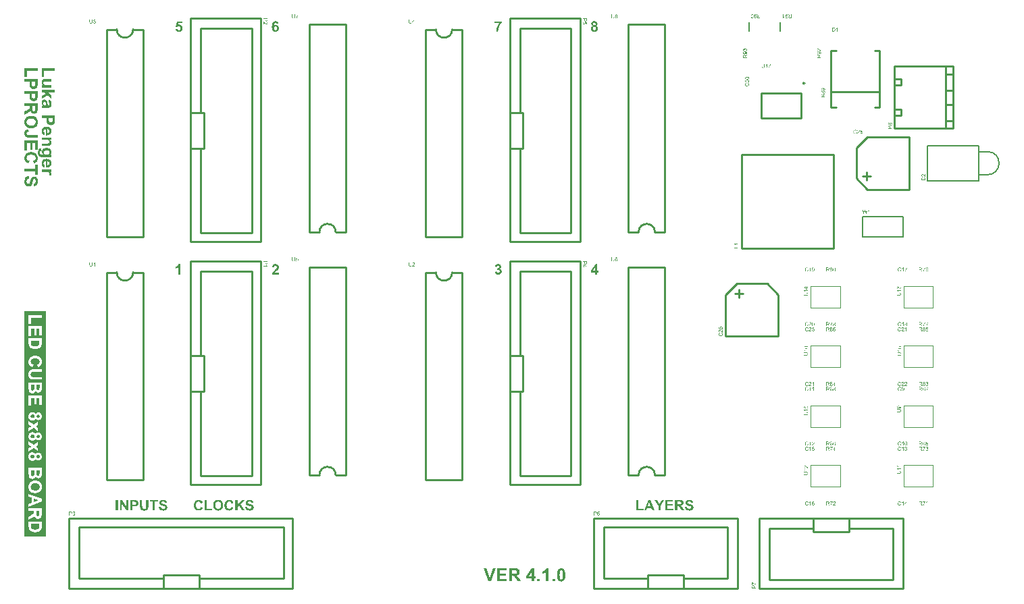
<source format=gto>
%FSAX43Y43*%
%MOMM*%
G71*
G01*
G75*
%ADD10R,1.016X2.540*%
%ADD11R,0.900X0.800*%
%ADD12R,1.000X1.300*%
%ADD13R,3.100X2.400*%
%ADD14R,0.450X2.200*%
%ADD15R,0.800X0.900*%
%ADD16R,0.800X0.350*%
%ADD17R,2.540X1.016*%
%ADD18R,3.810X2.794*%
%ADD19R,11.000X4.000*%
%ADD20C,0.889*%
%ADD21C,0.254*%
%ADD22C,0.381*%
%ADD23C,0.635*%
%ADD24C,1.016*%
%ADD25C,1.270*%
%ADD26R,1.265X3.340*%
%ADD27R,4.445X2.667*%
%ADD28R,0.782X1.737*%
%ADD29R,3.937X3.429*%
%ADD30R,5.207X4.826*%
%ADD31R,5.080X5.207*%
%ADD32R,5.461X5.334*%
%ADD33R,5.080X5.334*%
%ADD34R,1.270X4.953*%
%ADD35R,2.413X4.699*%
%ADD36R,7.620X3.048*%
%ADD37R,2.286X4.699*%
%ADD38R,3.810X0.762*%
%ADD39R,9.652X2.413*%
%ADD40R,1.524X1.397*%
%ADD41R,2.540X1.778*%
%ADD42R,0.635X0.762*%
%ADD43R,2.540X1.016*%
%ADD44R,1.397X29.972*%
%ADD45R,1.473X29.972*%
%ADD46R,1.575X1.397*%
%ADD47R,2.591X1.778*%
%ADD48R,10.287X1.651*%
%ADD49R,2.257X2.180*%
%ADD50R,2.032X2.159*%
%ADD51R,2.032X2.032*%
%ADD52R,2.024X2.159*%
%ADD53R,3.810X2.540*%
%ADD54R,3.302X2.159*%
%ADD55R,1.143X1.074*%
%ADD56R,1.001X1.074*%
%ADD57R,1.143X1.074*%
%ADD58R,1.016X1.016*%
%ADD59R,1.172X0.820*%
%ADD60C,0.508*%
%ADD61C,1.500*%
%ADD62R,1.500X1.500*%
%ADD63C,1.524*%
%ADD64C,1.778*%
%ADD65C,1.600*%
%ADD66C,2.000*%
%ADD67R,2.000X2.000*%
%ADD68C,4.000*%
%ADD69R,1.524X1.524*%
%ADD70R,1.500X1.500*%
%ADD71C,1.016*%
%ADD72R,1.100X1.700*%
%ADD73C,0.254*%
%ADD74C,0.762*%
%ADD75R,0.615X0.740*%
%ADD76R,3.802X0.994*%
%ADD77R,4.796X3.925*%
%ADD78R,5.461X5.207*%
%ADD79R,5.461X4.953*%
%ADD80R,2.540X2.667*%
%ADD81R,3.048X3.175*%
%ADD82R,5.461X5.842*%
%ADD83R,2.286X2.286*%
%ADD84R,1.898X2.032*%
%ADD85R,1.898X2.215*%
%ADD86R,1.898X2.041*%
%ADD87R,1.898X2.024*%
%ADD88R,3.556X2.286*%
%ADD89R,1.270X1.270*%
%ADD90R,1.397X1.397*%
%ADD91C,0.127*%
%ADD92C,0.250*%
%ADD93C,0.200*%
%ADD94C,0.100*%
G36*
X0137122Y0072885D02*
X0137128Y0072884D01*
X0137136Y0072883D01*
X0137144Y0072882D01*
X0137153Y0072881D01*
X0137172Y0072877D01*
X0137193Y0072870D01*
X0137203Y0072865D01*
X0137214Y0072860D01*
X0137223Y0072854D01*
X0137233Y0072848D01*
X0137234Y0072847D01*
X0137235Y0072846D01*
X0137237Y0072844D01*
X0137241Y0072841D01*
X0137245Y0072837D01*
X0137250Y0072832D01*
X0137255Y0072827D01*
X0137260Y0072821D01*
X0137266Y0072813D01*
X0137271Y0072806D01*
X0137277Y0072797D01*
X0137283Y0072788D01*
X0137289Y0072778D01*
X0137294Y0072767D01*
X0137303Y0072743D01*
X0137239Y0072728D01*
Y0072729D01*
X0137238Y0072730D01*
X0137237Y0072733D01*
X0137236Y0072737D01*
X0137234Y0072742D01*
X0137231Y0072747D01*
X0137226Y0072758D01*
X0137220Y0072770D01*
X0137211Y0072784D01*
X0137201Y0072796D01*
X0137189Y0072806D01*
X0137188Y0072807D01*
X0137183Y0072810D01*
X0137177Y0072813D01*
X0137167Y0072819D01*
X0137156Y0072823D01*
X0137142Y0072827D01*
X0137126Y0072830D01*
X0137108Y0072831D01*
X0137103D01*
X0137099Y0072830D01*
X0137094D01*
X0137089Y0072829D01*
X0137076Y0072827D01*
X0137061Y0072824D01*
X0137045Y0072819D01*
X0137030Y0072812D01*
X0137015Y0072803D01*
X0137014D01*
X0137013Y0072802D01*
X0137009Y0072798D01*
X0137002Y0072792D01*
X0136994Y0072784D01*
X0136986Y0072773D01*
X0136977Y0072762D01*
X0136969Y0072747D01*
X0136962Y0072730D01*
Y0072730D01*
X0136961Y0072728D01*
X0136961Y0072726D01*
X0136960Y0072722D01*
X0136958Y0072719D01*
X0136958Y0072713D01*
X0136955Y0072702D01*
X0136952Y0072687D01*
X0136950Y0072672D01*
X0136948Y0072655D01*
X0136947Y0072637D01*
Y0072636D01*
Y0072634D01*
Y0072631D01*
Y0072627D01*
X0136948Y0072621D01*
Y0072615D01*
X0136949Y0072608D01*
X0136950Y0072601D01*
X0136952Y0072584D01*
X0136955Y0072565D01*
X0136959Y0072546D01*
X0136965Y0072529D01*
Y0072528D01*
X0136966Y0072526D01*
X0136967Y0072524D01*
X0136969Y0072521D01*
X0136973Y0072512D01*
X0136979Y0072503D01*
X0136987Y0072491D01*
X0136996Y0072480D01*
X0137007Y0072469D01*
X0137021Y0072459D01*
X0137022D01*
X0137022Y0072458D01*
X0137024Y0072457D01*
X0137027Y0072455D01*
X0137036Y0072452D01*
X0137046Y0072448D01*
X0137058Y0072444D01*
X0137072Y0072440D01*
X0137088Y0072437D01*
X0137104Y0072437D01*
X0137109D01*
X0137113Y0072437D01*
X0137117D01*
X0137123Y0072438D01*
X0137136Y0072440D01*
X0137150Y0072444D01*
X0137165Y0072450D01*
X0137180Y0072457D01*
X0137195Y0072468D01*
X0137196Y0072469D01*
X0137197Y0072469D01*
X0137201Y0072474D01*
X0137208Y0072481D01*
X0137216Y0072491D01*
X0137224Y0072504D01*
X0137233Y0072520D01*
X0137240Y0072539D01*
X0137246Y0072561D01*
X0137311Y0072544D01*
Y0072544D01*
X0137310Y0072541D01*
X0137309Y0072537D01*
X0137307Y0072531D01*
X0137304Y0072525D01*
X0137301Y0072517D01*
X0137298Y0072509D01*
X0137294Y0072500D01*
X0137284Y0072480D01*
X0137271Y0072460D01*
X0137256Y0072440D01*
X0137247Y0072432D01*
X0137237Y0072423D01*
X0137237Y0072423D01*
X0137235Y0072422D01*
X0137232Y0072420D01*
X0137228Y0072417D01*
X0137223Y0072414D01*
X0137217Y0072410D01*
X0137210Y0072406D01*
X0137202Y0072403D01*
X0137193Y0072399D01*
X0137183Y0072395D01*
X0137172Y0072391D01*
X0137161Y0072389D01*
X0137136Y0072383D01*
X0137123Y0072383D01*
X0137109Y0072382D01*
X0137102D01*
X0137096Y0072383D01*
X0137089D01*
X0137082Y0072383D01*
X0137073Y0072385D01*
X0137064Y0072386D01*
X0137043Y0072390D01*
X0137022Y0072395D01*
X0137001Y0072403D01*
X0136990Y0072408D01*
X0136981Y0072414D01*
X0136980Y0072414D01*
X0136979Y0072415D01*
X0136976Y0072417D01*
X0136973Y0072420D01*
X0136964Y0072427D01*
X0136953Y0072437D01*
X0136941Y0072450D01*
X0136929Y0072466D01*
X0136916Y0072485D01*
X0136906Y0072506D01*
Y0072507D01*
X0136905Y0072509D01*
X0136904Y0072512D01*
X0136902Y0072517D01*
X0136900Y0072523D01*
X0136898Y0072529D01*
X0136895Y0072537D01*
X0136893Y0072546D01*
X0136891Y0072555D01*
X0136889Y0072565D01*
X0136884Y0072587D01*
X0136881Y0072611D01*
X0136881Y0072637D01*
Y0072638D01*
Y0072641D01*
Y0072644D01*
X0136881Y0072650D01*
Y0072656D01*
X0136882Y0072664D01*
X0136883Y0072673D01*
X0136884Y0072682D01*
X0136888Y0072703D01*
X0136892Y0072725D01*
X0136900Y0072748D01*
X0136910Y0072770D01*
Y0072770D01*
X0136911Y0072772D01*
X0136912Y0072775D01*
X0136915Y0072779D01*
X0136918Y0072784D01*
X0136921Y0072789D01*
X0136931Y0072802D01*
X0136942Y0072816D01*
X0136956Y0072830D01*
X0136973Y0072844D01*
X0136992Y0072856D01*
X0136993D01*
X0136994Y0072857D01*
X0136997Y0072859D01*
X0137001Y0072860D01*
X0137006Y0072862D01*
X0137012Y0072865D01*
X0137019Y0072868D01*
X0137027Y0072871D01*
X0137035Y0072874D01*
X0137044Y0072876D01*
X0137064Y0072881D01*
X0137086Y0072884D01*
X0137110Y0072885D01*
X0137117D01*
X0137122Y0072885D01*
D02*
G37*
G36*
X0137917Y0072879D02*
X0137923Y0072878D01*
X0137929Y0072877D01*
X0137937Y0072877D01*
X0137945Y0072874D01*
X0137963Y0072870D01*
X0137981Y0072863D01*
X0137991Y0072859D01*
X0138000Y0072854D01*
X0138008Y0072847D01*
X0138016Y0072840D01*
X0138017Y0072839D01*
X0138018Y0072839D01*
X0138020Y0072836D01*
X0138023Y0072834D01*
X0138026Y0072829D01*
X0138029Y0072825D01*
X0138037Y0072813D01*
X0138044Y0072799D01*
X0138051Y0072783D01*
X0138056Y0072765D01*
X0138057Y0072754D01*
X0138058Y0072744D01*
Y0072742D01*
Y0072739D01*
X0138057Y0072733D01*
X0138056Y0072725D01*
X0138055Y0072716D01*
X0138052Y0072707D01*
X0138049Y0072696D01*
X0138045Y0072686D01*
X0138044Y0072684D01*
X0138043Y0072681D01*
X0138040Y0072676D01*
X0138035Y0072668D01*
X0138030Y0072659D01*
X0138024Y0072649D01*
X0138015Y0072638D01*
X0138005Y0072627D01*
X0138003Y0072625D01*
X0138000Y0072621D01*
X0137993Y0072614D01*
X0137989Y0072610D01*
X0137983Y0072604D01*
X0137978Y0072598D01*
X0137970Y0072592D01*
X0137963Y0072585D01*
X0137955Y0072577D01*
X0137946Y0072569D01*
X0137935Y0072560D01*
X0137925Y0072551D01*
X0137913Y0072541D01*
X0137912Y0072540D01*
X0137911Y0072538D01*
X0137908Y0072536D01*
X0137904Y0072533D01*
X0137895Y0072526D01*
X0137884Y0072516D01*
X0137873Y0072506D01*
X0137861Y0072495D01*
X0137851Y0072486D01*
X0137848Y0072483D01*
X0137844Y0072479D01*
X0137843Y0072478D01*
X0137842Y0072476D01*
X0137839Y0072473D01*
X0137835Y0072469D01*
X0137827Y0072459D01*
X0137819Y0072447D01*
X0138058D01*
Y0072390D01*
X0137736D01*
Y0072391D01*
Y0072394D01*
Y0072398D01*
X0137736Y0072403D01*
X0137737Y0072409D01*
X0137738Y0072416D01*
X0137740Y0072423D01*
X0137742Y0072431D01*
Y0072432D01*
X0137743Y0072432D01*
X0137745Y0072437D01*
X0137748Y0072443D01*
X0137752Y0072452D01*
X0137757Y0072461D01*
X0137765Y0072472D01*
X0137772Y0072483D01*
X0137782Y0072495D01*
Y0072496D01*
X0137783Y0072497D01*
X0137787Y0072501D01*
X0137793Y0072508D01*
X0137802Y0072517D01*
X0137813Y0072527D01*
X0137826Y0072540D01*
X0137843Y0072554D01*
X0137860Y0072569D01*
X0137861Y0072570D01*
X0137864Y0072572D01*
X0137868Y0072575D01*
X0137873Y0072581D01*
X0137880Y0072586D01*
X0137887Y0072592D01*
X0137903Y0072607D01*
X0137921Y0072624D01*
X0137939Y0072641D01*
X0137948Y0072649D01*
X0137955Y0072657D01*
X0137962Y0072665D01*
X0137968Y0072673D01*
Y0072673D01*
X0137969Y0072674D01*
X0137971Y0072676D01*
X0137972Y0072679D01*
X0137977Y0072687D01*
X0137982Y0072696D01*
X0137987Y0072707D01*
X0137992Y0072719D01*
X0137995Y0072733D01*
X0137996Y0072745D01*
Y0072746D01*
Y0072747D01*
X0137995Y0072751D01*
X0137995Y0072758D01*
X0137993Y0072766D01*
X0137989Y0072776D01*
X0137985Y0072785D01*
X0137979Y0072796D01*
X0137970Y0072805D01*
X0137969Y0072806D01*
X0137966Y0072809D01*
X0137960Y0072813D01*
X0137952Y0072818D01*
X0137943Y0072822D01*
X0137932Y0072826D01*
X0137918Y0072829D01*
X0137903Y0072830D01*
X0137899D01*
X0137896Y0072829D01*
X0137889Y0072828D01*
X0137879Y0072827D01*
X0137868Y0072823D01*
X0137856Y0072819D01*
X0137845Y0072812D01*
X0137834Y0072803D01*
X0137834Y0072802D01*
X0137831Y0072799D01*
X0137826Y0072793D01*
X0137822Y0072785D01*
X0137817Y0072774D01*
X0137813Y0072762D01*
X0137810Y0072748D01*
X0137808Y0072732D01*
X0137747Y0072739D01*
Y0072739D01*
Y0072742D01*
X0137748Y0072745D01*
X0137748Y0072750D01*
X0137750Y0072756D01*
X0137751Y0072762D01*
X0137755Y0072777D01*
X0137761Y0072794D01*
X0137769Y0072811D01*
X0137780Y0072828D01*
X0137786Y0072836D01*
X0137794Y0072843D01*
X0137794Y0072844D01*
X0137796Y0072845D01*
X0137798Y0072847D01*
X0137801Y0072849D01*
X0137805Y0072851D01*
X0137811Y0072855D01*
X0137817Y0072858D01*
X0137823Y0072862D01*
X0137831Y0072865D01*
X0137839Y0072868D01*
X0137848Y0072871D01*
X0137858Y0072874D01*
X0137880Y0072878D01*
X0137892Y0072879D01*
X0137905Y0072880D01*
X0137912D01*
X0137917Y0072879D01*
D02*
G37*
G36*
X0126278Y0079737D02*
X0126287Y0079735D01*
X0126298Y0079733D01*
X0126311Y0079730D01*
X0126324Y0079726D01*
X0126336Y0079720D01*
X0126337D01*
X0126338Y0079719D01*
X0126342Y0079717D01*
X0126348Y0079713D01*
X0126355Y0079708D01*
X0126364Y0079701D01*
X0126373Y0079693D01*
X0126381Y0079683D01*
X0126388Y0079673D01*
X0126389Y0079672D01*
X0126391Y0079668D01*
X0126394Y0079662D01*
X0126397Y0079654D01*
X0126400Y0079645D01*
X0126403Y0079634D01*
X0126405Y0079623D01*
X0126406Y0079611D01*
Y0079609D01*
Y0079605D01*
X0126405Y0079600D01*
X0126404Y0079592D01*
X0126401Y0079583D01*
X0126398Y0079574D01*
X0126395Y0079563D01*
X0126389Y0079554D01*
X0126388Y0079552D01*
X0126386Y0079549D01*
X0126381Y0079545D01*
X0126376Y0079539D01*
X0126369Y0079532D01*
X0126361Y0079525D01*
X0126350Y0079518D01*
X0126338Y0079512D01*
X0126339D01*
X0126341Y0079511D01*
X0126343D01*
X0126346Y0079510D01*
X0126353Y0079508D01*
X0126363Y0079503D01*
X0126373Y0079498D01*
X0126384Y0079491D01*
X0126396Y0079482D01*
X0126405Y0079470D01*
X0126406Y0079469D01*
X0126409Y0079465D01*
X0126413Y0079458D01*
X0126418Y0079449D01*
X0126422Y0079438D01*
X0126426Y0079425D01*
X0126429Y0079409D01*
X0126430Y0079392D01*
Y0079391D01*
Y0079389D01*
Y0079386D01*
X0126429Y0079382D01*
X0126428Y0079376D01*
X0126427Y0079370D01*
X0126426Y0079362D01*
X0126424Y0079355D01*
X0126419Y0079338D01*
X0126415Y0079328D01*
X0126410Y0079319D01*
X0126404Y0079310D01*
X0126398Y0079301D01*
X0126391Y0079293D01*
X0126383Y0079284D01*
X0126382Y0079283D01*
X0126381Y0079281D01*
X0126378Y0079280D01*
X0126375Y0079277D01*
X0126370Y0079273D01*
X0126364Y0079270D01*
X0126358Y0079266D01*
X0126351Y0079262D01*
X0126343Y0079258D01*
X0126334Y0079254D01*
X0126324Y0079250D01*
X0126314Y0079247D01*
X0126303Y0079244D01*
X0126291Y0079242D01*
X0126278Y0079241D01*
X0126266Y0079240D01*
X0126260D01*
X0126255Y0079241D01*
X0126249Y0079241D01*
X0126243Y0079242D01*
X0126236Y0079243D01*
X0126229Y0079244D01*
X0126212Y0079249D01*
X0126194Y0079256D01*
X0126185Y0079260D01*
X0126177Y0079265D01*
X0126168Y0079271D01*
X0126160Y0079278D01*
X0126159Y0079278D01*
X0126158Y0079279D01*
X0126156Y0079281D01*
X0126153Y0079284D01*
X0126150Y0079289D01*
X0126146Y0079293D01*
X0126142Y0079298D01*
X0126138Y0079304D01*
X0126129Y0079319D01*
X0126122Y0079336D01*
X0126115Y0079356D01*
X0126113Y0079366D01*
X0126111Y0079377D01*
X0126172Y0079385D01*
Y0079384D01*
X0126172Y0079383D01*
Y0079380D01*
X0126174Y0079377D01*
X0126176Y0079368D01*
X0126180Y0079357D01*
X0126184Y0079345D01*
X0126190Y0079333D01*
X0126197Y0079321D01*
X0126206Y0079312D01*
X0126207Y0079311D01*
X0126210Y0079308D01*
X0126215Y0079305D01*
X0126223Y0079301D01*
X0126231Y0079297D01*
X0126241Y0079293D01*
X0126253Y0079290D01*
X0126266Y0079290D01*
X0126270D01*
X0126273Y0079290D01*
X0126281Y0079291D01*
X0126290Y0079293D01*
X0126302Y0079297D01*
X0126314Y0079301D01*
X0126326Y0079309D01*
X0126337Y0079318D01*
X0126338Y0079320D01*
X0126341Y0079324D01*
X0126346Y0079330D01*
X0126352Y0079338D01*
X0126357Y0079349D01*
X0126361Y0079361D01*
X0126364Y0079376D01*
X0126366Y0079391D01*
Y0079392D01*
Y0079393D01*
Y0079395D01*
X0126365Y0079398D01*
X0126364Y0079405D01*
X0126362Y0079415D01*
X0126359Y0079425D01*
X0126354Y0079437D01*
X0126347Y0079448D01*
X0126338Y0079459D01*
X0126337Y0079460D01*
X0126334Y0079463D01*
X0126328Y0079467D01*
X0126320Y0079472D01*
X0126310Y0079477D01*
X0126298Y0079481D01*
X0126286Y0079484D01*
X0126271Y0079485D01*
X0126264D01*
X0126259Y0079485D01*
X0126253Y0079484D01*
X0126246Y0079483D01*
X0126238Y0079482D01*
X0126229Y0079479D01*
X0126235Y0079532D01*
X0126239D01*
X0126242Y0079531D01*
X0126252D01*
X0126258Y0079532D01*
X0126268Y0079534D01*
X0126278Y0079536D01*
X0126289Y0079539D01*
X0126301Y0079544D01*
X0126313Y0079551D01*
X0126315Y0079551D01*
X0126318Y0079554D01*
X0126323Y0079560D01*
X0126329Y0079566D01*
X0126335Y0079574D01*
X0126339Y0079585D01*
X0126343Y0079597D01*
X0126344Y0079612D01*
Y0079613D01*
Y0079614D01*
Y0079617D01*
X0126343Y0079623D01*
X0126341Y0079631D01*
X0126339Y0079640D01*
X0126335Y0079649D01*
X0126330Y0079658D01*
X0126322Y0079666D01*
X0126321Y0079667D01*
X0126318Y0079670D01*
X0126313Y0079674D01*
X0126307Y0079677D01*
X0126298Y0079682D01*
X0126289Y0079685D01*
X0126278Y0079688D01*
X0126265Y0079689D01*
X0126259D01*
X0126252Y0079687D01*
X0126245Y0079686D01*
X0126235Y0079683D01*
X0126226Y0079679D01*
X0126216Y0079674D01*
X0126206Y0079666D01*
X0126206Y0079666D01*
X0126203Y0079663D01*
X0126199Y0079657D01*
X0126195Y0079650D01*
X0126189Y0079641D01*
X0126185Y0079630D01*
X0126180Y0079617D01*
X0126177Y0079601D01*
X0126117Y0079611D01*
Y0079612D01*
X0126118Y0079614D01*
X0126119Y0079617D01*
X0126120Y0079621D01*
X0126121Y0079626D01*
X0126123Y0079632D01*
X0126128Y0079646D01*
X0126134Y0079660D01*
X0126143Y0079676D01*
X0126153Y0079691D01*
X0126166Y0079704D01*
X0126167Y0079705D01*
X0126168Y0079706D01*
X0126170Y0079707D01*
X0126174Y0079709D01*
X0126177Y0079712D01*
X0126182Y0079715D01*
X0126193Y0079721D01*
X0126207Y0079727D01*
X0126224Y0079732D01*
X0126243Y0079736D01*
X0126253Y0079738D01*
X0126270D01*
X0126278Y0079737D01*
D02*
G37*
G36*
X0125905D02*
X0125911Y0079736D01*
X0125918Y0079735D01*
X0125925Y0079735D01*
X0125933Y0079732D01*
X0125951Y0079728D01*
X0125970Y0079721D01*
X0125979Y0079717D01*
X0125988Y0079712D01*
X0125996Y0079705D01*
X0126005Y0079698D01*
X0126005Y0079697D01*
X0126006Y0079697D01*
X0126008Y0079694D01*
X0126011Y0079692D01*
X0126014Y0079687D01*
X0126018Y0079683D01*
X0126025Y0079672D01*
X0126033Y0079657D01*
X0126040Y0079641D01*
X0126045Y0079623D01*
X0126045Y0079612D01*
X0126046Y0079602D01*
Y0079600D01*
Y0079597D01*
X0126045Y0079591D01*
X0126045Y0079583D01*
X0126043Y0079574D01*
X0126041Y0079565D01*
X0126038Y0079554D01*
X0126034Y0079544D01*
X0126033Y0079542D01*
X0126031Y0079539D01*
X0126028Y0079534D01*
X0126024Y0079526D01*
X0126019Y0079517D01*
X0126012Y0079507D01*
X0126003Y0079496D01*
X0125994Y0079485D01*
X0125992Y0079483D01*
X0125988Y0079479D01*
X0125982Y0079472D01*
X0125977Y0079468D01*
X0125972Y0079462D01*
X0125966Y0079456D01*
X0125959Y0079450D01*
X0125951Y0079443D01*
X0125943Y0079435D01*
X0125934Y0079427D01*
X0125924Y0079418D01*
X0125913Y0079409D01*
X0125902Y0079399D01*
X0125901Y0079398D01*
X0125899Y0079396D01*
X0125896Y0079394D01*
X0125893Y0079391D01*
X0125884Y0079384D01*
X0125873Y0079374D01*
X0125862Y0079364D01*
X0125850Y0079353D01*
X0125840Y0079344D01*
X0125836Y0079341D01*
X0125833Y0079337D01*
X0125832Y0079336D01*
X0125830Y0079334D01*
X0125827Y0079331D01*
X0125824Y0079327D01*
X0125816Y0079317D01*
X0125807Y0079305D01*
X0126047D01*
Y0079248D01*
X0125724D01*
Y0079249D01*
Y0079252D01*
Y0079256D01*
X0125725Y0079261D01*
X0125726Y0079267D01*
X0125727Y0079274D01*
X0125729Y0079281D01*
X0125731Y0079289D01*
Y0079290D01*
X0125732Y0079290D01*
X0125733Y0079295D01*
X0125736Y0079301D01*
X0125741Y0079310D01*
X0125746Y0079319D01*
X0125753Y0079330D01*
X0125761Y0079341D01*
X0125770Y0079353D01*
Y0079354D01*
X0125772Y0079355D01*
X0125775Y0079359D01*
X0125781Y0079366D01*
X0125790Y0079375D01*
X0125801Y0079385D01*
X0125815Y0079398D01*
X0125831Y0079412D01*
X0125849Y0079427D01*
X0125850Y0079428D01*
X0125853Y0079430D01*
X0125856Y0079433D01*
X0125862Y0079439D01*
X0125868Y0079444D01*
X0125876Y0079450D01*
X0125892Y0079465D01*
X0125910Y0079482D01*
X0125928Y0079499D01*
X0125936Y0079507D01*
X0125944Y0079515D01*
X0125951Y0079523D01*
X0125956Y0079531D01*
Y0079531D01*
X0125958Y0079532D01*
X0125959Y0079534D01*
X0125961Y0079537D01*
X0125965Y0079545D01*
X0125971Y0079554D01*
X0125976Y0079565D01*
X0125980Y0079577D01*
X0125983Y0079591D01*
X0125985Y0079603D01*
Y0079604D01*
Y0079605D01*
X0125984Y0079609D01*
X0125983Y0079616D01*
X0125982Y0079624D01*
X0125978Y0079634D01*
X0125974Y0079643D01*
X0125968Y0079654D01*
X0125959Y0079663D01*
X0125957Y0079664D01*
X0125954Y0079667D01*
X0125948Y0079671D01*
X0125941Y0079676D01*
X0125931Y0079680D01*
X0125920Y0079684D01*
X0125907Y0079687D01*
X0125892Y0079688D01*
X0125887D01*
X0125884Y0079687D01*
X0125877Y0079686D01*
X0125867Y0079685D01*
X0125856Y0079681D01*
X0125844Y0079677D01*
X0125833Y0079670D01*
X0125823Y0079661D01*
X0125822Y0079660D01*
X0125819Y0079657D01*
X0125815Y0079651D01*
X0125810Y0079643D01*
X0125805Y0079632D01*
X0125801Y0079620D01*
X0125798Y0079606D01*
X0125797Y0079590D01*
X0125735Y0079597D01*
Y0079597D01*
Y0079600D01*
X0125736Y0079603D01*
X0125737Y0079608D01*
X0125738Y0079614D01*
X0125739Y0079620D01*
X0125744Y0079635D01*
X0125750Y0079652D01*
X0125758Y0079669D01*
X0125769Y0079686D01*
X0125775Y0079694D01*
X0125782Y0079701D01*
X0125783Y0079702D01*
X0125784Y0079703D01*
X0125787Y0079705D01*
X0125790Y0079707D01*
X0125794Y0079709D01*
X0125799Y0079713D01*
X0125805Y0079716D01*
X0125812Y0079720D01*
X0125819Y0079723D01*
X0125827Y0079726D01*
X0125837Y0079729D01*
X0125847Y0079732D01*
X0125869Y0079736D01*
X0125881Y0079737D01*
X0125893Y0079738D01*
X0125900D01*
X0125905Y0079737D01*
D02*
G37*
G36*
X0137538Y0072879D02*
X0137544Y0072878D01*
X0137551Y0072877D01*
X0137559Y0072877D01*
X0137567Y0072874D01*
X0137584Y0072870D01*
X0137603Y0072863D01*
X0137613Y0072859D01*
X0137622Y0072854D01*
X0137630Y0072847D01*
X0137638Y0072840D01*
X0137639Y0072839D01*
X0137639Y0072839D01*
X0137642Y0072836D01*
X0137645Y0072834D01*
X0137648Y0072829D01*
X0137651Y0072825D01*
X0137659Y0072813D01*
X0137666Y0072799D01*
X0137673Y0072783D01*
X0137678Y0072765D01*
X0137679Y0072754D01*
X0137679Y0072744D01*
Y0072742D01*
Y0072739D01*
X0137679Y0072733D01*
X0137678Y0072725D01*
X0137676Y0072716D01*
X0137674Y0072707D01*
X0137671Y0072696D01*
X0137667Y0072686D01*
X0137666Y0072684D01*
X0137665Y0072681D01*
X0137662Y0072676D01*
X0137657Y0072668D01*
X0137652Y0072659D01*
X0137645Y0072649D01*
X0137636Y0072638D01*
X0137627Y0072627D01*
X0137625Y0072625D01*
X0137622Y0072621D01*
X0137615Y0072614D01*
X0137610Y0072610D01*
X0137605Y0072604D01*
X0137599Y0072598D01*
X0137592Y0072592D01*
X0137584Y0072585D01*
X0137576Y0072577D01*
X0137567Y0072569D01*
X0137557Y0072560D01*
X0137547Y0072551D01*
X0137535Y0072541D01*
X0137534Y0072540D01*
X0137533Y0072538D01*
X0137530Y0072536D01*
X0137526Y0072533D01*
X0137517Y0072526D01*
X0137506Y0072516D01*
X0137495Y0072506D01*
X0137483Y0072495D01*
X0137473Y0072486D01*
X0137469Y0072483D01*
X0137466Y0072479D01*
X0137465Y0072478D01*
X0137464Y0072476D01*
X0137461Y0072473D01*
X0137457Y0072469D01*
X0137449Y0072459D01*
X0137441Y0072447D01*
X0137680D01*
Y0072390D01*
X0137357D01*
Y0072391D01*
Y0072394D01*
Y0072398D01*
X0137358Y0072403D01*
X0137359Y0072409D01*
X0137360Y0072416D01*
X0137362Y0072423D01*
X0137364Y0072431D01*
Y0072432D01*
X0137365Y0072432D01*
X0137366Y0072437D01*
X0137369Y0072443D01*
X0137374Y0072452D01*
X0137379Y0072461D01*
X0137386Y0072472D01*
X0137394Y0072483D01*
X0137403Y0072495D01*
Y0072496D01*
X0137405Y0072497D01*
X0137409Y0072501D01*
X0137415Y0072508D01*
X0137424Y0072517D01*
X0137435Y0072527D01*
X0137448Y0072540D01*
X0137464Y0072554D01*
X0137482Y0072569D01*
X0137483Y0072570D01*
X0137486Y0072572D01*
X0137490Y0072575D01*
X0137495Y0072581D01*
X0137501Y0072586D01*
X0137509Y0072592D01*
X0137525Y0072607D01*
X0137543Y0072624D01*
X0137561Y0072641D01*
X0137570Y0072649D01*
X0137577Y0072657D01*
X0137584Y0072665D01*
X0137590Y0072673D01*
Y0072673D01*
X0137591Y0072674D01*
X0137593Y0072676D01*
X0137594Y0072679D01*
X0137599Y0072687D01*
X0137604Y0072696D01*
X0137609Y0072707D01*
X0137613Y0072719D01*
X0137616Y0072733D01*
X0137618Y0072745D01*
Y0072746D01*
Y0072747D01*
X0137617Y0072751D01*
X0137616Y0072758D01*
X0137615Y0072766D01*
X0137611Y0072776D01*
X0137607Y0072785D01*
X0137601Y0072796D01*
X0137592Y0072805D01*
X0137590Y0072806D01*
X0137587Y0072809D01*
X0137581Y0072813D01*
X0137574Y0072818D01*
X0137564Y0072822D01*
X0137553Y0072826D01*
X0137540Y0072829D01*
X0137525Y0072830D01*
X0137521D01*
X0137518Y0072829D01*
X0137510Y0072828D01*
X0137501Y0072827D01*
X0137490Y0072823D01*
X0137478Y0072819D01*
X0137467Y0072812D01*
X0137456Y0072803D01*
X0137455Y0072802D01*
X0137452Y0072799D01*
X0137448Y0072793D01*
X0137444Y0072785D01*
X0137438Y0072774D01*
X0137435Y0072762D01*
X0137432Y0072748D01*
X0137430Y0072732D01*
X0137369Y0072739D01*
Y0072739D01*
Y0072742D01*
X0137369Y0072745D01*
X0137370Y0072750D01*
X0137372Y0072756D01*
X0137372Y0072762D01*
X0137377Y0072777D01*
X0137383Y0072794D01*
X0137391Y0072811D01*
X0137402Y0072828D01*
X0137408Y0072836D01*
X0137415Y0072843D01*
X0137416Y0072844D01*
X0137418Y0072845D01*
X0137420Y0072847D01*
X0137423Y0072849D01*
X0137427Y0072851D01*
X0137432Y0072855D01*
X0137438Y0072858D01*
X0137445Y0072862D01*
X0137452Y0072865D01*
X0137461Y0072868D01*
X0137470Y0072871D01*
X0137480Y0072874D01*
X0137502Y0072878D01*
X0137514Y0072879D01*
X0137527Y0072880D01*
X0137533D01*
X0137538Y0072879D01*
D02*
G37*
G36*
Y0079737D02*
X0137544Y0079736D01*
X0137551Y0079735D01*
X0137559Y0079735D01*
X0137567Y0079732D01*
X0137584Y0079728D01*
X0137603Y0079721D01*
X0137613Y0079717D01*
X0137622Y0079712D01*
X0137630Y0079705D01*
X0137638Y0079698D01*
X0137639Y0079697D01*
X0137639Y0079697D01*
X0137642Y0079694D01*
X0137645Y0079692D01*
X0137648Y0079687D01*
X0137651Y0079683D01*
X0137659Y0079672D01*
X0137666Y0079657D01*
X0137673Y0079641D01*
X0137678Y0079623D01*
X0137679Y0079612D01*
X0137679Y0079602D01*
Y0079600D01*
Y0079597D01*
X0137679Y0079591D01*
X0137678Y0079583D01*
X0137676Y0079574D01*
X0137674Y0079565D01*
X0137671Y0079554D01*
X0137667Y0079544D01*
X0137666Y0079542D01*
X0137665Y0079539D01*
X0137662Y0079534D01*
X0137657Y0079526D01*
X0137652Y0079517D01*
X0137645Y0079507D01*
X0137636Y0079496D01*
X0137627Y0079485D01*
X0137625Y0079483D01*
X0137622Y0079479D01*
X0137615Y0079472D01*
X0137610Y0079468D01*
X0137605Y0079462D01*
X0137599Y0079456D01*
X0137592Y0079450D01*
X0137584Y0079443D01*
X0137576Y0079435D01*
X0137567Y0079427D01*
X0137557Y0079418D01*
X0137547Y0079409D01*
X0137535Y0079399D01*
X0137534Y0079398D01*
X0137533Y0079396D01*
X0137530Y0079394D01*
X0137526Y0079391D01*
X0137517Y0079384D01*
X0137506Y0079374D01*
X0137495Y0079364D01*
X0137483Y0079353D01*
X0137473Y0079344D01*
X0137469Y0079341D01*
X0137466Y0079337D01*
X0137465Y0079336D01*
X0137464Y0079334D01*
X0137461Y0079331D01*
X0137457Y0079327D01*
X0137449Y0079317D01*
X0137441Y0079305D01*
X0137680D01*
Y0079248D01*
X0137357D01*
Y0079249D01*
Y0079252D01*
Y0079256D01*
X0137358Y0079261D01*
X0137359Y0079267D01*
X0137360Y0079274D01*
X0137362Y0079281D01*
X0137364Y0079289D01*
Y0079290D01*
X0137365Y0079290D01*
X0137366Y0079295D01*
X0137369Y0079301D01*
X0137374Y0079310D01*
X0137379Y0079319D01*
X0137386Y0079330D01*
X0137394Y0079341D01*
X0137403Y0079353D01*
Y0079354D01*
X0137405Y0079355D01*
X0137409Y0079359D01*
X0137415Y0079366D01*
X0137424Y0079375D01*
X0137435Y0079385D01*
X0137448Y0079398D01*
X0137464Y0079412D01*
X0137482Y0079427D01*
X0137483Y0079428D01*
X0137486Y0079430D01*
X0137490Y0079433D01*
X0137495Y0079439D01*
X0137501Y0079444D01*
X0137509Y0079450D01*
X0137525Y0079465D01*
X0137543Y0079482D01*
X0137561Y0079499D01*
X0137570Y0079507D01*
X0137577Y0079515D01*
X0137584Y0079523D01*
X0137590Y0079531D01*
Y0079531D01*
X0137591Y0079532D01*
X0137593Y0079534D01*
X0137594Y0079537D01*
X0137599Y0079545D01*
X0137604Y0079554D01*
X0137609Y0079565D01*
X0137613Y0079577D01*
X0137616Y0079591D01*
X0137618Y0079603D01*
Y0079604D01*
Y0079605D01*
X0137617Y0079609D01*
X0137616Y0079616D01*
X0137615Y0079624D01*
X0137611Y0079634D01*
X0137607Y0079643D01*
X0137601Y0079654D01*
X0137592Y0079663D01*
X0137590Y0079664D01*
X0137587Y0079667D01*
X0137581Y0079671D01*
X0137574Y0079676D01*
X0137564Y0079680D01*
X0137553Y0079684D01*
X0137540Y0079687D01*
X0137525Y0079688D01*
X0137521D01*
X0137518Y0079687D01*
X0137510Y0079686D01*
X0137501Y0079685D01*
X0137490Y0079681D01*
X0137478Y0079677D01*
X0137467Y0079670D01*
X0137456Y0079661D01*
X0137455Y0079660D01*
X0137452Y0079657D01*
X0137448Y0079651D01*
X0137444Y0079643D01*
X0137438Y0079632D01*
X0137435Y0079620D01*
X0137432Y0079606D01*
X0137430Y0079590D01*
X0137369Y0079597D01*
Y0079597D01*
Y0079600D01*
X0137369Y0079603D01*
X0137370Y0079608D01*
X0137372Y0079614D01*
X0137372Y0079620D01*
X0137377Y0079635D01*
X0137383Y0079652D01*
X0137391Y0079669D01*
X0137402Y0079686D01*
X0137408Y0079694D01*
X0137415Y0079701D01*
X0137416Y0079702D01*
X0137418Y0079703D01*
X0137420Y0079705D01*
X0137423Y0079707D01*
X0137427Y0079709D01*
X0137432Y0079713D01*
X0137438Y0079716D01*
X0137445Y0079720D01*
X0137452Y0079723D01*
X0137461Y0079726D01*
X0137470Y0079729D01*
X0137480Y0079732D01*
X0137502Y0079736D01*
X0137514Y0079737D01*
X0137527Y0079738D01*
X0137533D01*
X0137538Y0079737D01*
D02*
G37*
G36*
X0125489Y0080378D02*
X0125495Y0080377D01*
X0125503Y0080376D01*
X0125511Y0080375D01*
X0125520Y0080374D01*
X0125539Y0080370D01*
X0125560Y0080363D01*
X0125570Y0080358D01*
X0125580Y0080353D01*
X0125590Y0080347D01*
X0125600Y0080341D01*
X0125600Y0080340D01*
X0125602Y0080339D01*
X0125604Y0080337D01*
X0125608Y0080334D01*
X0125612Y0080330D01*
X0125617Y0080325D01*
X0125622Y0080320D01*
X0125627Y0080314D01*
X0125633Y0080307D01*
X0125638Y0080299D01*
X0125644Y0080290D01*
X0125650Y0080281D01*
X0125655Y0080271D01*
X0125661Y0080260D01*
X0125669Y0080236D01*
X0125606Y0080221D01*
Y0080222D01*
X0125605Y0080223D01*
X0125604Y0080226D01*
X0125603Y0080230D01*
X0125600Y0080235D01*
X0125598Y0080240D01*
X0125593Y0080251D01*
X0125586Y0080263D01*
X0125577Y0080277D01*
X0125568Y0080289D01*
X0125556Y0080299D01*
X0125554Y0080300D01*
X0125550Y0080303D01*
X0125543Y0080307D01*
X0125534Y0080312D01*
X0125523Y0080316D01*
X0125508Y0080320D01*
X0125493Y0080323D01*
X0125475Y0080324D01*
X0125470D01*
X0125466Y0080323D01*
X0125461D01*
X0125456Y0080322D01*
X0125442Y0080320D01*
X0125428Y0080317D01*
X0125412Y0080312D01*
X0125396Y0080305D01*
X0125382Y0080296D01*
X0125381D01*
X0125380Y0080295D01*
X0125376Y0080291D01*
X0125369Y0080285D01*
X0125361Y0080277D01*
X0125353Y0080266D01*
X0125344Y0080255D01*
X0125336Y0080240D01*
X0125329Y0080223D01*
Y0080223D01*
X0125328Y0080221D01*
X0125327Y0080219D01*
X0125327Y0080215D01*
X0125325Y0080212D01*
X0125325Y0080206D01*
X0125322Y0080195D01*
X0125319Y0080180D01*
X0125316Y0080165D01*
X0125315Y0080148D01*
X0125314Y0080130D01*
Y0080129D01*
Y0080127D01*
Y0080124D01*
Y0080120D01*
X0125315Y0080114D01*
Y0080108D01*
X0125316Y0080101D01*
X0125316Y0080094D01*
X0125319Y0080077D01*
X0125322Y0080058D01*
X0125326Y0080039D01*
X0125332Y0080022D01*
Y0080021D01*
X0125333Y0080019D01*
X0125334Y0080017D01*
X0125336Y0080014D01*
X0125339Y0080005D01*
X0125345Y0079996D01*
X0125353Y0079984D01*
X0125363Y0079973D01*
X0125374Y0079962D01*
X0125388Y0079952D01*
X0125388D01*
X0125389Y0079951D01*
X0125391Y0079950D01*
X0125394Y0079948D01*
X0125402Y0079945D01*
X0125413Y0079941D01*
X0125425Y0079937D01*
X0125439Y0079933D01*
X0125454Y0079930D01*
X0125471Y0079930D01*
X0125476D01*
X0125480Y0079930D01*
X0125484D01*
X0125490Y0079931D01*
X0125503Y0079933D01*
X0125517Y0079937D01*
X0125532Y0079943D01*
X0125547Y0079950D01*
X0125562Y0079961D01*
X0125563Y0079962D01*
X0125563Y0079962D01*
X0125568Y0079967D01*
X0125574Y0079974D01*
X0125583Y0079984D01*
X0125591Y0079997D01*
X0125600Y0080013D01*
X0125607Y0080032D01*
X0125613Y0080054D01*
X0125678Y0080037D01*
Y0080037D01*
X0125677Y0080034D01*
X0125675Y0080030D01*
X0125674Y0080024D01*
X0125671Y0080018D01*
X0125668Y0080010D01*
X0125665Y0080002D01*
X0125661Y0079993D01*
X0125651Y0079973D01*
X0125638Y0079953D01*
X0125623Y0079933D01*
X0125614Y0079925D01*
X0125604Y0079916D01*
X0125603Y0079916D01*
X0125602Y0079915D01*
X0125599Y0079913D01*
X0125595Y0079910D01*
X0125589Y0079907D01*
X0125583Y0079903D01*
X0125577Y0079899D01*
X0125569Y0079896D01*
X0125560Y0079892D01*
X0125550Y0079888D01*
X0125539Y0079884D01*
X0125528Y0079882D01*
X0125503Y0079876D01*
X0125490Y0079876D01*
X0125476Y0079875D01*
X0125468D01*
X0125462Y0079876D01*
X0125456D01*
X0125448Y0079876D01*
X0125439Y0079878D01*
X0125431Y0079879D01*
X0125410Y0079883D01*
X0125388Y0079888D01*
X0125368Y0079896D01*
X0125357Y0079901D01*
X0125348Y0079907D01*
X0125347Y0079907D01*
X0125345Y0079908D01*
X0125343Y0079910D01*
X0125339Y0079913D01*
X0125330Y0079920D01*
X0125320Y0079930D01*
X0125307Y0079943D01*
X0125296Y0079959D01*
X0125283Y0079978D01*
X0125273Y0079999D01*
Y0080000D01*
X0125272Y0080002D01*
X0125270Y0080005D01*
X0125269Y0080010D01*
X0125267Y0080016D01*
X0125264Y0080022D01*
X0125262Y0080030D01*
X0125260Y0080039D01*
X0125258Y0080048D01*
X0125256Y0080058D01*
X0125251Y0080080D01*
X0125248Y0080104D01*
X0125247Y0080130D01*
Y0080131D01*
Y0080134D01*
Y0080137D01*
X0125248Y0080143D01*
Y0080149D01*
X0125249Y0080157D01*
X0125250Y0080166D01*
X0125251Y0080175D01*
X0125255Y0080196D01*
X0125259Y0080218D01*
X0125267Y0080241D01*
X0125276Y0080263D01*
Y0080263D01*
X0125278Y0080265D01*
X0125279Y0080268D01*
X0125282Y0080272D01*
X0125284Y0080277D01*
X0125288Y0080282D01*
X0125298Y0080295D01*
X0125309Y0080309D01*
X0125323Y0080323D01*
X0125340Y0080337D01*
X0125359Y0080349D01*
X0125359D01*
X0125361Y0080350D01*
X0125364Y0080352D01*
X0125368Y0080353D01*
X0125373Y0080355D01*
X0125379Y0080358D01*
X0125386Y0080361D01*
X0125394Y0080364D01*
X0125402Y0080367D01*
X0125411Y0080369D01*
X0125431Y0080374D01*
X0125453Y0080377D01*
X0125477Y0080378D01*
X0125484D01*
X0125489Y0080378D01*
D02*
G37*
G36*
X0137122Y0079743D02*
X0137128Y0079742D01*
X0137136Y0079741D01*
X0137144Y0079740D01*
X0137153Y0079739D01*
X0137172Y0079735D01*
X0137193Y0079728D01*
X0137203Y0079723D01*
X0137214Y0079718D01*
X0137223Y0079712D01*
X0137233Y0079706D01*
X0137234Y0079705D01*
X0137235Y0079704D01*
X0137237Y0079702D01*
X0137241Y0079699D01*
X0137245Y0079695D01*
X0137250Y0079690D01*
X0137255Y0079685D01*
X0137260Y0079679D01*
X0137266Y0079672D01*
X0137271Y0079664D01*
X0137277Y0079655D01*
X0137283Y0079646D01*
X0137289Y0079636D01*
X0137294Y0079625D01*
X0137303Y0079601D01*
X0137239Y0079586D01*
Y0079587D01*
X0137238Y0079588D01*
X0137237Y0079591D01*
X0137236Y0079595D01*
X0137234Y0079600D01*
X0137231Y0079605D01*
X0137226Y0079616D01*
X0137220Y0079628D01*
X0137211Y0079642D01*
X0137201Y0079654D01*
X0137189Y0079664D01*
X0137188Y0079665D01*
X0137183Y0079668D01*
X0137177Y0079672D01*
X0137167Y0079677D01*
X0137156Y0079681D01*
X0137142Y0079685D01*
X0137126Y0079688D01*
X0137108Y0079689D01*
X0137103D01*
X0137099Y0079688D01*
X0137094D01*
X0137089Y0079687D01*
X0137076Y0079685D01*
X0137061Y0079682D01*
X0137045Y0079677D01*
X0137030Y0079670D01*
X0137015Y0079661D01*
X0137014D01*
X0137013Y0079660D01*
X0137009Y0079656D01*
X0137002Y0079650D01*
X0136994Y0079642D01*
X0136986Y0079631D01*
X0136977Y0079620D01*
X0136969Y0079605D01*
X0136962Y0079588D01*
Y0079588D01*
X0136961Y0079586D01*
X0136961Y0079584D01*
X0136960Y0079580D01*
X0136958Y0079577D01*
X0136958Y0079571D01*
X0136955Y0079560D01*
X0136952Y0079545D01*
X0136950Y0079530D01*
X0136948Y0079513D01*
X0136947Y0079495D01*
Y0079494D01*
Y0079492D01*
Y0079489D01*
Y0079485D01*
X0136948Y0079479D01*
Y0079473D01*
X0136949Y0079466D01*
X0136950Y0079459D01*
X0136952Y0079442D01*
X0136955Y0079423D01*
X0136959Y0079404D01*
X0136965Y0079387D01*
Y0079386D01*
X0136966Y0079384D01*
X0136967Y0079382D01*
X0136969Y0079379D01*
X0136973Y0079370D01*
X0136979Y0079361D01*
X0136987Y0079349D01*
X0136996Y0079338D01*
X0137007Y0079327D01*
X0137021Y0079317D01*
X0137022D01*
X0137022Y0079316D01*
X0137024Y0079315D01*
X0137027Y0079313D01*
X0137036Y0079310D01*
X0137046Y0079306D01*
X0137058Y0079302D01*
X0137072Y0079298D01*
X0137088Y0079295D01*
X0137104Y0079295D01*
X0137109D01*
X0137113Y0079295D01*
X0137117D01*
X0137123Y0079296D01*
X0137136Y0079298D01*
X0137150Y0079302D01*
X0137165Y0079308D01*
X0137180Y0079315D01*
X0137195Y0079326D01*
X0137196Y0079327D01*
X0137197Y0079327D01*
X0137201Y0079332D01*
X0137208Y0079339D01*
X0137216Y0079349D01*
X0137224Y0079362D01*
X0137233Y0079378D01*
X0137240Y0079397D01*
X0137246Y0079419D01*
X0137311Y0079402D01*
Y0079402D01*
X0137310Y0079399D01*
X0137309Y0079395D01*
X0137307Y0079389D01*
X0137304Y0079383D01*
X0137301Y0079375D01*
X0137298Y0079367D01*
X0137294Y0079358D01*
X0137284Y0079338D01*
X0137271Y0079318D01*
X0137256Y0079298D01*
X0137247Y0079290D01*
X0137237Y0079281D01*
X0137237Y0079281D01*
X0137235Y0079280D01*
X0137232Y0079278D01*
X0137228Y0079275D01*
X0137223Y0079272D01*
X0137217Y0079268D01*
X0137210Y0079264D01*
X0137202Y0079261D01*
X0137193Y0079257D01*
X0137183Y0079253D01*
X0137172Y0079249D01*
X0137161Y0079247D01*
X0137136Y0079241D01*
X0137123Y0079241D01*
X0137109Y0079240D01*
X0137102D01*
X0137096Y0079241D01*
X0137089D01*
X0137082Y0079241D01*
X0137073Y0079243D01*
X0137064Y0079244D01*
X0137043Y0079248D01*
X0137022Y0079253D01*
X0137001Y0079261D01*
X0136990Y0079266D01*
X0136981Y0079272D01*
X0136980Y0079272D01*
X0136979Y0079273D01*
X0136976Y0079275D01*
X0136973Y0079278D01*
X0136964Y0079285D01*
X0136953Y0079295D01*
X0136941Y0079308D01*
X0136929Y0079324D01*
X0136916Y0079343D01*
X0136906Y0079364D01*
Y0079365D01*
X0136905Y0079367D01*
X0136904Y0079370D01*
X0136902Y0079375D01*
X0136900Y0079381D01*
X0136898Y0079387D01*
X0136895Y0079395D01*
X0136893Y0079404D01*
X0136891Y0079413D01*
X0136889Y0079423D01*
X0136884Y0079445D01*
X0136881Y0079469D01*
X0136881Y0079495D01*
Y0079496D01*
Y0079499D01*
Y0079502D01*
X0136881Y0079508D01*
Y0079514D01*
X0136882Y0079522D01*
X0136883Y0079531D01*
X0136884Y0079540D01*
X0136888Y0079561D01*
X0136892Y0079583D01*
X0136900Y0079606D01*
X0136910Y0079628D01*
Y0079628D01*
X0136911Y0079630D01*
X0136912Y0079633D01*
X0136915Y0079637D01*
X0136918Y0079642D01*
X0136921Y0079647D01*
X0136931Y0079660D01*
X0136942Y0079674D01*
X0136956Y0079688D01*
X0136973Y0079702D01*
X0136992Y0079714D01*
X0136993D01*
X0136994Y0079715D01*
X0136997Y0079717D01*
X0137001Y0079718D01*
X0137006Y0079720D01*
X0137012Y0079723D01*
X0137019Y0079726D01*
X0137027Y0079729D01*
X0137035Y0079732D01*
X0137044Y0079734D01*
X0137064Y0079739D01*
X0137086Y0079742D01*
X0137110Y0079743D01*
X0137117D01*
X0137122Y0079743D01*
D02*
G37*
G36*
X0137969Y0079248D02*
X0137909D01*
Y0079629D01*
X0137909Y0079628D01*
X0137906Y0079626D01*
X0137900Y0079622D01*
X0137894Y0079617D01*
X0137886Y0079610D01*
X0137876Y0079603D01*
X0137865Y0079595D01*
X0137852Y0079588D01*
X0137851D01*
X0137851Y0079587D01*
X0137846Y0079584D01*
X0137840Y0079580D01*
X0137831Y0079576D01*
X0137822Y0079571D01*
X0137811Y0079566D01*
X0137800Y0079561D01*
X0137790Y0079557D01*
Y0079615D01*
X0137791D01*
X0137792Y0079616D01*
X0137795Y0079617D01*
X0137798Y0079620D01*
X0137803Y0079622D01*
X0137808Y0079624D01*
X0137820Y0079631D01*
X0137833Y0079639D01*
X0137848Y0079649D01*
X0137863Y0079660D01*
X0137877Y0079672D01*
X0137877Y0079672D01*
X0137878Y0079673D01*
X0137883Y0079677D01*
X0137889Y0079684D01*
X0137897Y0079692D01*
X0137906Y0079703D01*
X0137915Y0079714D01*
X0137923Y0079726D01*
X0137930Y0079738D01*
X0137969D01*
Y0079248D01*
D02*
G37*
G36*
X0131560Y0104508D02*
X0131566Y0104507D01*
X0131573Y0104506D01*
X0131581Y0104505D01*
X0131590Y0104504D01*
X0131609Y0104500D01*
X0131630Y0104493D01*
X0131641Y0104488D01*
X0131651Y0104483D01*
X0131661Y0104477D01*
X0131670Y0104471D01*
X0131671Y0104470D01*
X0131673Y0104469D01*
X0131675Y0104467D01*
X0131678Y0104464D01*
X0131682Y0104460D01*
X0131687Y0104455D01*
X0131693Y0104450D01*
X0131698Y0104444D01*
X0131704Y0104437D01*
X0131709Y0104429D01*
X0131715Y0104420D01*
X0131721Y0104411D01*
X0131726Y0104401D01*
X0131731Y0104390D01*
X0131740Y0104366D01*
X0131676Y0104351D01*
Y0104352D01*
X0131675Y0104353D01*
X0131675Y0104356D01*
X0131673Y0104360D01*
X0131671Y0104365D01*
X0131669Y0104370D01*
X0131664Y0104381D01*
X0131657Y0104393D01*
X0131648Y0104407D01*
X0131638Y0104419D01*
X0131627Y0104429D01*
X0131625Y0104430D01*
X0131621Y0104433D01*
X0131614Y0104437D01*
X0131604Y0104442D01*
X0131593Y0104446D01*
X0131579Y0104450D01*
X0131564Y0104453D01*
X0131546Y0104454D01*
X0131540D01*
X0131537Y0104453D01*
X0131532D01*
X0131526Y0104452D01*
X0131513Y0104450D01*
X0131498Y0104447D01*
X0131483Y0104442D01*
X0131467Y0104435D01*
X0131452Y0104426D01*
X0131452D01*
X0131451Y0104425D01*
X0131446Y0104421D01*
X0131440Y0104415D01*
X0131431Y0104407D01*
X0131423Y0104396D01*
X0131414Y0104385D01*
X0131406Y0104370D01*
X0131400Y0104353D01*
Y0104353D01*
X0131399Y0104351D01*
X0131398Y0104349D01*
X0131397Y0104345D01*
X0131396Y0104342D01*
X0131395Y0104336D01*
X0131392Y0104325D01*
X0131389Y0104310D01*
X0131387Y0104295D01*
X0131385Y0104278D01*
X0131385Y0104260D01*
Y0104259D01*
Y0104257D01*
Y0104254D01*
Y0104250D01*
X0131385Y0104244D01*
Y0104238D01*
X0131386Y0104231D01*
X0131387Y0104224D01*
X0131389Y0104207D01*
X0131392Y0104188D01*
X0131397Y0104169D01*
X0131403Y0104152D01*
Y0104151D01*
X0131403Y0104149D01*
X0131405Y0104147D01*
X0131406Y0104144D01*
X0131410Y0104135D01*
X0131416Y0104126D01*
X0131424Y0104114D01*
X0131434Y0104103D01*
X0131445Y0104092D01*
X0131458Y0104082D01*
X0131459D01*
X0131460Y0104081D01*
X0131462Y0104080D01*
X0131465Y0104078D01*
X0131473Y0104075D01*
X0131483Y0104071D01*
X0131495Y0104067D01*
X0131509Y0104063D01*
X0131525Y0104060D01*
X0131541Y0104060D01*
X0131546D01*
X0131550Y0104060D01*
X0131555D01*
X0131561Y0104061D01*
X0131573Y0104063D01*
X0131587Y0104067D01*
X0131603Y0104073D01*
X0131618Y0104080D01*
X0131632Y0104091D01*
X0131633Y0104092D01*
X0131634Y0104092D01*
X0131638Y0104097D01*
X0131645Y0104104D01*
X0131653Y0104114D01*
X0131661Y0104127D01*
X0131670Y0104143D01*
X0131678Y0104162D01*
X0131684Y0104184D01*
X0131748Y0104167D01*
Y0104167D01*
X0131747Y0104164D01*
X0131746Y0104160D01*
X0131744Y0104154D01*
X0131742Y0104148D01*
X0131739Y0104140D01*
X0131736Y0104132D01*
X0131731Y0104123D01*
X0131721Y0104103D01*
X0131708Y0104083D01*
X0131693Y0104063D01*
X0131684Y0104055D01*
X0131675Y0104046D01*
X0131674Y0104046D01*
X0131673Y0104045D01*
X0131670Y0104043D01*
X0131665Y0104040D01*
X0131660Y0104037D01*
X0131654Y0104033D01*
X0131647Y0104029D01*
X0131639Y0104026D01*
X0131630Y0104022D01*
X0131621Y0104018D01*
X0131609Y0104014D01*
X0131598Y0104012D01*
X0131574Y0104006D01*
X0131561Y0104006D01*
X0131546Y0104005D01*
X0131539D01*
X0131533Y0104006D01*
X0131526D01*
X0131519Y0104006D01*
X0131510Y0104008D01*
X0131501Y0104009D01*
X0131480Y0104013D01*
X0131459Y0104018D01*
X0131438Y0104026D01*
X0131428Y0104031D01*
X0131418Y0104037D01*
X0131417Y0104037D01*
X0131416Y0104038D01*
X0131414Y0104040D01*
X0131410Y0104043D01*
X0131401Y0104050D01*
X0131391Y0104060D01*
X0131378Y0104073D01*
X0131366Y0104089D01*
X0131354Y0104108D01*
X0131343Y0104129D01*
Y0104130D01*
X0131342Y0104132D01*
X0131341Y0104135D01*
X0131340Y0104140D01*
X0131337Y0104146D01*
X0131335Y0104152D01*
X0131333Y0104160D01*
X0131331Y0104169D01*
X0131328Y0104178D01*
X0131326Y0104188D01*
X0131322Y0104210D01*
X0131319Y0104234D01*
X0131318Y0104260D01*
Y0104261D01*
Y0104264D01*
Y0104267D01*
X0131319Y0104273D01*
Y0104279D01*
X0131319Y0104287D01*
X0131320Y0104296D01*
X0131322Y0104305D01*
X0131325Y0104326D01*
X0131330Y0104348D01*
X0131337Y0104371D01*
X0131347Y0104393D01*
Y0104393D01*
X0131348Y0104395D01*
X0131350Y0104398D01*
X0131352Y0104402D01*
X0131355Y0104407D01*
X0131359Y0104412D01*
X0131368Y0104425D01*
X0131380Y0104439D01*
X0131394Y0104453D01*
X0131411Y0104467D01*
X0131429Y0104479D01*
X0131430D01*
X0131431Y0104480D01*
X0131434Y0104482D01*
X0131439Y0104483D01*
X0131443Y0104485D01*
X0131449Y0104488D01*
X0131457Y0104491D01*
X0131464Y0104494D01*
X0131472Y0104497D01*
X0131481Y0104499D01*
X0131501Y0104504D01*
X0131523Y0104507D01*
X0131547Y0104508D01*
X0131555D01*
X0131560Y0104508D01*
D02*
G37*
G36*
X0132481Y0104436D02*
X0132287D01*
X0132260Y0104304D01*
X0132261Y0104305D01*
X0132262Y0104306D01*
X0132264Y0104307D01*
X0132267Y0104310D01*
X0132272Y0104312D01*
X0132276Y0104314D01*
X0132288Y0104320D01*
X0132301Y0104326D01*
X0132317Y0104330D01*
X0132334Y0104334D01*
X0132352Y0104336D01*
X0132358D01*
X0132362Y0104335D01*
X0132368Y0104334D01*
X0132374Y0104333D01*
X0132382Y0104332D01*
X0132389Y0104330D01*
X0132406Y0104325D01*
X0132415Y0104322D01*
X0132424Y0104317D01*
X0132433Y0104312D01*
X0132442Y0104306D01*
X0132451Y0104299D01*
X0132459Y0104291D01*
X0132460Y0104290D01*
X0132462Y0104289D01*
X0132464Y0104287D01*
X0132466Y0104283D01*
X0132470Y0104279D01*
X0132474Y0104273D01*
X0132477Y0104267D01*
X0132482Y0104261D01*
X0132486Y0104253D01*
X0132490Y0104244D01*
X0132494Y0104235D01*
X0132497Y0104225D01*
X0132499Y0104214D01*
X0132502Y0104203D01*
X0132503Y0104190D01*
X0132504Y0104178D01*
Y0104177D01*
Y0104175D01*
Y0104171D01*
X0132503Y0104167D01*
X0132502Y0104161D01*
X0132502Y0104154D01*
X0132501Y0104146D01*
X0132499Y0104138D01*
X0132494Y0104121D01*
X0132488Y0104102D01*
X0132483Y0104092D01*
X0132478Y0104082D01*
X0132472Y0104072D01*
X0132465Y0104063D01*
X0132465Y0104063D01*
X0132463Y0104061D01*
X0132460Y0104058D01*
X0132456Y0104055D01*
X0132452Y0104050D01*
X0132446Y0104045D01*
X0132439Y0104040D01*
X0132431Y0104035D01*
X0132423Y0104029D01*
X0132413Y0104023D01*
X0132402Y0104018D01*
X0132391Y0104014D01*
X0132379Y0104010D01*
X0132366Y0104007D01*
X0132352Y0104006D01*
X0132337Y0104005D01*
X0132330D01*
X0132326Y0104006D01*
X0132321Y0104006D01*
X0132314Y0104007D01*
X0132307Y0104008D01*
X0132298Y0104009D01*
X0132281Y0104014D01*
X0132264Y0104020D01*
X0132255Y0104025D01*
X0132246Y0104030D01*
X0132237Y0104035D01*
X0132229Y0104042D01*
X0132228Y0104043D01*
X0132227Y0104043D01*
X0132225Y0104046D01*
X0132222Y0104049D01*
X0132219Y0104052D01*
X0132215Y0104057D01*
X0132212Y0104062D01*
X0132207Y0104068D01*
X0132199Y0104082D01*
X0132191Y0104099D01*
X0132185Y0104118D01*
X0132183Y0104129D01*
X0132181Y0104141D01*
X0132244Y0104145D01*
Y0104144D01*
Y0104143D01*
X0132245Y0104141D01*
X0132246Y0104138D01*
X0132248Y0104129D01*
X0132251Y0104119D01*
X0132255Y0104108D01*
X0132261Y0104097D01*
X0132267Y0104086D01*
X0132276Y0104076D01*
X0132278Y0104075D01*
X0132281Y0104072D01*
X0132286Y0104069D01*
X0132293Y0104065D01*
X0132302Y0104061D01*
X0132313Y0104058D01*
X0132324Y0104055D01*
X0132337Y0104054D01*
X0132342D01*
X0132344Y0104055D01*
X0132353Y0104055D01*
X0132363Y0104058D01*
X0132374Y0104062D01*
X0132387Y0104067D01*
X0132399Y0104075D01*
X0132405Y0104080D01*
X0132410Y0104086D01*
Y0104086D01*
X0132412Y0104087D01*
X0132415Y0104092D01*
X0132420Y0104099D01*
X0132425Y0104109D01*
X0132431Y0104121D01*
X0132436Y0104136D01*
X0132439Y0104153D01*
X0132440Y0104172D01*
Y0104173D01*
Y0104175D01*
Y0104178D01*
X0132439Y0104181D01*
Y0104185D01*
X0132439Y0104190D01*
X0132436Y0104202D01*
X0132433Y0104215D01*
X0132428Y0104228D01*
X0132421Y0104241D01*
X0132411Y0104253D01*
X0132410Y0104255D01*
X0132406Y0104258D01*
X0132400Y0104263D01*
X0132391Y0104268D01*
X0132381Y0104273D01*
X0132367Y0104279D01*
X0132353Y0104281D01*
X0132336Y0104283D01*
X0132331D01*
X0132326Y0104282D01*
X0132319Y0104281D01*
X0132310Y0104279D01*
X0132301Y0104277D01*
X0132293Y0104273D01*
X0132284Y0104269D01*
X0132283Y0104268D01*
X0132280Y0104267D01*
X0132276Y0104264D01*
X0132270Y0104260D01*
X0132265Y0104255D01*
X0132259Y0104249D01*
X0132253Y0104242D01*
X0132248Y0104235D01*
X0132192Y0104243D01*
X0132239Y0104493D01*
X0132481D01*
Y0104436D01*
D02*
G37*
G36*
X0114935Y0079090D02*
X0114927D01*
X0114922Y0079091D01*
X0114916Y0079091D01*
X0114909Y0079092D01*
X0114902Y0079094D01*
X0114894Y0079097D01*
X0114893D01*
X0114893Y0079097D01*
X0114888Y0079099D01*
X0114882Y0079102D01*
X0114873Y0079106D01*
X0114864Y0079111D01*
X0114853Y0079119D01*
X0114842Y0079126D01*
X0114830Y0079136D01*
X0114829D01*
X0114828Y0079137D01*
X0114824Y0079141D01*
X0114817Y0079147D01*
X0114808Y0079156D01*
X0114798Y0079167D01*
X0114785Y0079180D01*
X0114771Y0079197D01*
X0114756Y0079215D01*
X0114755Y0079215D01*
X0114753Y0079218D01*
X0114750Y0079222D01*
X0114744Y0079227D01*
X0114739Y0079234D01*
X0114733Y0079241D01*
X0114718Y0079258D01*
X0114701Y0079275D01*
X0114684Y0079293D01*
X0114676Y0079302D01*
X0114668Y0079309D01*
X0114660Y0079316D01*
X0114652Y0079322D01*
X0114652D01*
X0114651Y0079324D01*
X0114649Y0079325D01*
X0114646Y0079326D01*
X0114638Y0079331D01*
X0114629Y0079336D01*
X0114618Y0079341D01*
X0114606Y0079346D01*
X0114592Y0079349D01*
X0114580Y0079350D01*
X0114578D01*
X0114574Y0079349D01*
X0114567Y0079349D01*
X0114559Y0079347D01*
X0114549Y0079344D01*
X0114540Y0079339D01*
X0114529Y0079333D01*
X0114520Y0079324D01*
X0114519Y0079323D01*
X0114516Y0079320D01*
X0114512Y0079314D01*
X0114507Y0079306D01*
X0114503Y0079297D01*
X0114499Y0079286D01*
X0114496Y0079272D01*
X0114495Y0079258D01*
Y0079257D01*
Y0079255D01*
Y0079253D01*
X0114496Y0079250D01*
X0114497Y0079243D01*
X0114498Y0079233D01*
X0114502Y0079222D01*
X0114506Y0079210D01*
X0114513Y0079199D01*
X0114522Y0079189D01*
X0114523Y0079188D01*
X0114526Y0079185D01*
X0114532Y0079180D01*
X0114540Y0079176D01*
X0114551Y0079171D01*
X0114563Y0079167D01*
X0114577Y0079164D01*
X0114593Y0079163D01*
X0114586Y0079101D01*
X0114583D01*
X0114580Y0079102D01*
X0114575Y0079103D01*
X0114569Y0079104D01*
X0114563Y0079105D01*
X0114548Y0079109D01*
X0114531Y0079115D01*
X0114514Y0079123D01*
X0114497Y0079134D01*
X0114489Y0079140D01*
X0114482Y0079148D01*
X0114481Y0079148D01*
X0114480Y0079150D01*
X0114478Y0079152D01*
X0114476Y0079155D01*
X0114474Y0079160D01*
X0114470Y0079165D01*
X0114467Y0079171D01*
X0114463Y0079177D01*
X0114460Y0079185D01*
X0114457Y0079193D01*
X0114454Y0079203D01*
X0114451Y0079212D01*
X0114447Y0079235D01*
X0114446Y0079246D01*
X0114445Y0079259D01*
Y0079260D01*
Y0079262D01*
Y0079266D01*
X0114446Y0079271D01*
X0114447Y0079277D01*
X0114448Y0079283D01*
X0114448Y0079291D01*
X0114451Y0079299D01*
X0114455Y0079317D01*
X0114462Y0079335D01*
X0114466Y0079345D01*
X0114471Y0079354D01*
X0114478Y0079362D01*
X0114485Y0079370D01*
X0114486Y0079371D01*
X0114486Y0079372D01*
X0114489Y0079374D01*
X0114491Y0079377D01*
X0114496Y0079380D01*
X0114500Y0079384D01*
X0114511Y0079391D01*
X0114526Y0079398D01*
X0114542Y0079405D01*
X0114560Y0079410D01*
X0114571Y0079411D01*
X0114581Y0079412D01*
X0114586D01*
X0114592Y0079411D01*
X0114600Y0079410D01*
X0114609Y0079409D01*
X0114618Y0079407D01*
X0114629Y0079404D01*
X0114639Y0079399D01*
X0114641Y0079398D01*
X0114644Y0079397D01*
X0114649Y0079394D01*
X0114657Y0079390D01*
X0114666Y0079384D01*
X0114676Y0079378D01*
X0114687Y0079369D01*
X0114698Y0079359D01*
X0114700Y0079358D01*
X0114704Y0079354D01*
X0114711Y0079347D01*
X0114715Y0079343D01*
X0114721Y0079338D01*
X0114727Y0079332D01*
X0114733Y0079324D01*
X0114740Y0079317D01*
X0114748Y0079309D01*
X0114756Y0079300D01*
X0114765Y0079289D01*
X0114774Y0079279D01*
X0114784Y0079267D01*
X0114785Y0079266D01*
X0114787Y0079265D01*
X0114789Y0079262D01*
X0114792Y0079258D01*
X0114799Y0079249D01*
X0114809Y0079238D01*
X0114819Y0079227D01*
X0114830Y0079215D01*
X0114839Y0079206D01*
X0114842Y0079202D01*
X0114846Y0079198D01*
X0114847Y0079197D01*
X0114849Y0079196D01*
X0114852Y0079193D01*
X0114856Y0079189D01*
X0114866Y0079181D01*
X0114878Y0079173D01*
Y0079413D01*
X0114935D01*
Y0079090D01*
D02*
G37*
G36*
X0114784Y0079042D02*
X0114788Y0079041D01*
X0114794Y0079039D01*
X0114800Y0079036D01*
X0114808Y0079034D01*
X0114816Y0079031D01*
X0114825Y0079026D01*
X0114845Y0079016D01*
X0114865Y0079003D01*
X0114885Y0078988D01*
X0114893Y0078979D01*
X0114902Y0078970D01*
X0114902Y0078969D01*
X0114903Y0078968D01*
X0114905Y0078965D01*
X0114908Y0078960D01*
X0114911Y0078955D01*
X0114915Y0078949D01*
X0114919Y0078942D01*
X0114922Y0078934D01*
X0114926Y0078925D01*
X0114930Y0078916D01*
X0114934Y0078904D01*
X0114936Y0078893D01*
X0114942Y0078869D01*
X0114942Y0078856D01*
X0114943Y0078841D01*
Y0078841D01*
Y0078838D01*
Y0078834D01*
X0114942Y0078828D01*
Y0078821D01*
X0114942Y0078814D01*
X0114940Y0078805D01*
X0114939Y0078796D01*
X0114935Y0078775D01*
X0114930Y0078754D01*
X0114922Y0078733D01*
X0114917Y0078723D01*
X0114911Y0078713D01*
X0114911Y0078712D01*
X0114910Y0078711D01*
X0114908Y0078709D01*
X0114905Y0078705D01*
X0114898Y0078696D01*
X0114888Y0078686D01*
X0114875Y0078673D01*
X0114859Y0078661D01*
X0114840Y0078649D01*
X0114819Y0078638D01*
X0114818D01*
X0114816Y0078637D01*
X0114813Y0078636D01*
X0114808Y0078635D01*
X0114802Y0078632D01*
X0114796Y0078630D01*
X0114788Y0078628D01*
X0114779Y0078626D01*
X0114770Y0078623D01*
X0114760Y0078621D01*
X0114738Y0078617D01*
X0114714Y0078614D01*
X0114688Y0078613D01*
X0114681D01*
X0114675Y0078614D01*
X0114669D01*
X0114661Y0078614D01*
X0114652Y0078615D01*
X0114643Y0078617D01*
X0114622Y0078620D01*
X0114600Y0078625D01*
X0114577Y0078632D01*
X0114555Y0078642D01*
X0114555D01*
X0114553Y0078643D01*
X0114550Y0078645D01*
X0114546Y0078647D01*
X0114541Y0078650D01*
X0114536Y0078654D01*
X0114523Y0078663D01*
X0114509Y0078675D01*
X0114495Y0078689D01*
X0114481Y0078706D01*
X0114469Y0078724D01*
Y0078725D01*
X0114468Y0078726D01*
X0114466Y0078729D01*
X0114465Y0078734D01*
X0114463Y0078738D01*
X0114460Y0078744D01*
X0114457Y0078752D01*
X0114454Y0078759D01*
X0114451Y0078767D01*
X0114449Y0078776D01*
X0114444Y0078796D01*
X0114441Y0078818D01*
X0114440Y0078842D01*
Y0078843D01*
Y0078845D01*
Y0078850D01*
X0114440Y0078855D01*
X0114441Y0078861D01*
X0114442Y0078868D01*
X0114443Y0078876D01*
X0114444Y0078885D01*
X0114448Y0078904D01*
X0114455Y0078925D01*
X0114460Y0078936D01*
X0114465Y0078946D01*
X0114471Y0078956D01*
X0114477Y0078965D01*
X0114478Y0078966D01*
X0114479Y0078968D01*
X0114481Y0078970D01*
X0114484Y0078973D01*
X0114488Y0078977D01*
X0114493Y0078982D01*
X0114498Y0078988D01*
X0114504Y0078993D01*
X0114511Y0078999D01*
X0114519Y0079004D01*
X0114528Y0079010D01*
X0114537Y0079016D01*
X0114547Y0079021D01*
X0114558Y0079026D01*
X0114582Y0079035D01*
X0114597Y0078971D01*
X0114596D01*
X0114595Y0078970D01*
X0114592Y0078970D01*
X0114588Y0078968D01*
X0114583Y0078966D01*
X0114578Y0078964D01*
X0114567Y0078959D01*
X0114555Y0078952D01*
X0114541Y0078943D01*
X0114529Y0078933D01*
X0114519Y0078922D01*
X0114518Y0078920D01*
X0114515Y0078916D01*
X0114511Y0078909D01*
X0114506Y0078899D01*
X0114502Y0078888D01*
X0114498Y0078874D01*
X0114495Y0078858D01*
X0114494Y0078841D01*
Y0078840D01*
Y0078838D01*
Y0078836D01*
X0114495Y0078832D01*
Y0078827D01*
X0114496Y0078821D01*
X0114498Y0078808D01*
X0114501Y0078793D01*
X0114506Y0078778D01*
X0114513Y0078762D01*
X0114522Y0078747D01*
Y0078746D01*
X0114523Y0078746D01*
X0114527Y0078741D01*
X0114533Y0078735D01*
X0114541Y0078726D01*
X0114552Y0078718D01*
X0114563Y0078709D01*
X0114578Y0078701D01*
X0114595Y0078695D01*
X0114595D01*
X0114597Y0078694D01*
X0114599Y0078693D01*
X0114603Y0078692D01*
X0114606Y0078691D01*
X0114612Y0078690D01*
X0114623Y0078687D01*
X0114638Y0078684D01*
X0114653Y0078682D01*
X0114670Y0078680D01*
X0114688Y0078680D01*
X0114698D01*
X0114704Y0078680D01*
X0114710D01*
X0114717Y0078681D01*
X0114724Y0078682D01*
X0114741Y0078684D01*
X0114760Y0078687D01*
X0114779Y0078692D01*
X0114796Y0078698D01*
X0114797D01*
X0114799Y0078698D01*
X0114801Y0078700D01*
X0114804Y0078701D01*
X0114813Y0078705D01*
X0114822Y0078711D01*
X0114834Y0078719D01*
X0114845Y0078729D01*
X0114856Y0078740D01*
X0114866Y0078753D01*
Y0078754D01*
X0114867Y0078755D01*
X0114868Y0078757D01*
X0114870Y0078760D01*
X0114873Y0078768D01*
X0114877Y0078778D01*
X0114881Y0078790D01*
X0114885Y0078804D01*
X0114888Y0078820D01*
X0114888Y0078836D01*
Y0078837D01*
Y0078838D01*
Y0078841D01*
X0114888Y0078845D01*
Y0078850D01*
X0114887Y0078856D01*
X0114885Y0078868D01*
X0114881Y0078882D01*
X0114875Y0078898D01*
X0114868Y0078913D01*
X0114857Y0078927D01*
X0114856Y0078928D01*
X0114856Y0078929D01*
X0114851Y0078933D01*
X0114844Y0078940D01*
X0114834Y0078948D01*
X0114821Y0078956D01*
X0114805Y0078965D01*
X0114786Y0078973D01*
X0114764Y0078979D01*
X0114781Y0079043D01*
X0114781D01*
X0114784Y0079042D01*
D02*
G37*
G36*
X0131976Y0104502D02*
X0131982Y0104501D01*
X0131988Y0104500D01*
X0131996Y0104500D01*
X0132004Y0104497D01*
X0132022Y0104493D01*
X0132040Y0104486D01*
X0132050Y0104482D01*
X0132059Y0104477D01*
X0132067Y0104470D01*
X0132075Y0104463D01*
X0132076Y0104462D01*
X0132077Y0104462D01*
X0132079Y0104459D01*
X0132082Y0104457D01*
X0132085Y0104452D01*
X0132089Y0104448D01*
X0132096Y0104437D01*
X0132103Y0104422D01*
X0132110Y0104406D01*
X0132115Y0104388D01*
X0132116Y0104377D01*
X0132117Y0104367D01*
Y0104365D01*
Y0104362D01*
X0132116Y0104356D01*
X0132115Y0104348D01*
X0132114Y0104339D01*
X0132112Y0104330D01*
X0132109Y0104319D01*
X0132104Y0104309D01*
X0132103Y0104307D01*
X0132102Y0104304D01*
X0132099Y0104299D01*
X0132095Y0104291D01*
X0132089Y0104282D01*
X0132083Y0104272D01*
X0132074Y0104261D01*
X0132064Y0104250D01*
X0132063Y0104248D01*
X0132059Y0104244D01*
X0132052Y0104237D01*
X0132048Y0104233D01*
X0132043Y0104227D01*
X0132037Y0104221D01*
X0132029Y0104215D01*
X0132022Y0104208D01*
X0132014Y0104200D01*
X0132005Y0104192D01*
X0131994Y0104183D01*
X0131984Y0104174D01*
X0131972Y0104164D01*
X0131971Y0104163D01*
X0131970Y0104161D01*
X0131967Y0104159D01*
X0131963Y0104156D01*
X0131954Y0104149D01*
X0131943Y0104139D01*
X0131932Y0104129D01*
X0131920Y0104118D01*
X0131911Y0104109D01*
X0131907Y0104106D01*
X0131903Y0104102D01*
X0131902Y0104101D01*
X0131901Y0104099D01*
X0131898Y0104096D01*
X0131894Y0104092D01*
X0131886Y0104082D01*
X0131878Y0104070D01*
X0132118D01*
Y0104013D01*
X0131795D01*
Y0104014D01*
Y0104017D01*
Y0104021D01*
X0131796Y0104026D01*
X0131796Y0104032D01*
X0131797Y0104039D01*
X0131799Y0104046D01*
X0131802Y0104054D01*
Y0104055D01*
X0131802Y0104055D01*
X0131804Y0104060D01*
X0131807Y0104066D01*
X0131811Y0104075D01*
X0131816Y0104084D01*
X0131824Y0104095D01*
X0131831Y0104106D01*
X0131841Y0104118D01*
Y0104119D01*
X0131842Y0104120D01*
X0131846Y0104124D01*
X0131852Y0104131D01*
X0131861Y0104140D01*
X0131872Y0104150D01*
X0131885Y0104163D01*
X0131902Y0104177D01*
X0131919Y0104192D01*
X0131920Y0104193D01*
X0131923Y0104195D01*
X0131927Y0104198D01*
X0131932Y0104204D01*
X0131939Y0104209D01*
X0131946Y0104215D01*
X0131963Y0104230D01*
X0131980Y0104247D01*
X0131998Y0104264D01*
X0132007Y0104272D01*
X0132014Y0104280D01*
X0132021Y0104288D01*
X0132027Y0104296D01*
Y0104296D01*
X0132029Y0104297D01*
X0132030Y0104299D01*
X0132031Y0104302D01*
X0132036Y0104310D01*
X0132041Y0104319D01*
X0132046Y0104330D01*
X0132051Y0104342D01*
X0132054Y0104356D01*
X0132055Y0104368D01*
Y0104369D01*
Y0104370D01*
X0132054Y0104374D01*
X0132054Y0104381D01*
X0132052Y0104389D01*
X0132049Y0104399D01*
X0132044Y0104408D01*
X0132038Y0104419D01*
X0132029Y0104428D01*
X0132028Y0104429D01*
X0132025Y0104432D01*
X0132019Y0104436D01*
X0132011Y0104441D01*
X0132002Y0104445D01*
X0131991Y0104449D01*
X0131977Y0104452D01*
X0131963Y0104453D01*
X0131958D01*
X0131955Y0104452D01*
X0131948Y0104451D01*
X0131938Y0104450D01*
X0131927Y0104446D01*
X0131915Y0104442D01*
X0131904Y0104435D01*
X0131894Y0104426D01*
X0131893Y0104425D01*
X0131890Y0104422D01*
X0131885Y0104416D01*
X0131881Y0104408D01*
X0131876Y0104397D01*
X0131872Y0104385D01*
X0131869Y0104371D01*
X0131868Y0104355D01*
X0131806Y0104362D01*
Y0104362D01*
Y0104365D01*
X0131807Y0104368D01*
X0131808Y0104373D01*
X0131809Y0104379D01*
X0131810Y0104385D01*
X0131814Y0104400D01*
X0131820Y0104417D01*
X0131828Y0104434D01*
X0131839Y0104451D01*
X0131845Y0104459D01*
X0131853Y0104466D01*
X0131853Y0104467D01*
X0131855Y0104468D01*
X0131857Y0104470D01*
X0131860Y0104472D01*
X0131865Y0104474D01*
X0131870Y0104478D01*
X0131876Y0104481D01*
X0131882Y0104485D01*
X0131890Y0104488D01*
X0131898Y0104491D01*
X0131908Y0104494D01*
X0131917Y0104497D01*
X0131940Y0104501D01*
X0131951Y0104502D01*
X0131964Y0104503D01*
X0131971D01*
X0131976Y0104502D01*
D02*
G37*
G36*
X0125905Y0072879D02*
X0125911Y0072878D01*
X0125918Y0072877D01*
X0125925Y0072877D01*
X0125933Y0072874D01*
X0125951Y0072870D01*
X0125970Y0072863D01*
X0125979Y0072859D01*
X0125988Y0072854D01*
X0125996Y0072847D01*
X0126005Y0072840D01*
X0126005Y0072839D01*
X0126006Y0072839D01*
X0126008Y0072836D01*
X0126011Y0072834D01*
X0126014Y0072829D01*
X0126018Y0072825D01*
X0126025Y0072813D01*
X0126033Y0072799D01*
X0126040Y0072783D01*
X0126045Y0072765D01*
X0126045Y0072754D01*
X0126046Y0072744D01*
Y0072742D01*
Y0072739D01*
X0126045Y0072733D01*
X0126045Y0072725D01*
X0126043Y0072716D01*
X0126041Y0072707D01*
X0126038Y0072696D01*
X0126034Y0072686D01*
X0126033Y0072684D01*
X0126031Y0072681D01*
X0126028Y0072676D01*
X0126024Y0072668D01*
X0126019Y0072659D01*
X0126012Y0072649D01*
X0126003Y0072638D01*
X0125994Y0072627D01*
X0125992Y0072625D01*
X0125988Y0072621D01*
X0125982Y0072614D01*
X0125977Y0072610D01*
X0125972Y0072604D01*
X0125966Y0072598D01*
X0125959Y0072592D01*
X0125951Y0072585D01*
X0125943Y0072577D01*
X0125934Y0072569D01*
X0125924Y0072560D01*
X0125913Y0072551D01*
X0125902Y0072541D01*
X0125901Y0072540D01*
X0125899Y0072538D01*
X0125896Y0072536D01*
X0125893Y0072533D01*
X0125884Y0072526D01*
X0125873Y0072516D01*
X0125862Y0072506D01*
X0125850Y0072495D01*
X0125840Y0072486D01*
X0125836Y0072483D01*
X0125833Y0072479D01*
X0125832Y0072478D01*
X0125830Y0072476D01*
X0125827Y0072473D01*
X0125824Y0072469D01*
X0125816Y0072459D01*
X0125807Y0072447D01*
X0126047D01*
Y0072390D01*
X0125724D01*
Y0072391D01*
Y0072394D01*
Y0072398D01*
X0125725Y0072403D01*
X0125726Y0072409D01*
X0125727Y0072416D01*
X0125729Y0072423D01*
X0125731Y0072431D01*
Y0072432D01*
X0125732Y0072432D01*
X0125733Y0072437D01*
X0125736Y0072443D01*
X0125741Y0072452D01*
X0125746Y0072461D01*
X0125753Y0072472D01*
X0125761Y0072483D01*
X0125770Y0072495D01*
Y0072496D01*
X0125772Y0072497D01*
X0125775Y0072501D01*
X0125781Y0072508D01*
X0125790Y0072517D01*
X0125801Y0072527D01*
X0125815Y0072540D01*
X0125831Y0072554D01*
X0125849Y0072569D01*
X0125850Y0072570D01*
X0125853Y0072572D01*
X0125856Y0072575D01*
X0125862Y0072581D01*
X0125868Y0072586D01*
X0125876Y0072592D01*
X0125892Y0072607D01*
X0125910Y0072624D01*
X0125928Y0072641D01*
X0125936Y0072649D01*
X0125944Y0072657D01*
X0125951Y0072665D01*
X0125956Y0072673D01*
Y0072673D01*
X0125958Y0072674D01*
X0125959Y0072676D01*
X0125961Y0072679D01*
X0125965Y0072687D01*
X0125971Y0072696D01*
X0125976Y0072707D01*
X0125980Y0072719D01*
X0125983Y0072733D01*
X0125985Y0072745D01*
Y0072746D01*
Y0072747D01*
X0125984Y0072751D01*
X0125983Y0072758D01*
X0125982Y0072766D01*
X0125978Y0072776D01*
X0125974Y0072785D01*
X0125968Y0072796D01*
X0125959Y0072805D01*
X0125957Y0072806D01*
X0125954Y0072809D01*
X0125948Y0072813D01*
X0125941Y0072818D01*
X0125931Y0072822D01*
X0125920Y0072826D01*
X0125907Y0072829D01*
X0125892Y0072830D01*
X0125887D01*
X0125884Y0072829D01*
X0125877Y0072828D01*
X0125867Y0072827D01*
X0125856Y0072823D01*
X0125844Y0072819D01*
X0125833Y0072812D01*
X0125823Y0072803D01*
X0125822Y0072802D01*
X0125819Y0072799D01*
X0125815Y0072793D01*
X0125810Y0072785D01*
X0125805Y0072774D01*
X0125801Y0072762D01*
X0125798Y0072748D01*
X0125797Y0072732D01*
X0125735Y0072739D01*
Y0072739D01*
Y0072742D01*
X0125736Y0072745D01*
X0125737Y0072750D01*
X0125738Y0072756D01*
X0125739Y0072762D01*
X0125744Y0072777D01*
X0125750Y0072794D01*
X0125758Y0072811D01*
X0125769Y0072828D01*
X0125775Y0072836D01*
X0125782Y0072843D01*
X0125783Y0072844D01*
X0125784Y0072845D01*
X0125787Y0072847D01*
X0125790Y0072849D01*
X0125794Y0072851D01*
X0125799Y0072855D01*
X0125805Y0072858D01*
X0125812Y0072862D01*
X0125819Y0072865D01*
X0125827Y0072868D01*
X0125837Y0072871D01*
X0125847Y0072874D01*
X0125869Y0072878D01*
X0125881Y0072879D01*
X0125893Y0072880D01*
X0125900D01*
X0125905Y0072879D01*
D02*
G37*
G36*
X0125489Y0079743D02*
X0125495Y0079742D01*
X0125503Y0079741D01*
X0125511Y0079740D01*
X0125520Y0079739D01*
X0125539Y0079735D01*
X0125560Y0079728D01*
X0125570Y0079723D01*
X0125580Y0079718D01*
X0125590Y0079712D01*
X0125600Y0079706D01*
X0125600Y0079705D01*
X0125602Y0079704D01*
X0125604Y0079702D01*
X0125608Y0079699D01*
X0125612Y0079695D01*
X0125617Y0079690D01*
X0125622Y0079685D01*
X0125627Y0079679D01*
X0125633Y0079672D01*
X0125638Y0079664D01*
X0125644Y0079655D01*
X0125650Y0079646D01*
X0125655Y0079636D01*
X0125661Y0079625D01*
X0125669Y0079601D01*
X0125606Y0079586D01*
Y0079587D01*
X0125605Y0079588D01*
X0125604Y0079591D01*
X0125603Y0079595D01*
X0125600Y0079600D01*
X0125598Y0079605D01*
X0125593Y0079616D01*
X0125586Y0079628D01*
X0125577Y0079642D01*
X0125568Y0079654D01*
X0125556Y0079664D01*
X0125554Y0079665D01*
X0125550Y0079668D01*
X0125543Y0079672D01*
X0125534Y0079677D01*
X0125523Y0079681D01*
X0125508Y0079685D01*
X0125493Y0079688D01*
X0125475Y0079689D01*
X0125470D01*
X0125466Y0079688D01*
X0125461D01*
X0125456Y0079687D01*
X0125442Y0079685D01*
X0125428Y0079682D01*
X0125412Y0079677D01*
X0125396Y0079670D01*
X0125382Y0079661D01*
X0125381D01*
X0125380Y0079660D01*
X0125376Y0079656D01*
X0125369Y0079650D01*
X0125361Y0079642D01*
X0125353Y0079631D01*
X0125344Y0079620D01*
X0125336Y0079605D01*
X0125329Y0079588D01*
Y0079588D01*
X0125328Y0079586D01*
X0125327Y0079584D01*
X0125327Y0079580D01*
X0125325Y0079577D01*
X0125325Y0079571D01*
X0125322Y0079560D01*
X0125319Y0079545D01*
X0125316Y0079530D01*
X0125315Y0079513D01*
X0125314Y0079495D01*
Y0079494D01*
Y0079492D01*
Y0079489D01*
Y0079485D01*
X0125315Y0079479D01*
Y0079473D01*
X0125316Y0079466D01*
X0125316Y0079459D01*
X0125319Y0079442D01*
X0125322Y0079423D01*
X0125326Y0079404D01*
X0125332Y0079387D01*
Y0079386D01*
X0125333Y0079384D01*
X0125334Y0079382D01*
X0125336Y0079379D01*
X0125339Y0079370D01*
X0125345Y0079361D01*
X0125353Y0079349D01*
X0125363Y0079338D01*
X0125374Y0079327D01*
X0125388Y0079317D01*
X0125388D01*
X0125389Y0079316D01*
X0125391Y0079315D01*
X0125394Y0079313D01*
X0125402Y0079310D01*
X0125413Y0079306D01*
X0125425Y0079302D01*
X0125439Y0079298D01*
X0125454Y0079295D01*
X0125471Y0079295D01*
X0125476D01*
X0125480Y0079295D01*
X0125484D01*
X0125490Y0079296D01*
X0125503Y0079298D01*
X0125517Y0079302D01*
X0125532Y0079308D01*
X0125547Y0079315D01*
X0125562Y0079326D01*
X0125563Y0079327D01*
X0125563Y0079327D01*
X0125568Y0079332D01*
X0125574Y0079339D01*
X0125583Y0079349D01*
X0125591Y0079362D01*
X0125600Y0079378D01*
X0125607Y0079397D01*
X0125613Y0079419D01*
X0125678Y0079402D01*
Y0079402D01*
X0125677Y0079399D01*
X0125675Y0079395D01*
X0125674Y0079389D01*
X0125671Y0079383D01*
X0125668Y0079375D01*
X0125665Y0079367D01*
X0125661Y0079358D01*
X0125651Y0079338D01*
X0125638Y0079318D01*
X0125623Y0079298D01*
X0125614Y0079290D01*
X0125604Y0079281D01*
X0125603Y0079281D01*
X0125602Y0079280D01*
X0125599Y0079278D01*
X0125595Y0079275D01*
X0125589Y0079272D01*
X0125583Y0079268D01*
X0125577Y0079264D01*
X0125569Y0079261D01*
X0125560Y0079257D01*
X0125550Y0079253D01*
X0125539Y0079249D01*
X0125528Y0079247D01*
X0125503Y0079241D01*
X0125490Y0079241D01*
X0125476Y0079240D01*
X0125468D01*
X0125462Y0079241D01*
X0125456D01*
X0125448Y0079241D01*
X0125439Y0079243D01*
X0125431Y0079244D01*
X0125410Y0079248D01*
X0125388Y0079253D01*
X0125368Y0079261D01*
X0125357Y0079266D01*
X0125348Y0079272D01*
X0125347Y0079272D01*
X0125345Y0079273D01*
X0125343Y0079275D01*
X0125339Y0079278D01*
X0125330Y0079285D01*
X0125320Y0079295D01*
X0125307Y0079308D01*
X0125296Y0079324D01*
X0125283Y0079343D01*
X0125273Y0079364D01*
Y0079365D01*
X0125272Y0079367D01*
X0125270Y0079370D01*
X0125269Y0079375D01*
X0125267Y0079381D01*
X0125264Y0079387D01*
X0125262Y0079395D01*
X0125260Y0079404D01*
X0125258Y0079413D01*
X0125256Y0079423D01*
X0125251Y0079445D01*
X0125248Y0079469D01*
X0125247Y0079495D01*
Y0079496D01*
Y0079499D01*
Y0079502D01*
X0125248Y0079508D01*
Y0079514D01*
X0125249Y0079522D01*
X0125250Y0079531D01*
X0125251Y0079540D01*
X0125255Y0079561D01*
X0125259Y0079583D01*
X0125267Y0079606D01*
X0125276Y0079628D01*
Y0079628D01*
X0125278Y0079630D01*
X0125279Y0079633D01*
X0125282Y0079637D01*
X0125284Y0079642D01*
X0125288Y0079647D01*
X0125298Y0079660D01*
X0125309Y0079674D01*
X0125323Y0079688D01*
X0125340Y0079702D01*
X0125359Y0079714D01*
X0125359D01*
X0125361Y0079715D01*
X0125364Y0079717D01*
X0125368Y0079718D01*
X0125373Y0079720D01*
X0125379Y0079723D01*
X0125386Y0079726D01*
X0125394Y0079729D01*
X0125402Y0079732D01*
X0125411Y0079734D01*
X0125431Y0079739D01*
X0125453Y0079742D01*
X0125477Y0079743D01*
X0125484D01*
X0125489Y0079743D01*
D02*
G37*
G36*
Y0072885D02*
X0125495Y0072884D01*
X0125503Y0072883D01*
X0125511Y0072882D01*
X0125520Y0072881D01*
X0125539Y0072877D01*
X0125560Y0072870D01*
X0125570Y0072865D01*
X0125580Y0072860D01*
X0125590Y0072854D01*
X0125600Y0072848D01*
X0125600Y0072847D01*
X0125602Y0072846D01*
X0125604Y0072844D01*
X0125608Y0072841D01*
X0125612Y0072837D01*
X0125617Y0072832D01*
X0125622Y0072827D01*
X0125627Y0072821D01*
X0125633Y0072813D01*
X0125638Y0072806D01*
X0125644Y0072797D01*
X0125650Y0072788D01*
X0125655Y0072778D01*
X0125661Y0072767D01*
X0125669Y0072743D01*
X0125606Y0072728D01*
Y0072729D01*
X0125605Y0072730D01*
X0125604Y0072733D01*
X0125603Y0072737D01*
X0125600Y0072742D01*
X0125598Y0072747D01*
X0125593Y0072758D01*
X0125586Y0072770D01*
X0125577Y0072784D01*
X0125568Y0072796D01*
X0125556Y0072806D01*
X0125554Y0072807D01*
X0125550Y0072810D01*
X0125543Y0072813D01*
X0125534Y0072819D01*
X0125523Y0072823D01*
X0125508Y0072827D01*
X0125493Y0072830D01*
X0125475Y0072831D01*
X0125470D01*
X0125466Y0072830D01*
X0125461D01*
X0125456Y0072829D01*
X0125442Y0072827D01*
X0125428Y0072824D01*
X0125412Y0072819D01*
X0125396Y0072812D01*
X0125382Y0072803D01*
X0125381D01*
X0125380Y0072802D01*
X0125376Y0072798D01*
X0125369Y0072792D01*
X0125361Y0072784D01*
X0125353Y0072773D01*
X0125344Y0072762D01*
X0125336Y0072747D01*
X0125329Y0072730D01*
Y0072730D01*
X0125328Y0072728D01*
X0125327Y0072726D01*
X0125327Y0072722D01*
X0125325Y0072719D01*
X0125325Y0072713D01*
X0125322Y0072702D01*
X0125319Y0072687D01*
X0125316Y0072672D01*
X0125315Y0072655D01*
X0125314Y0072637D01*
Y0072636D01*
Y0072634D01*
Y0072631D01*
Y0072627D01*
X0125315Y0072621D01*
Y0072615D01*
X0125316Y0072608D01*
X0125316Y0072601D01*
X0125319Y0072584D01*
X0125322Y0072565D01*
X0125326Y0072546D01*
X0125332Y0072529D01*
Y0072528D01*
X0125333Y0072526D01*
X0125334Y0072524D01*
X0125336Y0072521D01*
X0125339Y0072512D01*
X0125345Y0072503D01*
X0125353Y0072491D01*
X0125363Y0072480D01*
X0125374Y0072469D01*
X0125388Y0072459D01*
X0125388D01*
X0125389Y0072458D01*
X0125391Y0072457D01*
X0125394Y0072455D01*
X0125402Y0072452D01*
X0125413Y0072448D01*
X0125425Y0072444D01*
X0125439Y0072440D01*
X0125454Y0072437D01*
X0125471Y0072437D01*
X0125476D01*
X0125480Y0072437D01*
X0125484D01*
X0125490Y0072438D01*
X0125503Y0072440D01*
X0125517Y0072444D01*
X0125532Y0072450D01*
X0125547Y0072457D01*
X0125562Y0072468D01*
X0125563Y0072469D01*
X0125563Y0072469D01*
X0125568Y0072474D01*
X0125574Y0072481D01*
X0125583Y0072491D01*
X0125591Y0072504D01*
X0125600Y0072520D01*
X0125607Y0072539D01*
X0125613Y0072561D01*
X0125678Y0072544D01*
Y0072544D01*
X0125677Y0072541D01*
X0125675Y0072537D01*
X0125674Y0072531D01*
X0125671Y0072525D01*
X0125668Y0072517D01*
X0125665Y0072509D01*
X0125661Y0072500D01*
X0125651Y0072480D01*
X0125638Y0072460D01*
X0125623Y0072440D01*
X0125614Y0072432D01*
X0125604Y0072423D01*
X0125603Y0072423D01*
X0125602Y0072422D01*
X0125599Y0072420D01*
X0125595Y0072417D01*
X0125589Y0072414D01*
X0125583Y0072410D01*
X0125577Y0072406D01*
X0125569Y0072403D01*
X0125560Y0072399D01*
X0125550Y0072395D01*
X0125539Y0072391D01*
X0125528Y0072389D01*
X0125503Y0072383D01*
X0125490Y0072383D01*
X0125476Y0072382D01*
X0125468D01*
X0125462Y0072383D01*
X0125456D01*
X0125448Y0072383D01*
X0125439Y0072385D01*
X0125431Y0072386D01*
X0125410Y0072390D01*
X0125388Y0072395D01*
X0125368Y0072403D01*
X0125357Y0072408D01*
X0125348Y0072414D01*
X0125347Y0072414D01*
X0125345Y0072415D01*
X0125343Y0072417D01*
X0125339Y0072420D01*
X0125330Y0072427D01*
X0125320Y0072437D01*
X0125307Y0072450D01*
X0125296Y0072466D01*
X0125283Y0072485D01*
X0125273Y0072506D01*
Y0072507D01*
X0125272Y0072509D01*
X0125270Y0072512D01*
X0125269Y0072517D01*
X0125267Y0072523D01*
X0125264Y0072529D01*
X0125262Y0072537D01*
X0125260Y0072546D01*
X0125258Y0072555D01*
X0125256Y0072565D01*
X0125251Y0072587D01*
X0125248Y0072611D01*
X0125247Y0072637D01*
Y0072638D01*
Y0072641D01*
Y0072644D01*
X0125248Y0072650D01*
Y0072656D01*
X0125249Y0072664D01*
X0125250Y0072673D01*
X0125251Y0072682D01*
X0125255Y0072703D01*
X0125259Y0072725D01*
X0125267Y0072748D01*
X0125276Y0072770D01*
Y0072770D01*
X0125278Y0072772D01*
X0125279Y0072775D01*
X0125282Y0072779D01*
X0125284Y0072784D01*
X0125288Y0072789D01*
X0125298Y0072802D01*
X0125309Y0072816D01*
X0125323Y0072830D01*
X0125340Y0072844D01*
X0125359Y0072856D01*
X0125359D01*
X0125361Y0072857D01*
X0125364Y0072859D01*
X0125368Y0072860D01*
X0125373Y0072862D01*
X0125379Y0072865D01*
X0125386Y0072868D01*
X0125394Y0072871D01*
X0125402Y0072874D01*
X0125411Y0072876D01*
X0125431Y0072881D01*
X0125453Y0072884D01*
X0125477Y0072885D01*
X0125484D01*
X0125489Y0072885D01*
D02*
G37*
G36*
X0126362Y0072561D02*
X0126428D01*
Y0072506D01*
X0126362D01*
Y0072390D01*
X0126302D01*
Y0072506D01*
X0126091D01*
Y0072561D01*
X0126313Y0072877D01*
X0126362D01*
Y0072561D01*
D02*
G37*
G36*
X0126292Y0057893D02*
X0126297D01*
X0126303Y0057892D01*
X0126316Y0057890D01*
X0126331Y0057885D01*
X0126347Y0057879D01*
X0126362Y0057872D01*
X0126370Y0057867D01*
X0126377Y0057861D01*
X0126378D01*
X0126378Y0057859D01*
X0126383Y0057855D01*
X0126389Y0057848D01*
X0126396Y0057838D01*
X0126404Y0057825D01*
X0126411Y0057810D01*
X0126418Y0057793D01*
X0126421Y0057773D01*
X0126362Y0057768D01*
Y0057769D01*
Y0057770D01*
X0126361Y0057774D01*
X0126358Y0057780D01*
X0126356Y0057787D01*
X0126349Y0057805D01*
X0126344Y0057812D01*
X0126339Y0057819D01*
X0126338Y0057820D01*
X0126335Y0057823D01*
X0126330Y0057827D01*
X0126323Y0057832D01*
X0126314Y0057836D01*
X0126304Y0057841D01*
X0126292Y0057844D01*
X0126279Y0057845D01*
X0126274D01*
X0126269Y0057844D01*
X0126262Y0057842D01*
X0126254Y0057841D01*
X0126245Y0057838D01*
X0126237Y0057833D01*
X0126228Y0057828D01*
X0126226Y0057827D01*
X0126223Y0057825D01*
X0126218Y0057819D01*
X0126212Y0057813D01*
X0126205Y0057805D01*
X0126197Y0057794D01*
X0126190Y0057782D01*
X0126183Y0057767D01*
Y0057767D01*
X0126183Y0057766D01*
X0126182Y0057763D01*
X0126181Y0057760D01*
X0126180Y0057756D01*
X0126178Y0057751D01*
X0126177Y0057745D01*
X0126175Y0057738D01*
X0126174Y0057731D01*
X0126172Y0057723D01*
X0126171Y0057713D01*
X0126169Y0057704D01*
X0126169Y0057693D01*
X0126168Y0057681D01*
X0126167Y0057668D01*
Y0057655D01*
X0126168Y0057656D01*
X0126171Y0057660D01*
X0126175Y0057666D01*
X0126182Y0057673D01*
X0126189Y0057681D01*
X0126198Y0057690D01*
X0126209Y0057697D01*
X0126220Y0057704D01*
X0126221Y0057704D01*
X0126225Y0057706D01*
X0126232Y0057709D01*
X0126240Y0057712D01*
X0126249Y0057715D01*
X0126261Y0057718D01*
X0126272Y0057719D01*
X0126285Y0057720D01*
X0126291D01*
X0126295Y0057719D01*
X0126301Y0057718D01*
X0126307Y0057718D01*
X0126321Y0057715D01*
X0126336Y0057709D01*
X0126345Y0057706D01*
X0126353Y0057701D01*
X0126362Y0057696D01*
X0126371Y0057690D01*
X0126379Y0057684D01*
X0126387Y0057675D01*
X0126388Y0057675D01*
X0126389Y0057673D01*
X0126391Y0057671D01*
X0126394Y0057667D01*
X0126397Y0057663D01*
X0126401Y0057658D01*
X0126404Y0057652D01*
X0126409Y0057645D01*
X0126413Y0057637D01*
X0126416Y0057629D01*
X0126420Y0057619D01*
X0126423Y0057609D01*
X0126426Y0057598D01*
X0126428Y0057587D01*
X0126429Y0057575D01*
X0126430Y0057562D01*
Y0057561D01*
Y0057560D01*
Y0057558D01*
Y0057555D01*
X0126429Y0057550D01*
Y0057546D01*
X0126427Y0057534D01*
X0126424Y0057521D01*
X0126421Y0057506D01*
X0126416Y0057492D01*
X0126410Y0057477D01*
Y0057476D01*
X0126409Y0057475D01*
X0126407Y0057473D01*
X0126406Y0057470D01*
X0126401Y0057463D01*
X0126396Y0057454D01*
X0126387Y0057445D01*
X0126378Y0057435D01*
X0126367Y0057426D01*
X0126355Y0057417D01*
X0126353Y0057416D01*
X0126349Y0057414D01*
X0126341Y0057410D01*
X0126332Y0057406D01*
X0126321Y0057403D01*
X0126307Y0057399D01*
X0126292Y0057397D01*
X0126277Y0057396D01*
X0126274D01*
X0126269Y0057397D01*
X0126264D01*
X0126258Y0057397D01*
X0126251Y0057399D01*
X0126243Y0057400D01*
X0126234Y0057403D01*
X0126224Y0057405D01*
X0126214Y0057409D01*
X0126204Y0057414D01*
X0126194Y0057419D01*
X0126183Y0057426D01*
X0126173Y0057433D01*
X0126163Y0057441D01*
X0126154Y0057451D01*
X0126154Y0057451D01*
X0126152Y0057454D01*
X0126150Y0057457D01*
X0126147Y0057461D01*
X0126143Y0057467D01*
X0126140Y0057474D01*
X0126135Y0057483D01*
X0126131Y0057494D01*
X0126127Y0057506D01*
X0126123Y0057519D01*
X0126119Y0057534D01*
X0126115Y0057550D01*
X0126112Y0057568D01*
X0126110Y0057588D01*
X0126108Y0057609D01*
X0126108Y0057632D01*
Y0057632D01*
Y0057633D01*
Y0057635D01*
Y0057638D01*
Y0057645D01*
X0126108Y0057655D01*
X0126109Y0057667D01*
X0126111Y0057680D01*
X0126112Y0057695D01*
X0126114Y0057710D01*
X0126117Y0057727D01*
X0126120Y0057744D01*
X0126125Y0057761D01*
X0126130Y0057778D01*
X0126136Y0057795D01*
X0126143Y0057810D01*
X0126151Y0057825D01*
X0126160Y0057837D01*
X0126160Y0057838D01*
X0126162Y0057839D01*
X0126164Y0057842D01*
X0126168Y0057846D01*
X0126173Y0057850D01*
X0126178Y0057855D01*
X0126185Y0057860D01*
X0126192Y0057865D01*
X0126200Y0057871D01*
X0126210Y0057876D01*
X0126220Y0057880D01*
X0126231Y0057885D01*
X0126243Y0057888D01*
X0126255Y0057891D01*
X0126269Y0057893D01*
X0126283Y0057894D01*
X0126288D01*
X0126292Y0057893D01*
D02*
G37*
G36*
X0125489Y0057899D02*
X0125495Y0057898D01*
X0125503Y0057897D01*
X0125511Y0057896D01*
X0125520Y0057895D01*
X0125539Y0057891D01*
X0125560Y0057884D01*
X0125570Y0057879D01*
X0125580Y0057874D01*
X0125590Y0057868D01*
X0125600Y0057862D01*
X0125600Y0057861D01*
X0125602Y0057860D01*
X0125604Y0057858D01*
X0125608Y0057855D01*
X0125612Y0057851D01*
X0125617Y0057846D01*
X0125622Y0057841D01*
X0125627Y0057835D01*
X0125633Y0057827D01*
X0125638Y0057820D01*
X0125644Y0057811D01*
X0125650Y0057802D01*
X0125655Y0057792D01*
X0125661Y0057781D01*
X0125669Y0057757D01*
X0125606Y0057742D01*
Y0057743D01*
X0125605Y0057744D01*
X0125604Y0057747D01*
X0125603Y0057751D01*
X0125600Y0057756D01*
X0125598Y0057761D01*
X0125593Y0057772D01*
X0125586Y0057784D01*
X0125577Y0057798D01*
X0125568Y0057810D01*
X0125556Y0057820D01*
X0125554Y0057821D01*
X0125550Y0057824D01*
X0125543Y0057827D01*
X0125534Y0057833D01*
X0125523Y0057837D01*
X0125508Y0057841D01*
X0125493Y0057844D01*
X0125475Y0057845D01*
X0125470D01*
X0125466Y0057844D01*
X0125461D01*
X0125456Y0057843D01*
X0125442Y0057841D01*
X0125428Y0057838D01*
X0125412Y0057833D01*
X0125396Y0057826D01*
X0125382Y0057817D01*
X0125381D01*
X0125380Y0057816D01*
X0125376Y0057812D01*
X0125369Y0057806D01*
X0125361Y0057798D01*
X0125353Y0057787D01*
X0125344Y0057776D01*
X0125336Y0057761D01*
X0125329Y0057744D01*
Y0057744D01*
X0125328Y0057742D01*
X0125327Y0057740D01*
X0125327Y0057736D01*
X0125325Y0057733D01*
X0125325Y0057727D01*
X0125322Y0057716D01*
X0125319Y0057701D01*
X0125316Y0057686D01*
X0125315Y0057669D01*
X0125314Y0057651D01*
Y0057650D01*
Y0057648D01*
Y0057645D01*
Y0057641D01*
X0125315Y0057635D01*
Y0057629D01*
X0125316Y0057622D01*
X0125316Y0057615D01*
X0125319Y0057598D01*
X0125322Y0057579D01*
X0125326Y0057560D01*
X0125332Y0057543D01*
Y0057542D01*
X0125333Y0057540D01*
X0125334Y0057538D01*
X0125336Y0057535D01*
X0125339Y0057526D01*
X0125345Y0057517D01*
X0125353Y0057505D01*
X0125363Y0057494D01*
X0125374Y0057483D01*
X0125388Y0057473D01*
X0125388D01*
X0125389Y0057472D01*
X0125391Y0057471D01*
X0125394Y0057469D01*
X0125402Y0057466D01*
X0125413Y0057462D01*
X0125425Y0057458D01*
X0125439Y0057454D01*
X0125454Y0057451D01*
X0125471Y0057451D01*
X0125476D01*
X0125480Y0057451D01*
X0125484D01*
X0125490Y0057452D01*
X0125503Y0057454D01*
X0125517Y0057458D01*
X0125532Y0057464D01*
X0125547Y0057471D01*
X0125562Y0057482D01*
X0125563Y0057483D01*
X0125563Y0057483D01*
X0125568Y0057488D01*
X0125574Y0057495D01*
X0125583Y0057505D01*
X0125591Y0057518D01*
X0125600Y0057534D01*
X0125607Y0057553D01*
X0125613Y0057575D01*
X0125678Y0057558D01*
Y0057558D01*
X0125677Y0057555D01*
X0125675Y0057551D01*
X0125674Y0057545D01*
X0125671Y0057539D01*
X0125668Y0057531D01*
X0125665Y0057523D01*
X0125661Y0057514D01*
X0125651Y0057494D01*
X0125638Y0057474D01*
X0125623Y0057454D01*
X0125614Y0057446D01*
X0125604Y0057437D01*
X0125603Y0057437D01*
X0125602Y0057436D01*
X0125599Y0057434D01*
X0125595Y0057431D01*
X0125589Y0057428D01*
X0125583Y0057424D01*
X0125577Y0057420D01*
X0125569Y0057417D01*
X0125560Y0057413D01*
X0125550Y0057409D01*
X0125539Y0057405D01*
X0125528Y0057403D01*
X0125503Y0057397D01*
X0125490Y0057397D01*
X0125476Y0057396D01*
X0125468D01*
X0125462Y0057397D01*
X0125456D01*
X0125448Y0057397D01*
X0125439Y0057399D01*
X0125431Y0057400D01*
X0125410Y0057404D01*
X0125388Y0057409D01*
X0125368Y0057417D01*
X0125357Y0057422D01*
X0125348Y0057428D01*
X0125347Y0057428D01*
X0125345Y0057429D01*
X0125343Y0057431D01*
X0125339Y0057434D01*
X0125330Y0057441D01*
X0125320Y0057451D01*
X0125307Y0057464D01*
X0125296Y0057480D01*
X0125283Y0057499D01*
X0125273Y0057520D01*
Y0057521D01*
X0125272Y0057523D01*
X0125270Y0057526D01*
X0125269Y0057531D01*
X0125267Y0057537D01*
X0125264Y0057543D01*
X0125262Y0057551D01*
X0125260Y0057560D01*
X0125258Y0057569D01*
X0125256Y0057579D01*
X0125251Y0057601D01*
X0125248Y0057625D01*
X0125247Y0057651D01*
Y0057652D01*
Y0057655D01*
Y0057658D01*
X0125248Y0057664D01*
Y0057670D01*
X0125249Y0057678D01*
X0125250Y0057687D01*
X0125251Y0057696D01*
X0125255Y0057717D01*
X0125259Y0057739D01*
X0125267Y0057762D01*
X0125276Y0057784D01*
Y0057784D01*
X0125278Y0057786D01*
X0125279Y0057789D01*
X0125282Y0057793D01*
X0125284Y0057798D01*
X0125288Y0057803D01*
X0125298Y0057816D01*
X0125309Y0057830D01*
X0125323Y0057844D01*
X0125340Y0057858D01*
X0125359Y0057870D01*
X0125359D01*
X0125361Y0057871D01*
X0125364Y0057873D01*
X0125368Y0057874D01*
X0125373Y0057876D01*
X0125379Y0057879D01*
X0125386Y0057882D01*
X0125394Y0057885D01*
X0125402Y0057888D01*
X0125411Y0057890D01*
X0125431Y0057895D01*
X0125453Y0057898D01*
X0125477Y0057899D01*
X0125484D01*
X0125489Y0057899D01*
D02*
G37*
G36*
X0138063Y0087176D02*
X0138062Y0087175D01*
X0138061Y0087173D01*
X0138058Y0087170D01*
X0138055Y0087167D01*
X0138051Y0087162D01*
X0138046Y0087156D01*
X0138040Y0087148D01*
X0138034Y0087141D01*
X0138027Y0087132D01*
X0138020Y0087121D01*
X0138012Y0087111D01*
X0138004Y0087099D01*
X0137996Y0087087D01*
X0137987Y0087073D01*
X0137979Y0087058D01*
X0137970Y0087044D01*
X0137969Y0087043D01*
X0137968Y0087040D01*
X0137966Y0087035D01*
X0137963Y0087030D01*
X0137959Y0087022D01*
X0137955Y0087013D01*
X0137949Y0087003D01*
X0137944Y0086992D01*
X0137939Y0086980D01*
X0137933Y0086966D01*
X0137927Y0086952D01*
X0137921Y0086938D01*
X0137910Y0086907D01*
X0137900Y0086874D01*
Y0086874D01*
X0137899Y0086872D01*
X0137898Y0086869D01*
X0137897Y0086864D01*
X0137895Y0086858D01*
X0137894Y0086852D01*
X0137892Y0086843D01*
X0137890Y0086835D01*
X0137889Y0086826D01*
X0137886Y0086815D01*
X0137883Y0086793D01*
X0137880Y0086768D01*
X0137877Y0086741D01*
X0137816D01*
Y0086742D01*
Y0086744D01*
Y0086747D01*
X0137817Y0086751D01*
Y0086757D01*
X0137817Y0086763D01*
X0137818Y0086771D01*
X0137819Y0086780D01*
X0137820Y0086789D01*
X0137822Y0086800D01*
X0137823Y0086811D01*
X0137826Y0086823D01*
X0137828Y0086837D01*
X0137831Y0086850D01*
X0137838Y0086880D01*
Y0086880D01*
X0137839Y0086883D01*
X0137840Y0086888D01*
X0137842Y0086894D01*
X0137844Y0086901D01*
X0137847Y0086909D01*
X0137850Y0086919D01*
X0137854Y0086930D01*
X0137858Y0086941D01*
X0137863Y0086954D01*
X0137873Y0086981D01*
X0137886Y0087009D01*
X0137900Y0087037D01*
X0137900Y0087038D01*
X0137902Y0087041D01*
X0137904Y0087044D01*
X0137907Y0087050D01*
X0137911Y0087056D01*
X0137915Y0087064D01*
X0137920Y0087072D01*
X0137926Y0087081D01*
X0137939Y0087101D01*
X0137954Y0087123D01*
X0137969Y0087144D01*
X0137986Y0087165D01*
X0137748D01*
Y0087222D01*
X0138063D01*
Y0087176D01*
D02*
G37*
G36*
X0137591Y0086741D02*
X0137531D01*
Y0087122D01*
X0137530Y0087121D01*
X0137527Y0087119D01*
X0137522Y0087115D01*
X0137515Y0087110D01*
X0137507Y0087103D01*
X0137498Y0087096D01*
X0137487Y0087088D01*
X0137474Y0087081D01*
X0137473D01*
X0137472Y0087080D01*
X0137468Y0087077D01*
X0137461Y0087073D01*
X0137453Y0087069D01*
X0137444Y0087064D01*
X0137433Y0087059D01*
X0137422Y0087054D01*
X0137412Y0087050D01*
Y0087108D01*
X0137412D01*
X0137414Y0087109D01*
X0137417Y0087110D01*
X0137420Y0087113D01*
X0137424Y0087115D01*
X0137429Y0087117D01*
X0137441Y0087124D01*
X0137455Y0087132D01*
X0137469Y0087142D01*
X0137484Y0087153D01*
X0137498Y0087164D01*
X0137499Y0087165D01*
X0137500Y0087166D01*
X0137504Y0087170D01*
X0137511Y0087177D01*
X0137519Y0087185D01*
X0137528Y0087196D01*
X0137537Y0087207D01*
X0137545Y0087219D01*
X0137552Y0087231D01*
X0137591D01*
Y0086741D01*
D02*
G37*
G36*
X0125958Y0057404D02*
X0125898D01*
Y0057785D01*
X0125897Y0057784D01*
X0125894Y0057782D01*
X0125889Y0057778D01*
X0125882Y0057773D01*
X0125874Y0057766D01*
X0125864Y0057759D01*
X0125853Y0057751D01*
X0125841Y0057744D01*
X0125840D01*
X0125839Y0057743D01*
X0125835Y0057740D01*
X0125828Y0057736D01*
X0125820Y0057732D01*
X0125810Y0057727D01*
X0125800Y0057722D01*
X0125789Y0057717D01*
X0125778Y0057713D01*
Y0057771D01*
X0125779D01*
X0125781Y0057772D01*
X0125784Y0057773D01*
X0125787Y0057776D01*
X0125791Y0057778D01*
X0125796Y0057780D01*
X0125808Y0057787D01*
X0125821Y0057795D01*
X0125836Y0057805D01*
X0125851Y0057816D01*
X0125865Y0057827D01*
X0125866Y0057828D01*
X0125867Y0057829D01*
X0125871Y0057833D01*
X0125878Y0057840D01*
X0125886Y0057848D01*
X0125895Y0057859D01*
X0125904Y0057870D01*
X0125912Y0057882D01*
X0125919Y0057894D01*
X0125958D01*
Y0057404D01*
D02*
G37*
G36*
Y0064262D02*
X0125898D01*
Y0064643D01*
X0125897Y0064642D01*
X0125894Y0064640D01*
X0125889Y0064636D01*
X0125882Y0064631D01*
X0125874Y0064624D01*
X0125864Y0064617D01*
X0125853Y0064609D01*
X0125841Y0064602D01*
X0125840D01*
X0125839Y0064601D01*
X0125835Y0064598D01*
X0125828Y0064594D01*
X0125820Y0064590D01*
X0125810Y0064585D01*
X0125800Y0064580D01*
X0125789Y0064575D01*
X0125778Y0064571D01*
Y0064629D01*
X0125779D01*
X0125781Y0064630D01*
X0125784Y0064631D01*
X0125787Y0064634D01*
X0125791Y0064636D01*
X0125796Y0064638D01*
X0125808Y0064645D01*
X0125821Y0064653D01*
X0125836Y0064663D01*
X0125851Y0064674D01*
X0125865Y0064686D01*
X0125866Y0064686D01*
X0125867Y0064687D01*
X0125871Y0064691D01*
X0125878Y0064698D01*
X0125886Y0064706D01*
X0125895Y0064717D01*
X0125904Y0064728D01*
X0125912Y0064740D01*
X0125919Y0064752D01*
X0125958D01*
Y0064262D01*
D02*
G37*
G36*
X0137122Y0057899D02*
X0137128Y0057898D01*
X0137136Y0057897D01*
X0137144Y0057896D01*
X0137153Y0057895D01*
X0137172Y0057891D01*
X0137193Y0057884D01*
X0137203Y0057879D01*
X0137214Y0057874D01*
X0137223Y0057868D01*
X0137233Y0057862D01*
X0137234Y0057861D01*
X0137235Y0057860D01*
X0137237Y0057858D01*
X0137241Y0057855D01*
X0137245Y0057851D01*
X0137250Y0057846D01*
X0137255Y0057841D01*
X0137260Y0057835D01*
X0137266Y0057827D01*
X0137271Y0057820D01*
X0137277Y0057811D01*
X0137283Y0057802D01*
X0137289Y0057792D01*
X0137294Y0057781D01*
X0137303Y0057757D01*
X0137239Y0057742D01*
Y0057743D01*
X0137238Y0057744D01*
X0137237Y0057747D01*
X0137236Y0057751D01*
X0137234Y0057756D01*
X0137231Y0057761D01*
X0137226Y0057772D01*
X0137220Y0057784D01*
X0137211Y0057798D01*
X0137201Y0057810D01*
X0137189Y0057820D01*
X0137188Y0057821D01*
X0137183Y0057824D01*
X0137177Y0057827D01*
X0137167Y0057833D01*
X0137156Y0057837D01*
X0137142Y0057841D01*
X0137126Y0057844D01*
X0137108Y0057845D01*
X0137103D01*
X0137099Y0057844D01*
X0137094D01*
X0137089Y0057843D01*
X0137076Y0057841D01*
X0137061Y0057838D01*
X0137045Y0057833D01*
X0137030Y0057826D01*
X0137015Y0057817D01*
X0137014D01*
X0137013Y0057816D01*
X0137009Y0057812D01*
X0137002Y0057806D01*
X0136994Y0057798D01*
X0136986Y0057787D01*
X0136977Y0057776D01*
X0136969Y0057761D01*
X0136962Y0057744D01*
Y0057744D01*
X0136961Y0057742D01*
X0136961Y0057740D01*
X0136960Y0057736D01*
X0136958Y0057733D01*
X0136958Y0057727D01*
X0136955Y0057716D01*
X0136952Y0057701D01*
X0136950Y0057686D01*
X0136948Y0057669D01*
X0136947Y0057651D01*
Y0057650D01*
Y0057648D01*
Y0057645D01*
Y0057641D01*
X0136948Y0057635D01*
Y0057629D01*
X0136949Y0057622D01*
X0136950Y0057615D01*
X0136952Y0057598D01*
X0136955Y0057579D01*
X0136959Y0057560D01*
X0136965Y0057543D01*
Y0057542D01*
X0136966Y0057540D01*
X0136967Y0057538D01*
X0136969Y0057535D01*
X0136973Y0057526D01*
X0136979Y0057517D01*
X0136987Y0057505D01*
X0136996Y0057494D01*
X0137007Y0057483D01*
X0137021Y0057473D01*
X0137022D01*
X0137022Y0057472D01*
X0137024Y0057471D01*
X0137027Y0057469D01*
X0137036Y0057466D01*
X0137046Y0057462D01*
X0137058Y0057458D01*
X0137072Y0057454D01*
X0137088Y0057451D01*
X0137104Y0057451D01*
X0137109D01*
X0137113Y0057451D01*
X0137117D01*
X0137123Y0057452D01*
X0137136Y0057454D01*
X0137150Y0057458D01*
X0137165Y0057464D01*
X0137180Y0057471D01*
X0137195Y0057482D01*
X0137196Y0057483D01*
X0137197Y0057483D01*
X0137201Y0057488D01*
X0137208Y0057495D01*
X0137216Y0057505D01*
X0137224Y0057518D01*
X0137233Y0057534D01*
X0137240Y0057553D01*
X0137246Y0057575D01*
X0137311Y0057558D01*
Y0057558D01*
X0137310Y0057555D01*
X0137309Y0057551D01*
X0137307Y0057545D01*
X0137304Y0057539D01*
X0137301Y0057531D01*
X0137298Y0057523D01*
X0137294Y0057514D01*
X0137284Y0057494D01*
X0137271Y0057474D01*
X0137256Y0057454D01*
X0137247Y0057446D01*
X0137237Y0057437D01*
X0137237Y0057437D01*
X0137235Y0057436D01*
X0137232Y0057434D01*
X0137228Y0057431D01*
X0137223Y0057428D01*
X0137217Y0057424D01*
X0137210Y0057420D01*
X0137202Y0057417D01*
X0137193Y0057413D01*
X0137183Y0057409D01*
X0137172Y0057405D01*
X0137161Y0057403D01*
X0137136Y0057397D01*
X0137123Y0057397D01*
X0137109Y0057396D01*
X0137102D01*
X0137096Y0057397D01*
X0137089D01*
X0137082Y0057397D01*
X0137073Y0057399D01*
X0137064Y0057400D01*
X0137043Y0057404D01*
X0137022Y0057409D01*
X0137001Y0057417D01*
X0136990Y0057422D01*
X0136981Y0057428D01*
X0136980Y0057428D01*
X0136979Y0057429D01*
X0136976Y0057431D01*
X0136973Y0057434D01*
X0136964Y0057441D01*
X0136953Y0057451D01*
X0136941Y0057464D01*
X0136929Y0057480D01*
X0136916Y0057499D01*
X0136906Y0057520D01*
Y0057521D01*
X0136905Y0057523D01*
X0136904Y0057526D01*
X0136902Y0057531D01*
X0136900Y0057537D01*
X0136898Y0057543D01*
X0136895Y0057551D01*
X0136893Y0057560D01*
X0136891Y0057569D01*
X0136889Y0057579D01*
X0136884Y0057601D01*
X0136881Y0057625D01*
X0136881Y0057651D01*
Y0057652D01*
Y0057655D01*
Y0057658D01*
X0136881Y0057664D01*
Y0057670D01*
X0136882Y0057678D01*
X0136883Y0057687D01*
X0136884Y0057696D01*
X0136888Y0057717D01*
X0136892Y0057739D01*
X0136900Y0057762D01*
X0136910Y0057784D01*
Y0057784D01*
X0136911Y0057786D01*
X0136912Y0057789D01*
X0136915Y0057793D01*
X0136918Y0057798D01*
X0136921Y0057803D01*
X0136931Y0057816D01*
X0136942Y0057830D01*
X0136956Y0057844D01*
X0136973Y0057858D01*
X0136992Y0057870D01*
X0136993D01*
X0136994Y0057871D01*
X0136997Y0057873D01*
X0137001Y0057874D01*
X0137006Y0057876D01*
X0137012Y0057879D01*
X0137019Y0057882D01*
X0137027Y0057885D01*
X0137035Y0057888D01*
X0137044Y0057890D01*
X0137064Y0057895D01*
X0137086Y0057898D01*
X0137110Y0057899D01*
X0137117D01*
X0137122Y0057899D01*
D02*
G37*
G36*
X0125489Y0064757D02*
X0125495Y0064756D01*
X0125503Y0064755D01*
X0125511Y0064754D01*
X0125520Y0064753D01*
X0125539Y0064749D01*
X0125560Y0064742D01*
X0125570Y0064737D01*
X0125580Y0064732D01*
X0125590Y0064726D01*
X0125600Y0064720D01*
X0125600Y0064719D01*
X0125602Y0064718D01*
X0125604Y0064716D01*
X0125608Y0064713D01*
X0125612Y0064709D01*
X0125617Y0064704D01*
X0125622Y0064699D01*
X0125627Y0064693D01*
X0125633Y0064686D01*
X0125638Y0064678D01*
X0125644Y0064669D01*
X0125650Y0064660D01*
X0125655Y0064650D01*
X0125661Y0064639D01*
X0125669Y0064615D01*
X0125606Y0064600D01*
Y0064601D01*
X0125605Y0064602D01*
X0125604Y0064605D01*
X0125603Y0064609D01*
X0125600Y0064614D01*
X0125598Y0064619D01*
X0125593Y0064630D01*
X0125586Y0064642D01*
X0125577Y0064656D01*
X0125568Y0064668D01*
X0125556Y0064678D01*
X0125554Y0064679D01*
X0125550Y0064682D01*
X0125543Y0064686D01*
X0125534Y0064691D01*
X0125523Y0064695D01*
X0125508Y0064699D01*
X0125493Y0064702D01*
X0125475Y0064703D01*
X0125470D01*
X0125466Y0064702D01*
X0125461D01*
X0125456Y0064701D01*
X0125442Y0064699D01*
X0125428Y0064696D01*
X0125412Y0064691D01*
X0125396Y0064684D01*
X0125382Y0064675D01*
X0125381D01*
X0125380Y0064674D01*
X0125376Y0064670D01*
X0125369Y0064664D01*
X0125361Y0064656D01*
X0125353Y0064645D01*
X0125344Y0064634D01*
X0125336Y0064619D01*
X0125329Y0064602D01*
Y0064602D01*
X0125328Y0064600D01*
X0125327Y0064598D01*
X0125327Y0064594D01*
X0125325Y0064591D01*
X0125325Y0064585D01*
X0125322Y0064574D01*
X0125319Y0064559D01*
X0125316Y0064544D01*
X0125315Y0064527D01*
X0125314Y0064509D01*
Y0064508D01*
Y0064506D01*
Y0064503D01*
Y0064499D01*
X0125315Y0064493D01*
Y0064487D01*
X0125316Y0064480D01*
X0125316Y0064473D01*
X0125319Y0064456D01*
X0125322Y0064437D01*
X0125326Y0064418D01*
X0125332Y0064401D01*
Y0064400D01*
X0125333Y0064398D01*
X0125334Y0064396D01*
X0125336Y0064393D01*
X0125339Y0064384D01*
X0125345Y0064375D01*
X0125353Y0064363D01*
X0125363Y0064352D01*
X0125374Y0064341D01*
X0125388Y0064331D01*
X0125388D01*
X0125389Y0064330D01*
X0125391Y0064329D01*
X0125394Y0064327D01*
X0125402Y0064324D01*
X0125413Y0064320D01*
X0125425Y0064316D01*
X0125439Y0064312D01*
X0125454Y0064309D01*
X0125471Y0064309D01*
X0125476D01*
X0125480Y0064309D01*
X0125484D01*
X0125490Y0064310D01*
X0125503Y0064312D01*
X0125517Y0064316D01*
X0125532Y0064322D01*
X0125547Y0064329D01*
X0125562Y0064340D01*
X0125563Y0064341D01*
X0125563Y0064341D01*
X0125568Y0064346D01*
X0125574Y0064353D01*
X0125583Y0064363D01*
X0125591Y0064376D01*
X0125600Y0064392D01*
X0125607Y0064411D01*
X0125613Y0064433D01*
X0125678Y0064416D01*
Y0064416D01*
X0125677Y0064413D01*
X0125675Y0064409D01*
X0125674Y0064403D01*
X0125671Y0064397D01*
X0125668Y0064389D01*
X0125665Y0064381D01*
X0125661Y0064372D01*
X0125651Y0064352D01*
X0125638Y0064332D01*
X0125623Y0064312D01*
X0125614Y0064304D01*
X0125604Y0064295D01*
X0125603Y0064295D01*
X0125602Y0064294D01*
X0125599Y0064292D01*
X0125595Y0064289D01*
X0125589Y0064286D01*
X0125583Y0064282D01*
X0125577Y0064278D01*
X0125569Y0064275D01*
X0125560Y0064271D01*
X0125550Y0064267D01*
X0125539Y0064263D01*
X0125528Y0064261D01*
X0125503Y0064255D01*
X0125490Y0064255D01*
X0125476Y0064254D01*
X0125468D01*
X0125462Y0064255D01*
X0125456D01*
X0125448Y0064255D01*
X0125439Y0064257D01*
X0125431Y0064258D01*
X0125410Y0064262D01*
X0125388Y0064267D01*
X0125368Y0064275D01*
X0125357Y0064280D01*
X0125348Y0064286D01*
X0125347Y0064286D01*
X0125345Y0064287D01*
X0125343Y0064289D01*
X0125339Y0064292D01*
X0125330Y0064299D01*
X0125320Y0064309D01*
X0125307Y0064322D01*
X0125296Y0064338D01*
X0125283Y0064357D01*
X0125273Y0064378D01*
Y0064379D01*
X0125272Y0064381D01*
X0125270Y0064384D01*
X0125269Y0064389D01*
X0125267Y0064395D01*
X0125264Y0064401D01*
X0125262Y0064409D01*
X0125260Y0064418D01*
X0125258Y0064427D01*
X0125256Y0064437D01*
X0125251Y0064459D01*
X0125248Y0064483D01*
X0125247Y0064509D01*
Y0064510D01*
Y0064513D01*
Y0064516D01*
X0125248Y0064522D01*
Y0064528D01*
X0125249Y0064536D01*
X0125250Y0064545D01*
X0125251Y0064554D01*
X0125255Y0064575D01*
X0125259Y0064597D01*
X0125267Y0064620D01*
X0125276Y0064642D01*
Y0064642D01*
X0125278Y0064644D01*
X0125279Y0064647D01*
X0125282Y0064651D01*
X0125284Y0064656D01*
X0125288Y0064661D01*
X0125298Y0064674D01*
X0125309Y0064688D01*
X0125323Y0064702D01*
X0125340Y0064716D01*
X0125359Y0064728D01*
X0125359D01*
X0125361Y0064729D01*
X0125364Y0064731D01*
X0125368Y0064732D01*
X0125373Y0064734D01*
X0125379Y0064737D01*
X0125386Y0064740D01*
X0125394Y0064743D01*
X0125402Y0064746D01*
X0125411Y0064748D01*
X0125431Y0064753D01*
X0125453Y0064756D01*
X0125477Y0064757D01*
X0125484D01*
X0125489Y0064757D01*
D02*
G37*
G36*
X0126410Y0064685D02*
X0126216D01*
X0126189Y0064553D01*
X0126190Y0064554D01*
X0126192Y0064555D01*
X0126194Y0064556D01*
X0126197Y0064559D01*
X0126201Y0064561D01*
X0126206Y0064563D01*
X0126218Y0064569D01*
X0126231Y0064575D01*
X0126246Y0064579D01*
X0126263Y0064583D01*
X0126281Y0064585D01*
X0126287D01*
X0126292Y0064584D01*
X0126298Y0064583D01*
X0126304Y0064582D01*
X0126311Y0064581D01*
X0126318Y0064579D01*
X0126335Y0064574D01*
X0126344Y0064571D01*
X0126353Y0064566D01*
X0126363Y0064561D01*
X0126372Y0064555D01*
X0126381Y0064548D01*
X0126389Y0064540D01*
X0126390Y0064539D01*
X0126391Y0064538D01*
X0126393Y0064536D01*
X0126396Y0064532D01*
X0126399Y0064528D01*
X0126403Y0064522D01*
X0126407Y0064516D01*
X0126411Y0064510D01*
X0126416Y0064502D01*
X0126419Y0064493D01*
X0126423Y0064484D01*
X0126427Y0064474D01*
X0126429Y0064463D01*
X0126431Y0064452D01*
X0126433Y0064439D01*
X0126433Y0064427D01*
Y0064426D01*
Y0064424D01*
Y0064420D01*
X0126433Y0064416D01*
X0126432Y0064410D01*
X0126431Y0064403D01*
X0126430Y0064396D01*
X0126429Y0064387D01*
X0126424Y0064370D01*
X0126417Y0064351D01*
X0126413Y0064341D01*
X0126407Y0064331D01*
X0126401Y0064321D01*
X0126395Y0064312D01*
X0126394Y0064312D01*
X0126393Y0064310D01*
X0126390Y0064307D01*
X0126386Y0064304D01*
X0126381Y0064299D01*
X0126376Y0064294D01*
X0126369Y0064289D01*
X0126361Y0064284D01*
X0126353Y0064278D01*
X0126343Y0064272D01*
X0126332Y0064267D01*
X0126321Y0064263D01*
X0126308Y0064259D01*
X0126295Y0064256D01*
X0126281Y0064255D01*
X0126266Y0064254D01*
X0126260D01*
X0126255Y0064255D01*
X0126250Y0064255D01*
X0126243Y0064256D01*
X0126236Y0064257D01*
X0126228Y0064258D01*
X0126211Y0064263D01*
X0126193Y0064269D01*
X0126184Y0064274D01*
X0126175Y0064279D01*
X0126166Y0064284D01*
X0126158Y0064291D01*
X0126157Y0064292D01*
X0126157Y0064292D01*
X0126154Y0064295D01*
X0126152Y0064298D01*
X0126149Y0064301D01*
X0126145Y0064306D01*
X0126141Y0064311D01*
X0126137Y0064317D01*
X0126129Y0064331D01*
X0126120Y0064348D01*
X0126114Y0064367D01*
X0126112Y0064378D01*
X0126111Y0064390D01*
X0126174Y0064394D01*
Y0064393D01*
Y0064392D01*
X0126174Y0064390D01*
X0126175Y0064387D01*
X0126177Y0064378D01*
X0126180Y0064368D01*
X0126184Y0064357D01*
X0126190Y0064346D01*
X0126197Y0064335D01*
X0126206Y0064325D01*
X0126207Y0064324D01*
X0126210Y0064321D01*
X0126215Y0064318D01*
X0126223Y0064314D01*
X0126232Y0064310D01*
X0126242Y0064307D01*
X0126254Y0064304D01*
X0126266Y0064303D01*
X0126271D01*
X0126274Y0064304D01*
X0126282Y0064304D01*
X0126292Y0064307D01*
X0126304Y0064311D01*
X0126316Y0064316D01*
X0126328Y0064324D01*
X0126334Y0064329D01*
X0126340Y0064335D01*
Y0064335D01*
X0126341Y0064336D01*
X0126344Y0064341D01*
X0126350Y0064348D01*
X0126355Y0064358D01*
X0126360Y0064370D01*
X0126365Y0064385D01*
X0126368Y0064402D01*
X0126370Y0064421D01*
Y0064422D01*
Y0064424D01*
Y0064427D01*
X0126369Y0064430D01*
Y0064434D01*
X0126368Y0064439D01*
X0126366Y0064451D01*
X0126363Y0064464D01*
X0126358Y0064477D01*
X0126350Y0064490D01*
X0126341Y0064502D01*
X0126339Y0064504D01*
X0126335Y0064507D01*
X0126330Y0064512D01*
X0126321Y0064517D01*
X0126310Y0064522D01*
X0126297Y0064528D01*
X0126282Y0064530D01*
X0126266Y0064532D01*
X0126261D01*
X0126255Y0064531D01*
X0126248Y0064530D01*
X0126240Y0064528D01*
X0126231Y0064526D01*
X0126222Y0064522D01*
X0126213Y0064518D01*
X0126212Y0064517D01*
X0126209Y0064516D01*
X0126205Y0064513D01*
X0126200Y0064509D01*
X0126195Y0064504D01*
X0126189Y0064498D01*
X0126183Y0064491D01*
X0126177Y0064484D01*
X0126121Y0064492D01*
X0126169Y0064742D01*
X0126410D01*
Y0064685D01*
D02*
G37*
G36*
X0125489Y0087236D02*
X0125495Y0087235D01*
X0125503Y0087234D01*
X0125511Y0087233D01*
X0125520Y0087232D01*
X0125539Y0087228D01*
X0125560Y0087221D01*
X0125570Y0087216D01*
X0125580Y0087211D01*
X0125590Y0087205D01*
X0125600Y0087199D01*
X0125600Y0087198D01*
X0125602Y0087197D01*
X0125604Y0087195D01*
X0125608Y0087192D01*
X0125612Y0087188D01*
X0125617Y0087183D01*
X0125622Y0087178D01*
X0125627Y0087172D01*
X0125633Y0087164D01*
X0125638Y0087157D01*
X0125644Y0087148D01*
X0125650Y0087139D01*
X0125655Y0087129D01*
X0125661Y0087118D01*
X0125669Y0087094D01*
X0125606Y0087079D01*
Y0087080D01*
X0125605Y0087081D01*
X0125604Y0087084D01*
X0125603Y0087088D01*
X0125600Y0087093D01*
X0125598Y0087098D01*
X0125593Y0087109D01*
X0125586Y0087121D01*
X0125577Y0087135D01*
X0125568Y0087147D01*
X0125556Y0087157D01*
X0125554Y0087158D01*
X0125550Y0087161D01*
X0125543Y0087164D01*
X0125534Y0087170D01*
X0125523Y0087174D01*
X0125508Y0087178D01*
X0125493Y0087181D01*
X0125475Y0087182D01*
X0125470D01*
X0125466Y0087181D01*
X0125461D01*
X0125456Y0087180D01*
X0125442Y0087178D01*
X0125428Y0087175D01*
X0125412Y0087170D01*
X0125396Y0087163D01*
X0125382Y0087154D01*
X0125381D01*
X0125380Y0087153D01*
X0125376Y0087149D01*
X0125369Y0087143D01*
X0125361Y0087135D01*
X0125353Y0087124D01*
X0125344Y0087113D01*
X0125336Y0087098D01*
X0125329Y0087081D01*
Y0087081D01*
X0125328Y0087079D01*
X0125327Y0087077D01*
X0125327Y0087073D01*
X0125325Y0087070D01*
X0125325Y0087064D01*
X0125322Y0087053D01*
X0125319Y0087038D01*
X0125316Y0087023D01*
X0125315Y0087006D01*
X0125314Y0086988D01*
Y0086987D01*
Y0086985D01*
Y0086982D01*
Y0086978D01*
X0125315Y0086972D01*
Y0086966D01*
X0125316Y0086959D01*
X0125316Y0086952D01*
X0125319Y0086935D01*
X0125322Y0086916D01*
X0125326Y0086897D01*
X0125332Y0086880D01*
Y0086879D01*
X0125333Y0086877D01*
X0125334Y0086875D01*
X0125336Y0086872D01*
X0125339Y0086863D01*
X0125345Y0086854D01*
X0125353Y0086842D01*
X0125363Y0086831D01*
X0125374Y0086820D01*
X0125388Y0086810D01*
X0125388D01*
X0125389Y0086809D01*
X0125391Y0086808D01*
X0125394Y0086806D01*
X0125402Y0086803D01*
X0125413Y0086799D01*
X0125425Y0086795D01*
X0125439Y0086791D01*
X0125454Y0086788D01*
X0125471Y0086788D01*
X0125476D01*
X0125480Y0086788D01*
X0125484D01*
X0125490Y0086789D01*
X0125503Y0086791D01*
X0125517Y0086795D01*
X0125532Y0086801D01*
X0125547Y0086808D01*
X0125562Y0086819D01*
X0125563Y0086820D01*
X0125563Y0086820D01*
X0125568Y0086825D01*
X0125574Y0086832D01*
X0125583Y0086842D01*
X0125591Y0086855D01*
X0125600Y0086871D01*
X0125607Y0086890D01*
X0125613Y0086912D01*
X0125678Y0086895D01*
Y0086895D01*
X0125677Y0086892D01*
X0125675Y0086888D01*
X0125674Y0086882D01*
X0125671Y0086876D01*
X0125668Y0086868D01*
X0125665Y0086860D01*
X0125661Y0086851D01*
X0125651Y0086831D01*
X0125638Y0086811D01*
X0125623Y0086791D01*
X0125614Y0086783D01*
X0125604Y0086774D01*
X0125603Y0086774D01*
X0125602Y0086773D01*
X0125599Y0086771D01*
X0125595Y0086768D01*
X0125589Y0086765D01*
X0125583Y0086761D01*
X0125577Y0086757D01*
X0125569Y0086754D01*
X0125560Y0086750D01*
X0125550Y0086746D01*
X0125539Y0086742D01*
X0125528Y0086740D01*
X0125503Y0086734D01*
X0125490Y0086734D01*
X0125476Y0086733D01*
X0125468D01*
X0125462Y0086734D01*
X0125456D01*
X0125448Y0086734D01*
X0125439Y0086736D01*
X0125431Y0086737D01*
X0125410Y0086741D01*
X0125388Y0086746D01*
X0125368Y0086754D01*
X0125357Y0086759D01*
X0125348Y0086765D01*
X0125347Y0086765D01*
X0125345Y0086766D01*
X0125343Y0086768D01*
X0125339Y0086771D01*
X0125330Y0086778D01*
X0125320Y0086788D01*
X0125307Y0086801D01*
X0125296Y0086817D01*
X0125283Y0086836D01*
X0125273Y0086857D01*
Y0086858D01*
X0125272Y0086860D01*
X0125270Y0086863D01*
X0125269Y0086868D01*
X0125267Y0086874D01*
X0125264Y0086880D01*
X0125262Y0086888D01*
X0125260Y0086897D01*
X0125258Y0086906D01*
X0125256Y0086916D01*
X0125251Y0086938D01*
X0125248Y0086962D01*
X0125247Y0086988D01*
Y0086989D01*
Y0086992D01*
Y0086995D01*
X0125248Y0087001D01*
Y0087007D01*
X0125249Y0087015D01*
X0125250Y0087024D01*
X0125251Y0087033D01*
X0125255Y0087054D01*
X0125259Y0087076D01*
X0125267Y0087099D01*
X0125276Y0087121D01*
Y0087121D01*
X0125278Y0087123D01*
X0125279Y0087126D01*
X0125282Y0087130D01*
X0125284Y0087135D01*
X0125288Y0087140D01*
X0125298Y0087153D01*
X0125309Y0087167D01*
X0125323Y0087181D01*
X0125340Y0087195D01*
X0125359Y0087207D01*
X0125359D01*
X0125361Y0087208D01*
X0125364Y0087210D01*
X0125368Y0087211D01*
X0125373Y0087213D01*
X0125379Y0087216D01*
X0125386Y0087219D01*
X0125394Y0087222D01*
X0125402Y0087225D01*
X0125411Y0087227D01*
X0125431Y0087232D01*
X0125453Y0087235D01*
X0125477Y0087236D01*
X0125484D01*
X0125489Y0087236D01*
D02*
G37*
G36*
X0126272Y0087230D02*
X0126275D01*
X0126281Y0087229D01*
X0126292Y0087228D01*
X0126306Y0087224D01*
X0126320Y0087219D01*
X0126335Y0087213D01*
X0126350Y0087205D01*
X0126351D01*
X0126352Y0087203D01*
X0126354Y0087202D01*
X0126357Y0087200D01*
X0126364Y0087194D01*
X0126373Y0087186D01*
X0126382Y0087175D01*
X0126393Y0087163D01*
X0126402Y0087148D01*
X0126410Y0087131D01*
Y0087130D01*
X0126411Y0087129D01*
X0126413Y0087126D01*
X0126413Y0087122D01*
X0126416Y0087118D01*
X0126417Y0087112D01*
X0126419Y0087104D01*
X0126421Y0087096D01*
X0126423Y0087087D01*
X0126424Y0087077D01*
X0126427Y0087066D01*
X0126428Y0087054D01*
X0126429Y0087041D01*
X0126430Y0087027D01*
X0126431Y0087011D01*
Y0086995D01*
Y0086994D01*
Y0086990D01*
Y0086986D01*
Y0086979D01*
X0126430Y0086972D01*
Y0086962D01*
X0126430Y0086952D01*
X0126429Y0086941D01*
X0126426Y0086918D01*
X0126422Y0086892D01*
X0126417Y0086868D01*
X0126414Y0086857D01*
X0126410Y0086846D01*
Y0086845D01*
X0126410Y0086843D01*
X0126408Y0086840D01*
X0126407Y0086837D01*
X0126404Y0086831D01*
X0126402Y0086826D01*
X0126396Y0086814D01*
X0126387Y0086800D01*
X0126376Y0086786D01*
X0126364Y0086773D01*
X0126350Y0086761D01*
X0126350D01*
X0126349Y0086760D01*
X0126347Y0086759D01*
X0126343Y0086757D01*
X0126339Y0086754D01*
X0126335Y0086752D01*
X0126324Y0086747D01*
X0126309Y0086742D01*
X0126294Y0086737D01*
X0126275Y0086734D01*
X0126256Y0086733D01*
X0126251D01*
X0126246Y0086734D01*
X0126242D01*
X0126236Y0086734D01*
X0126223Y0086737D01*
X0126208Y0086740D01*
X0126192Y0086746D01*
X0126177Y0086754D01*
X0126163Y0086764D01*
X0126162Y0086765D01*
X0126161Y0086765D01*
X0126157Y0086770D01*
X0126151Y0086777D01*
X0126143Y0086787D01*
X0126136Y0086800D01*
X0126129Y0086815D01*
X0126123Y0086833D01*
X0126120Y0086854D01*
X0126177Y0086858D01*
Y0086857D01*
Y0086857D01*
X0126177Y0086854D01*
X0126178Y0086852D01*
X0126180Y0086844D01*
X0126183Y0086836D01*
X0126186Y0086826D01*
X0126191Y0086817D01*
X0126197Y0086807D01*
X0126204Y0086800D01*
X0126205Y0086799D01*
X0126208Y0086797D01*
X0126212Y0086794D01*
X0126219Y0086791D01*
X0126226Y0086788D01*
X0126235Y0086785D01*
X0126246Y0086783D01*
X0126258Y0086782D01*
X0126262D01*
X0126267Y0086783D01*
X0126274Y0086783D01*
X0126281Y0086785D01*
X0126289Y0086787D01*
X0126298Y0086790D01*
X0126306Y0086794D01*
X0126307Y0086795D01*
X0126309Y0086797D01*
X0126313Y0086800D01*
X0126318Y0086803D01*
X0126324Y0086808D01*
X0126329Y0086814D01*
X0126335Y0086820D01*
X0126340Y0086828D01*
X0126341Y0086829D01*
X0126342Y0086831D01*
X0126344Y0086837D01*
X0126348Y0086843D01*
X0126351Y0086852D01*
X0126355Y0086861D01*
X0126358Y0086872D01*
X0126362Y0086885D01*
Y0086886D01*
X0126363Y0086886D01*
Y0086889D01*
X0126364Y0086891D01*
X0126365Y0086898D01*
X0126367Y0086908D01*
X0126368Y0086919D01*
X0126370Y0086931D01*
X0126371Y0086944D01*
Y0086958D01*
Y0086959D01*
Y0086961D01*
Y0086965D01*
Y0086970D01*
X0126370Y0086969D01*
X0126367Y0086966D01*
X0126364Y0086960D01*
X0126358Y0086954D01*
X0126351Y0086946D01*
X0126342Y0086938D01*
X0126332Y0086931D01*
X0126321Y0086923D01*
X0126320Y0086923D01*
X0126316Y0086920D01*
X0126309Y0086918D01*
X0126301Y0086915D01*
X0126292Y0086912D01*
X0126281Y0086909D01*
X0126268Y0086907D01*
X0126255Y0086906D01*
X0126249D01*
X0126244Y0086907D01*
X0126239Y0086908D01*
X0126233Y0086909D01*
X0126219Y0086912D01*
X0126203Y0086917D01*
X0126195Y0086920D01*
X0126186Y0086925D01*
X0126177Y0086930D01*
X0126169Y0086936D01*
X0126160Y0086943D01*
X0126152Y0086950D01*
X0126152Y0086951D01*
X0126151Y0086952D01*
X0126149Y0086955D01*
X0126146Y0086958D01*
X0126143Y0086963D01*
X0126139Y0086968D01*
X0126135Y0086974D01*
X0126131Y0086981D01*
X0126128Y0086989D01*
X0126124Y0086998D01*
X0126120Y0087007D01*
X0126117Y0087018D01*
X0126114Y0087029D01*
X0126112Y0087040D01*
X0126111Y0087053D01*
X0126111Y0087066D01*
Y0087067D01*
Y0087069D01*
Y0087073D01*
X0126111Y0087078D01*
X0126112Y0087084D01*
X0126113Y0087092D01*
X0126114Y0087100D01*
X0126116Y0087109D01*
X0126121Y0087127D01*
X0126125Y0087138D01*
X0126129Y0087147D01*
X0126134Y0087158D01*
X0126140Y0087167D01*
X0126146Y0087176D01*
X0126154Y0087185D01*
X0126154Y0087186D01*
X0126156Y0087187D01*
X0126158Y0087190D01*
X0126162Y0087193D01*
X0126166Y0087196D01*
X0126171Y0087199D01*
X0126177Y0087204D01*
X0126184Y0087208D01*
X0126192Y0087212D01*
X0126200Y0087216D01*
X0126218Y0087224D01*
X0126229Y0087226D01*
X0126240Y0087228D01*
X0126252Y0087230D01*
X0126263Y0087231D01*
X0126268D01*
X0126272Y0087230D01*
D02*
G37*
G36*
X0125905Y0080372D02*
X0125911Y0080371D01*
X0125918Y0080370D01*
X0125925Y0080370D01*
X0125933Y0080367D01*
X0125951Y0080363D01*
X0125970Y0080356D01*
X0125979Y0080352D01*
X0125988Y0080347D01*
X0125996Y0080340D01*
X0126005Y0080333D01*
X0126005Y0080332D01*
X0126006Y0080332D01*
X0126008Y0080329D01*
X0126011Y0080327D01*
X0126014Y0080322D01*
X0126018Y0080318D01*
X0126025Y0080307D01*
X0126033Y0080292D01*
X0126040Y0080276D01*
X0126045Y0080258D01*
X0126045Y0080247D01*
X0126046Y0080237D01*
Y0080235D01*
Y0080232D01*
X0126045Y0080226D01*
X0126045Y0080218D01*
X0126043Y0080209D01*
X0126041Y0080200D01*
X0126038Y0080189D01*
X0126034Y0080179D01*
X0126033Y0080177D01*
X0126031Y0080174D01*
X0126028Y0080169D01*
X0126024Y0080161D01*
X0126019Y0080152D01*
X0126012Y0080142D01*
X0126003Y0080131D01*
X0125994Y0080120D01*
X0125992Y0080118D01*
X0125988Y0080114D01*
X0125982Y0080107D01*
X0125977Y0080103D01*
X0125972Y0080097D01*
X0125966Y0080091D01*
X0125959Y0080085D01*
X0125951Y0080078D01*
X0125943Y0080070D01*
X0125934Y0080062D01*
X0125924Y0080053D01*
X0125913Y0080044D01*
X0125902Y0080034D01*
X0125901Y0080033D01*
X0125899Y0080031D01*
X0125896Y0080029D01*
X0125893Y0080026D01*
X0125884Y0080019D01*
X0125873Y0080009D01*
X0125862Y0079999D01*
X0125850Y0079988D01*
X0125840Y0079979D01*
X0125836Y0079976D01*
X0125833Y0079972D01*
X0125832Y0079971D01*
X0125830Y0079969D01*
X0125827Y0079966D01*
X0125824Y0079962D01*
X0125816Y0079952D01*
X0125807Y0079940D01*
X0126047D01*
Y0079883D01*
X0125724D01*
Y0079884D01*
Y0079887D01*
Y0079891D01*
X0125725Y0079896D01*
X0125726Y0079902D01*
X0125727Y0079909D01*
X0125729Y0079916D01*
X0125731Y0079924D01*
Y0079925D01*
X0125732Y0079925D01*
X0125733Y0079930D01*
X0125736Y0079936D01*
X0125741Y0079945D01*
X0125746Y0079954D01*
X0125753Y0079965D01*
X0125761Y0079976D01*
X0125770Y0079988D01*
Y0079989D01*
X0125772Y0079990D01*
X0125775Y0079994D01*
X0125781Y0080001D01*
X0125790Y0080010D01*
X0125801Y0080020D01*
X0125815Y0080033D01*
X0125831Y0080047D01*
X0125849Y0080062D01*
X0125850Y0080063D01*
X0125853Y0080065D01*
X0125856Y0080068D01*
X0125862Y0080074D01*
X0125868Y0080079D01*
X0125876Y0080085D01*
X0125892Y0080100D01*
X0125910Y0080117D01*
X0125928Y0080134D01*
X0125936Y0080142D01*
X0125944Y0080150D01*
X0125951Y0080158D01*
X0125956Y0080166D01*
Y0080166D01*
X0125958Y0080167D01*
X0125959Y0080169D01*
X0125961Y0080172D01*
X0125965Y0080180D01*
X0125971Y0080189D01*
X0125976Y0080200D01*
X0125980Y0080212D01*
X0125983Y0080226D01*
X0125985Y0080238D01*
Y0080239D01*
Y0080240D01*
X0125984Y0080244D01*
X0125983Y0080251D01*
X0125982Y0080259D01*
X0125978Y0080269D01*
X0125974Y0080278D01*
X0125968Y0080289D01*
X0125959Y0080298D01*
X0125957Y0080299D01*
X0125954Y0080302D01*
X0125948Y0080306D01*
X0125941Y0080311D01*
X0125931Y0080315D01*
X0125920Y0080319D01*
X0125907Y0080322D01*
X0125892Y0080323D01*
X0125887D01*
X0125884Y0080322D01*
X0125877Y0080321D01*
X0125867Y0080320D01*
X0125856Y0080316D01*
X0125844Y0080312D01*
X0125833Y0080305D01*
X0125823Y0080296D01*
X0125822Y0080295D01*
X0125819Y0080292D01*
X0125815Y0080286D01*
X0125810Y0080278D01*
X0125805Y0080267D01*
X0125801Y0080255D01*
X0125798Y0080241D01*
X0125797Y0080225D01*
X0125735Y0080232D01*
Y0080232D01*
Y0080235D01*
X0125736Y0080238D01*
X0125737Y0080243D01*
X0125738Y0080249D01*
X0125739Y0080255D01*
X0125744Y0080270D01*
X0125750Y0080287D01*
X0125758Y0080304D01*
X0125769Y0080321D01*
X0125775Y0080329D01*
X0125782Y0080336D01*
X0125783Y0080337D01*
X0125784Y0080338D01*
X0125787Y0080340D01*
X0125790Y0080342D01*
X0125794Y0080344D01*
X0125799Y0080348D01*
X0125805Y0080351D01*
X0125812Y0080355D01*
X0125819Y0080358D01*
X0125827Y0080361D01*
X0125837Y0080364D01*
X0125847Y0080367D01*
X0125869Y0080371D01*
X0125881Y0080372D01*
X0125893Y0080373D01*
X0125900D01*
X0125905Y0080372D01*
D02*
G37*
G36*
X0126284D02*
X0126292Y0080370D01*
X0126303Y0080369D01*
X0126315Y0080366D01*
X0126327Y0080361D01*
X0126338Y0080356D01*
X0126339Y0080355D01*
X0126343Y0080353D01*
X0126348Y0080350D01*
X0126355Y0080345D01*
X0126363Y0080338D01*
X0126371Y0080330D01*
X0126379Y0080321D01*
X0126387Y0080311D01*
X0126387Y0080309D01*
X0126390Y0080306D01*
X0126393Y0080299D01*
X0126398Y0080291D01*
X0126402Y0080281D01*
X0126407Y0080268D01*
X0126413Y0080254D01*
X0126417Y0080238D01*
Y0080238D01*
X0126418Y0080236D01*
Y0080234D01*
X0126419Y0080230D01*
X0126420Y0080226D01*
X0126421Y0080221D01*
X0126421Y0080215D01*
X0126423Y0080208D01*
X0126424Y0080200D01*
X0126424Y0080192D01*
X0126426Y0080182D01*
X0126427Y0080172D01*
X0126427Y0080160D01*
Y0080149D01*
X0126428Y0080123D01*
Y0080123D01*
Y0080120D01*
Y0080115D01*
Y0080109D01*
X0126427Y0080102D01*
Y0080094D01*
X0126427Y0080084D01*
X0126426Y0080074D01*
X0126424Y0080051D01*
X0126421Y0080028D01*
X0126416Y0080005D01*
X0126413Y0079995D01*
X0126410Y0079985D01*
Y0079984D01*
X0126410Y0079982D01*
X0126409Y0079979D01*
X0126407Y0079976D01*
X0126405Y0079971D01*
X0126403Y0079967D01*
X0126397Y0079955D01*
X0126390Y0079942D01*
X0126381Y0079928D01*
X0126370Y0079915D01*
X0126358Y0079903D01*
X0126357D01*
X0126356Y0079902D01*
X0126354Y0079901D01*
X0126352Y0079899D01*
X0126344Y0079894D01*
X0126334Y0079889D01*
X0126321Y0079884D01*
X0126306Y0079879D01*
X0126289Y0079876D01*
X0126269Y0079875D01*
X0126263D01*
X0126258Y0079876D01*
X0126252Y0079876D01*
X0126245Y0079878D01*
X0126238Y0079879D01*
X0126229Y0079881D01*
X0126212Y0079887D01*
X0126202Y0079891D01*
X0126193Y0079896D01*
X0126183Y0079902D01*
X0126174Y0079908D01*
X0126166Y0079916D01*
X0126158Y0079925D01*
X0126157Y0079925D01*
X0126156Y0079927D01*
X0126154Y0079931D01*
X0126151Y0079936D01*
X0126147Y0079943D01*
X0126143Y0079951D01*
X0126139Y0079961D01*
X0126134Y0079973D01*
X0126130Y0079985D01*
X0126126Y0080000D01*
X0126122Y0080017D01*
X0126118Y0080034D01*
X0126115Y0080054D01*
X0126113Y0080075D01*
X0126111Y0080099D01*
X0126111Y0080123D01*
Y0080124D01*
Y0080127D01*
Y0080131D01*
Y0080137D01*
X0126111Y0080145D01*
Y0080153D01*
X0126112Y0080163D01*
X0126113Y0080173D01*
X0126115Y0080195D01*
X0126118Y0080218D01*
X0126122Y0080241D01*
X0126125Y0080252D01*
X0126128Y0080262D01*
Y0080263D01*
X0126129Y0080264D01*
X0126130Y0080267D01*
X0126131Y0080271D01*
X0126133Y0080275D01*
X0126135Y0080281D01*
X0126141Y0080292D01*
X0126149Y0080306D01*
X0126157Y0080319D01*
X0126168Y0080332D01*
X0126180Y0080344D01*
X0126181D01*
X0126182Y0080345D01*
X0126184Y0080347D01*
X0126187Y0080348D01*
X0126195Y0080352D01*
X0126205Y0080358D01*
X0126218Y0080364D01*
X0126233Y0080368D01*
X0126250Y0080371D01*
X0126269Y0080373D01*
X0126276D01*
X0126284Y0080372D01*
D02*
G37*
G36*
X0125958Y0086741D02*
X0125898D01*
Y0087122D01*
X0125897Y0087121D01*
X0125894Y0087119D01*
X0125889Y0087115D01*
X0125882Y0087110D01*
X0125874Y0087103D01*
X0125864Y0087096D01*
X0125853Y0087088D01*
X0125841Y0087081D01*
X0125840D01*
X0125839Y0087080D01*
X0125835Y0087077D01*
X0125828Y0087073D01*
X0125820Y0087069D01*
X0125810Y0087064D01*
X0125800Y0087059D01*
X0125789Y0087054D01*
X0125778Y0087050D01*
Y0087108D01*
X0125779D01*
X0125781Y0087109D01*
X0125784Y0087110D01*
X0125787Y0087113D01*
X0125791Y0087115D01*
X0125796Y0087117D01*
X0125808Y0087124D01*
X0125821Y0087132D01*
X0125836Y0087142D01*
X0125851Y0087153D01*
X0125865Y0087164D01*
X0125866Y0087165D01*
X0125867Y0087166D01*
X0125871Y0087170D01*
X0125878Y0087177D01*
X0125886Y0087185D01*
X0125895Y0087196D01*
X0125904Y0087207D01*
X0125912Y0087219D01*
X0125919Y0087231D01*
X0125958D01*
Y0086741D01*
D02*
G37*
G36*
X0137912Y0080372D02*
X0137918D01*
X0137924Y0080370D01*
X0137939Y0080368D01*
X0137955Y0080364D01*
X0137972Y0080357D01*
X0137981Y0080352D01*
X0137989Y0080348D01*
X0137998Y0080342D01*
X0138005Y0080335D01*
X0138006Y0080335D01*
X0138006Y0080334D01*
X0138009Y0080332D01*
X0138011Y0080329D01*
X0138014Y0080325D01*
X0138018Y0080321D01*
X0138025Y0080310D01*
X0138032Y0080297D01*
X0138038Y0080281D01*
X0138043Y0080264D01*
X0138044Y0080255D01*
X0138044Y0080245D01*
Y0080243D01*
Y0080239D01*
X0138044Y0080233D01*
X0138042Y0080225D01*
X0138040Y0080215D01*
X0138037Y0080206D01*
X0138032Y0080195D01*
X0138027Y0080186D01*
X0138026Y0080185D01*
X0138024Y0080182D01*
X0138019Y0080177D01*
X0138013Y0080172D01*
X0138006Y0080166D01*
X0137996Y0080160D01*
X0137985Y0080153D01*
X0137972Y0080148D01*
X0137973D01*
X0137975Y0080147D01*
X0137977Y0080146D01*
X0137980Y0080145D01*
X0137988Y0080141D01*
X0137998Y0080137D01*
X0138009Y0080130D01*
X0138020Y0080122D01*
X0138031Y0080111D01*
X0138041Y0080100D01*
X0138041Y0080099D01*
X0138044Y0080094D01*
X0138048Y0080088D01*
X0138052Y0080078D01*
X0138057Y0080067D01*
X0138061Y0080054D01*
X0138064Y0080039D01*
X0138064Y0080022D01*
Y0080022D01*
Y0080019D01*
Y0080017D01*
X0138064Y0080012D01*
X0138063Y0080007D01*
X0138062Y0080000D01*
X0138059Y0079985D01*
X0138053Y0079969D01*
X0138050Y0079960D01*
X0138046Y0079951D01*
X0138041Y0079942D01*
X0138035Y0079933D01*
X0138028Y0079925D01*
X0138020Y0079917D01*
X0138019Y0079916D01*
X0138018Y0079916D01*
X0138015Y0079913D01*
X0138012Y0079910D01*
X0138007Y0079907D01*
X0138002Y0079904D01*
X0137996Y0079900D01*
X0137989Y0079896D01*
X0137981Y0079892D01*
X0137972Y0079888D01*
X0137962Y0079884D01*
X0137952Y0079882D01*
X0137941Y0079879D01*
X0137929Y0079876D01*
X0137917Y0079876D01*
X0137903Y0079875D01*
X0137897D01*
X0137892Y0079876D01*
X0137886Y0079876D01*
X0137878Y0079877D01*
X0137871Y0079879D01*
X0137862Y0079880D01*
X0137843Y0079885D01*
X0137834Y0079889D01*
X0137824Y0079893D01*
X0137814Y0079898D01*
X0137805Y0079903D01*
X0137796Y0079910D01*
X0137787Y0079917D01*
X0137786Y0079918D01*
X0137785Y0079919D01*
X0137783Y0079922D01*
X0137780Y0079925D01*
X0137777Y0079929D01*
X0137773Y0079934D01*
X0137769Y0079940D01*
X0137765Y0079947D01*
X0137761Y0079954D01*
X0137757Y0079962D01*
X0137750Y0079980D01*
X0137747Y0079991D01*
X0137745Y0080001D01*
X0137744Y0080012D01*
X0137743Y0080024D01*
Y0080025D01*
Y0080026D01*
Y0080028D01*
X0137744Y0080032D01*
Y0080036D01*
X0137745Y0080041D01*
X0137746Y0080051D01*
X0137749Y0080064D01*
X0137754Y0080077D01*
X0137759Y0080091D01*
X0137767Y0080103D01*
Y0080104D01*
X0137768Y0080105D01*
X0137771Y0080108D01*
X0137777Y0080114D01*
X0137785Y0080121D01*
X0137794Y0080129D01*
X0137806Y0080136D01*
X0137820Y0080143D01*
X0137836Y0080148D01*
X0137835D01*
X0137834Y0080149D01*
X0137830Y0080150D01*
X0137823Y0080154D01*
X0137815Y0080157D01*
X0137805Y0080163D01*
X0137797Y0080170D01*
X0137788Y0080177D01*
X0137780Y0080186D01*
X0137780Y0080188D01*
X0137777Y0080191D01*
X0137774Y0080196D01*
X0137771Y0080203D01*
X0137768Y0080212D01*
X0137765Y0080223D01*
X0137763Y0080234D01*
X0137762Y0080246D01*
Y0080247D01*
Y0080249D01*
Y0080252D01*
X0137763Y0080255D01*
X0137764Y0080260D01*
X0137765Y0080265D01*
X0137767Y0080278D01*
X0137771Y0080292D01*
X0137779Y0080307D01*
X0137782Y0080315D01*
X0137788Y0080322D01*
X0137794Y0080329D01*
X0137800Y0080336D01*
X0137801Y0080337D01*
X0137802Y0080338D01*
X0137804Y0080340D01*
X0137807Y0080342D01*
X0137811Y0080344D01*
X0137816Y0080348D01*
X0137821Y0080351D01*
X0137828Y0080355D01*
X0137842Y0080361D01*
X0137860Y0080367D01*
X0137880Y0080371D01*
X0137890Y0080372D01*
X0137902Y0080373D01*
X0137908D01*
X0137912Y0080372D01*
D02*
G37*
G36*
X0137122Y0087236D02*
X0137128Y0087235D01*
X0137136Y0087234D01*
X0137144Y0087233D01*
X0137153Y0087232D01*
X0137172Y0087228D01*
X0137193Y0087221D01*
X0137203Y0087216D01*
X0137214Y0087211D01*
X0137223Y0087205D01*
X0137233Y0087199D01*
X0137234Y0087198D01*
X0137235Y0087197D01*
X0137237Y0087195D01*
X0137241Y0087192D01*
X0137245Y0087188D01*
X0137250Y0087183D01*
X0137255Y0087178D01*
X0137260Y0087172D01*
X0137266Y0087164D01*
X0137271Y0087157D01*
X0137277Y0087148D01*
X0137283Y0087139D01*
X0137289Y0087129D01*
X0137294Y0087118D01*
X0137303Y0087094D01*
X0137239Y0087079D01*
Y0087080D01*
X0137238Y0087081D01*
X0137237Y0087084D01*
X0137236Y0087088D01*
X0137234Y0087093D01*
X0137231Y0087098D01*
X0137226Y0087109D01*
X0137220Y0087121D01*
X0137211Y0087135D01*
X0137201Y0087147D01*
X0137189Y0087157D01*
X0137188Y0087158D01*
X0137183Y0087161D01*
X0137177Y0087164D01*
X0137167Y0087170D01*
X0137156Y0087174D01*
X0137142Y0087178D01*
X0137126Y0087181D01*
X0137108Y0087182D01*
X0137103D01*
X0137099Y0087181D01*
X0137094D01*
X0137089Y0087180D01*
X0137076Y0087178D01*
X0137061Y0087175D01*
X0137045Y0087170D01*
X0137030Y0087163D01*
X0137015Y0087154D01*
X0137014D01*
X0137013Y0087153D01*
X0137009Y0087149D01*
X0137002Y0087143D01*
X0136994Y0087135D01*
X0136986Y0087124D01*
X0136977Y0087113D01*
X0136969Y0087098D01*
X0136962Y0087081D01*
Y0087081D01*
X0136961Y0087079D01*
X0136961Y0087077D01*
X0136960Y0087073D01*
X0136958Y0087070D01*
X0136958Y0087064D01*
X0136955Y0087053D01*
X0136952Y0087038D01*
X0136950Y0087023D01*
X0136948Y0087006D01*
X0136947Y0086988D01*
Y0086987D01*
Y0086985D01*
Y0086982D01*
Y0086978D01*
X0136948Y0086972D01*
Y0086966D01*
X0136949Y0086959D01*
X0136950Y0086952D01*
X0136952Y0086935D01*
X0136955Y0086916D01*
X0136959Y0086897D01*
X0136965Y0086880D01*
Y0086879D01*
X0136966Y0086877D01*
X0136967Y0086875D01*
X0136969Y0086872D01*
X0136973Y0086863D01*
X0136979Y0086854D01*
X0136987Y0086842D01*
X0136996Y0086831D01*
X0137007Y0086820D01*
X0137021Y0086810D01*
X0137022D01*
X0137022Y0086809D01*
X0137024Y0086808D01*
X0137027Y0086806D01*
X0137036Y0086803D01*
X0137046Y0086799D01*
X0137058Y0086795D01*
X0137072Y0086791D01*
X0137088Y0086788D01*
X0137104Y0086788D01*
X0137109D01*
X0137113Y0086788D01*
X0137117D01*
X0137123Y0086789D01*
X0137136Y0086791D01*
X0137150Y0086795D01*
X0137165Y0086801D01*
X0137180Y0086808D01*
X0137195Y0086819D01*
X0137196Y0086820D01*
X0137197Y0086820D01*
X0137201Y0086825D01*
X0137208Y0086832D01*
X0137216Y0086842D01*
X0137224Y0086855D01*
X0137233Y0086871D01*
X0137240Y0086890D01*
X0137246Y0086912D01*
X0137311Y0086895D01*
Y0086895D01*
X0137310Y0086892D01*
X0137309Y0086888D01*
X0137307Y0086882D01*
X0137304Y0086876D01*
X0137301Y0086868D01*
X0137298Y0086860D01*
X0137294Y0086851D01*
X0137284Y0086831D01*
X0137271Y0086811D01*
X0137256Y0086791D01*
X0137247Y0086783D01*
X0137237Y0086774D01*
X0137237Y0086774D01*
X0137235Y0086773D01*
X0137232Y0086771D01*
X0137228Y0086768D01*
X0137223Y0086765D01*
X0137217Y0086761D01*
X0137210Y0086757D01*
X0137202Y0086754D01*
X0137193Y0086750D01*
X0137183Y0086746D01*
X0137172Y0086742D01*
X0137161Y0086740D01*
X0137136Y0086734D01*
X0137123Y0086734D01*
X0137109Y0086733D01*
X0137102D01*
X0137096Y0086734D01*
X0137089D01*
X0137082Y0086734D01*
X0137073Y0086736D01*
X0137064Y0086737D01*
X0137043Y0086741D01*
X0137022Y0086746D01*
X0137001Y0086754D01*
X0136990Y0086759D01*
X0136981Y0086765D01*
X0136980Y0086765D01*
X0136979Y0086766D01*
X0136976Y0086768D01*
X0136973Y0086771D01*
X0136964Y0086778D01*
X0136953Y0086788D01*
X0136941Y0086801D01*
X0136929Y0086817D01*
X0136916Y0086836D01*
X0136906Y0086857D01*
Y0086858D01*
X0136905Y0086860D01*
X0136904Y0086863D01*
X0136902Y0086868D01*
X0136900Y0086874D01*
X0136898Y0086880D01*
X0136895Y0086888D01*
X0136893Y0086897D01*
X0136891Y0086906D01*
X0136889Y0086916D01*
X0136884Y0086938D01*
X0136881Y0086962D01*
X0136881Y0086988D01*
Y0086989D01*
Y0086992D01*
Y0086995D01*
X0136881Y0087001D01*
Y0087007D01*
X0136882Y0087015D01*
X0136883Y0087024D01*
X0136884Y0087033D01*
X0136888Y0087054D01*
X0136892Y0087076D01*
X0136900Y0087099D01*
X0136910Y0087121D01*
Y0087121D01*
X0136911Y0087123D01*
X0136912Y0087126D01*
X0136915Y0087130D01*
X0136918Y0087135D01*
X0136921Y0087140D01*
X0136931Y0087153D01*
X0136942Y0087167D01*
X0136956Y0087181D01*
X0136973Y0087195D01*
X0136992Y0087207D01*
X0136993D01*
X0136994Y0087208D01*
X0136997Y0087210D01*
X0137001Y0087211D01*
X0137006Y0087213D01*
X0137012Y0087216D01*
X0137019Y0087219D01*
X0137027Y0087222D01*
X0137035Y0087225D01*
X0137044Y0087227D01*
X0137064Y0087232D01*
X0137086Y0087235D01*
X0137110Y0087236D01*
X0137117D01*
X0137122Y0087236D01*
D02*
G37*
G36*
Y0080378D02*
X0137128Y0080377D01*
X0137136Y0080376D01*
X0137144Y0080375D01*
X0137153Y0080374D01*
X0137172Y0080370D01*
X0137193Y0080363D01*
X0137203Y0080358D01*
X0137214Y0080353D01*
X0137223Y0080347D01*
X0137233Y0080341D01*
X0137234Y0080340D01*
X0137235Y0080339D01*
X0137237Y0080337D01*
X0137241Y0080334D01*
X0137245Y0080330D01*
X0137250Y0080325D01*
X0137255Y0080320D01*
X0137260Y0080314D01*
X0137266Y0080307D01*
X0137271Y0080299D01*
X0137277Y0080290D01*
X0137283Y0080281D01*
X0137289Y0080271D01*
X0137294Y0080260D01*
X0137303Y0080236D01*
X0137239Y0080221D01*
Y0080222D01*
X0137238Y0080223D01*
X0137237Y0080226D01*
X0137236Y0080230D01*
X0137234Y0080235D01*
X0137231Y0080240D01*
X0137226Y0080251D01*
X0137220Y0080263D01*
X0137211Y0080277D01*
X0137201Y0080289D01*
X0137189Y0080299D01*
X0137188Y0080300D01*
X0137183Y0080303D01*
X0137177Y0080307D01*
X0137167Y0080312D01*
X0137156Y0080316D01*
X0137142Y0080320D01*
X0137126Y0080323D01*
X0137108Y0080324D01*
X0137103D01*
X0137099Y0080323D01*
X0137094D01*
X0137089Y0080322D01*
X0137076Y0080320D01*
X0137061Y0080317D01*
X0137045Y0080312D01*
X0137030Y0080305D01*
X0137015Y0080296D01*
X0137014D01*
X0137013Y0080295D01*
X0137009Y0080291D01*
X0137002Y0080285D01*
X0136994Y0080277D01*
X0136986Y0080266D01*
X0136977Y0080255D01*
X0136969Y0080240D01*
X0136962Y0080223D01*
Y0080223D01*
X0136961Y0080221D01*
X0136961Y0080219D01*
X0136960Y0080215D01*
X0136958Y0080212D01*
X0136958Y0080206D01*
X0136955Y0080195D01*
X0136952Y0080180D01*
X0136950Y0080165D01*
X0136948Y0080148D01*
X0136947Y0080130D01*
Y0080129D01*
Y0080127D01*
Y0080124D01*
Y0080120D01*
X0136948Y0080114D01*
Y0080108D01*
X0136949Y0080101D01*
X0136950Y0080094D01*
X0136952Y0080077D01*
X0136955Y0080058D01*
X0136959Y0080039D01*
X0136965Y0080022D01*
Y0080021D01*
X0136966Y0080019D01*
X0136967Y0080017D01*
X0136969Y0080014D01*
X0136973Y0080005D01*
X0136979Y0079996D01*
X0136987Y0079984D01*
X0136996Y0079973D01*
X0137007Y0079962D01*
X0137021Y0079952D01*
X0137022D01*
X0137022Y0079951D01*
X0137024Y0079950D01*
X0137027Y0079948D01*
X0137036Y0079945D01*
X0137046Y0079941D01*
X0137058Y0079937D01*
X0137072Y0079933D01*
X0137088Y0079930D01*
X0137104Y0079930D01*
X0137109D01*
X0137113Y0079930D01*
X0137117D01*
X0137123Y0079931D01*
X0137136Y0079933D01*
X0137150Y0079937D01*
X0137165Y0079943D01*
X0137180Y0079950D01*
X0137195Y0079961D01*
X0137196Y0079962D01*
X0137197Y0079962D01*
X0137201Y0079967D01*
X0137208Y0079974D01*
X0137216Y0079984D01*
X0137224Y0079997D01*
X0137233Y0080013D01*
X0137240Y0080032D01*
X0137246Y0080054D01*
X0137311Y0080037D01*
Y0080037D01*
X0137310Y0080034D01*
X0137309Y0080030D01*
X0137307Y0080024D01*
X0137304Y0080018D01*
X0137301Y0080010D01*
X0137298Y0080002D01*
X0137294Y0079993D01*
X0137284Y0079973D01*
X0137271Y0079953D01*
X0137256Y0079933D01*
X0137247Y0079925D01*
X0137237Y0079916D01*
X0137237Y0079916D01*
X0137235Y0079915D01*
X0137232Y0079913D01*
X0137228Y0079910D01*
X0137223Y0079907D01*
X0137217Y0079903D01*
X0137210Y0079899D01*
X0137202Y0079896D01*
X0137193Y0079892D01*
X0137183Y0079888D01*
X0137172Y0079884D01*
X0137161Y0079882D01*
X0137136Y0079876D01*
X0137123Y0079876D01*
X0137109Y0079875D01*
X0137102D01*
X0137096Y0079876D01*
X0137089D01*
X0137082Y0079876D01*
X0137073Y0079878D01*
X0137064Y0079879D01*
X0137043Y0079883D01*
X0137022Y0079888D01*
X0137001Y0079896D01*
X0136990Y0079901D01*
X0136981Y0079907D01*
X0136980Y0079907D01*
X0136979Y0079908D01*
X0136976Y0079910D01*
X0136973Y0079913D01*
X0136964Y0079920D01*
X0136953Y0079930D01*
X0136941Y0079943D01*
X0136929Y0079959D01*
X0136916Y0079978D01*
X0136906Y0079999D01*
Y0080000D01*
X0136905Y0080002D01*
X0136904Y0080005D01*
X0136902Y0080010D01*
X0136900Y0080016D01*
X0136898Y0080022D01*
X0136895Y0080030D01*
X0136893Y0080039D01*
X0136891Y0080048D01*
X0136889Y0080058D01*
X0136884Y0080080D01*
X0136881Y0080104D01*
X0136881Y0080130D01*
Y0080131D01*
Y0080134D01*
Y0080137D01*
X0136881Y0080143D01*
Y0080149D01*
X0136882Y0080157D01*
X0136883Y0080166D01*
X0136884Y0080175D01*
X0136888Y0080196D01*
X0136892Y0080218D01*
X0136900Y0080241D01*
X0136910Y0080263D01*
Y0080263D01*
X0136911Y0080265D01*
X0136912Y0080268D01*
X0136915Y0080272D01*
X0136918Y0080277D01*
X0136921Y0080282D01*
X0136931Y0080295D01*
X0136942Y0080309D01*
X0136956Y0080323D01*
X0136973Y0080337D01*
X0136992Y0080349D01*
X0136993D01*
X0136994Y0080350D01*
X0136997Y0080352D01*
X0137001Y0080353D01*
X0137006Y0080355D01*
X0137012Y0080358D01*
X0137019Y0080361D01*
X0137027Y0080364D01*
X0137035Y0080367D01*
X0137044Y0080369D01*
X0137064Y0080374D01*
X0137086Y0080377D01*
X0137110Y0080378D01*
X0137117D01*
X0137122Y0080378D01*
D02*
G37*
G36*
X0137591Y0079883D02*
X0137531D01*
Y0080264D01*
X0137530Y0080263D01*
X0137527Y0080261D01*
X0137522Y0080257D01*
X0137515Y0080252D01*
X0137507Y0080245D01*
X0137498Y0080238D01*
X0137487Y0080230D01*
X0137474Y0080223D01*
X0137473D01*
X0137472Y0080222D01*
X0137468Y0080219D01*
X0137461Y0080215D01*
X0137453Y0080211D01*
X0137444Y0080206D01*
X0137433Y0080201D01*
X0137422Y0080196D01*
X0137412Y0080192D01*
Y0080250D01*
X0137412D01*
X0137414Y0080251D01*
X0137417Y0080252D01*
X0137420Y0080255D01*
X0137424Y0080257D01*
X0137429Y0080259D01*
X0137441Y0080266D01*
X0137455Y0080274D01*
X0137469Y0080284D01*
X0137484Y0080295D01*
X0137498Y0080307D01*
X0137499Y0080307D01*
X0137500Y0080308D01*
X0137504Y0080312D01*
X0137511Y0080319D01*
X0137519Y0080327D01*
X0137528Y0080338D01*
X0137537Y0080349D01*
X0137545Y0080361D01*
X0137552Y0080373D01*
X0137591D01*
Y0079883D01*
D02*
G37*
G36*
X0139780Y0065384D02*
X0139786D01*
X0139801Y0065383D01*
X0139816Y0065381D01*
X0139832Y0065378D01*
X0139848Y0065375D01*
X0139855Y0065373D01*
X0139862Y0065371D01*
X0139863D01*
X0139864Y0065370D01*
X0139868Y0065369D01*
X0139874Y0065365D01*
X0139881Y0065360D01*
X0139890Y0065354D01*
X0139899Y0065346D01*
X0139908Y0065336D01*
X0139916Y0065324D01*
X0139917Y0065323D01*
X0139919Y0065318D01*
X0139923Y0065312D01*
X0139927Y0065303D01*
X0139930Y0065292D01*
X0139934Y0065279D01*
X0139936Y0065266D01*
X0139937Y0065251D01*
Y0065250D01*
Y0065249D01*
Y0065246D01*
X0139936Y0065242D01*
Y0065237D01*
X0139936Y0065232D01*
X0139933Y0065220D01*
X0139929Y0065206D01*
X0139923Y0065192D01*
X0139914Y0065177D01*
X0139909Y0065170D01*
X0139903Y0065163D01*
X0139901Y0065162D01*
X0139899Y0065160D01*
X0139897Y0065157D01*
X0139893Y0065155D01*
X0139889Y0065151D01*
X0139884Y0065148D01*
X0139878Y0065145D01*
X0139871Y0065141D01*
X0139863Y0065137D01*
X0139855Y0065134D01*
X0139845Y0065130D01*
X0139835Y0065126D01*
X0139824Y0065123D01*
X0139812Y0065121D01*
X0139800Y0065119D01*
X0139801Y0065118D01*
X0139804Y0065117D01*
X0139809Y0065114D01*
X0139814Y0065111D01*
X0139826Y0065103D01*
X0139833Y0065099D01*
X0139838Y0065094D01*
X0139840Y0065093D01*
X0139844Y0065090D01*
X0139849Y0065084D01*
X0139855Y0065076D01*
X0139864Y0065067D01*
X0139872Y0065056D01*
X0139882Y0065043D01*
X0139892Y0065029D01*
X0139976Y0064897D01*
X0139895D01*
X0139831Y0064998D01*
Y0064999D01*
X0139829Y0065000D01*
X0139828Y0065002D01*
X0139826Y0065005D01*
X0139821Y0065013D01*
X0139815Y0065022D01*
X0139807Y0065033D01*
X0139799Y0065045D01*
X0139792Y0065055D01*
X0139784Y0065065D01*
X0139783Y0065065D01*
X0139781Y0065068D01*
X0139778Y0065073D01*
X0139774Y0065078D01*
X0139763Y0065088D01*
X0139758Y0065094D01*
X0139752Y0065097D01*
X0139751Y0065098D01*
X0139749Y0065099D01*
X0139746Y0065100D01*
X0139743Y0065102D01*
X0139734Y0065107D01*
X0139723Y0065111D01*
X0139722D01*
X0139720Y0065111D01*
X0139717D01*
X0139714Y0065112D01*
X0139709Y0065113D01*
X0139703D01*
X0139695Y0065114D01*
X0139612D01*
Y0064897D01*
X0139548D01*
Y0065384D01*
X0139774D01*
X0139780Y0065384D01*
D02*
G37*
G36*
X0136015Y0105397D02*
X0136020Y0105396D01*
X0136027Y0105396D01*
X0136042Y0105393D01*
X0136058Y0105387D01*
X0136067Y0105384D01*
X0136076Y0105379D01*
X0136085Y0105374D01*
X0136094Y0105368D01*
X0136102Y0105362D01*
X0136110Y0105353D01*
X0136111Y0105353D01*
X0136111Y0105351D01*
X0136114Y0105349D01*
X0136117Y0105345D01*
X0136120Y0105341D01*
X0136123Y0105336D01*
X0136127Y0105330D01*
X0136131Y0105322D01*
X0136135Y0105314D01*
X0136139Y0105305D01*
X0136143Y0105295D01*
X0136145Y0105285D01*
X0136148Y0105275D01*
X0136151Y0105263D01*
X0136151Y0105250D01*
X0136152Y0105237D01*
Y0105236D01*
Y0105234D01*
Y0105230D01*
X0136151Y0105225D01*
X0136151Y0105219D01*
X0136150Y0105212D01*
X0136148Y0105204D01*
X0136147Y0105195D01*
X0136142Y0105177D01*
X0136138Y0105167D01*
X0136134Y0105158D01*
X0136129Y0105148D01*
X0136124Y0105138D01*
X0136117Y0105129D01*
X0136110Y0105120D01*
X0136109Y0105120D01*
X0136108Y0105118D01*
X0136105Y0105117D01*
X0136102Y0105114D01*
X0136098Y0105110D01*
X0136093Y0105106D01*
X0136087Y0105103D01*
X0136080Y0105099D01*
X0136073Y0105094D01*
X0136065Y0105091D01*
X0136047Y0105083D01*
X0136036Y0105080D01*
X0136026Y0105079D01*
X0136015Y0105077D01*
X0136003Y0105077D01*
X0135999D01*
X0135995Y0105077D01*
X0135991D01*
X0135986Y0105078D01*
X0135976Y0105080D01*
X0135963Y0105083D01*
X0135950Y0105087D01*
X0135936Y0105092D01*
X0135924Y0105100D01*
X0135923D01*
X0135922Y0105102D01*
X0135919Y0105105D01*
X0135913Y0105111D01*
X0135906Y0105118D01*
X0135898Y0105128D01*
X0135891Y0105140D01*
X0135884Y0105154D01*
X0135879Y0105169D01*
Y0105169D01*
X0135878Y0105168D01*
X0135877Y0105163D01*
X0135873Y0105157D01*
X0135870Y0105149D01*
X0135864Y0105139D01*
X0135857Y0105130D01*
X0135850Y0105121D01*
X0135841Y0105114D01*
X0135839Y0105113D01*
X0135836Y0105111D01*
X0135831Y0105108D01*
X0135824Y0105105D01*
X0135815Y0105102D01*
X0135804Y0105099D01*
X0135793Y0105097D01*
X0135781Y0105096D01*
X0135775D01*
X0135772Y0105097D01*
X0135767Y0105097D01*
X0135762Y0105098D01*
X0135749Y0105100D01*
X0135735Y0105105D01*
X0135721Y0105112D01*
X0135712Y0105116D01*
X0135705Y0105121D01*
X0135698Y0105127D01*
X0135691Y0105134D01*
X0135690Y0105135D01*
X0135689Y0105135D01*
X0135687Y0105138D01*
X0135685Y0105140D01*
X0135683Y0105145D01*
X0135679Y0105149D01*
X0135676Y0105155D01*
X0135672Y0105161D01*
X0135666Y0105175D01*
X0135660Y0105193D01*
X0135656Y0105213D01*
X0135655Y0105224D01*
X0135654Y0105235D01*
Y0105236D01*
Y0105238D01*
Y0105241D01*
X0135655Y0105246D01*
Y0105252D01*
X0135657Y0105258D01*
X0135659Y0105272D01*
X0135663Y0105289D01*
X0135670Y0105306D01*
X0135675Y0105315D01*
X0135679Y0105323D01*
X0135685Y0105331D01*
X0135692Y0105339D01*
X0135692Y0105339D01*
X0135693Y0105340D01*
X0135695Y0105342D01*
X0135698Y0105344D01*
X0135702Y0105347D01*
X0135706Y0105351D01*
X0135717Y0105359D01*
X0135730Y0105365D01*
X0135746Y0105372D01*
X0135763Y0105376D01*
X0135772Y0105377D01*
X0135782Y0105378D01*
X0135788D01*
X0135794Y0105377D01*
X0135802Y0105376D01*
X0135812Y0105373D01*
X0135821Y0105370D01*
X0135832Y0105366D01*
X0135841Y0105360D01*
X0135842Y0105359D01*
X0135845Y0105357D01*
X0135850Y0105353D01*
X0135855Y0105347D01*
X0135861Y0105339D01*
X0135867Y0105330D01*
X0135874Y0105318D01*
X0135879Y0105306D01*
Y0105307D01*
X0135880Y0105308D01*
X0135881Y0105310D01*
X0135882Y0105313D01*
X0135886Y0105321D01*
X0135890Y0105331D01*
X0135897Y0105342D01*
X0135905Y0105353D01*
X0135916Y0105364D01*
X0135927Y0105374D01*
X0135928Y0105375D01*
X0135933Y0105378D01*
X0135939Y0105382D01*
X0135949Y0105386D01*
X0135960Y0105390D01*
X0135973Y0105394D01*
X0135988Y0105397D01*
X0136005Y0105398D01*
X0136010D01*
X0136015Y0105397D01*
D02*
G37*
G36*
X0140195Y0065386D02*
X0140200D01*
X0140205Y0065385D01*
X0140219Y0065383D01*
X0140234Y0065378D01*
X0140249Y0065372D01*
X0140265Y0065365D01*
X0140272Y0065360D01*
X0140280Y0065354D01*
X0140280D01*
X0140281Y0065352D01*
X0140286Y0065348D01*
X0140292Y0065341D01*
X0140299Y0065331D01*
X0140307Y0065318D01*
X0140314Y0065303D01*
X0140320Y0065286D01*
X0140324Y0065266D01*
X0140265Y0065261D01*
Y0065262D01*
Y0065263D01*
X0140263Y0065267D01*
X0140261Y0065273D01*
X0140259Y0065280D01*
X0140251Y0065298D01*
X0140247Y0065305D01*
X0140242Y0065312D01*
X0140241Y0065313D01*
X0140237Y0065316D01*
X0140232Y0065320D01*
X0140225Y0065325D01*
X0140217Y0065329D01*
X0140206Y0065334D01*
X0140194Y0065337D01*
X0140182Y0065338D01*
X0140177D01*
X0140171Y0065337D01*
X0140165Y0065335D01*
X0140157Y0065334D01*
X0140148Y0065331D01*
X0140139Y0065326D01*
X0140131Y0065321D01*
X0140129Y0065321D01*
X0140126Y0065318D01*
X0140121Y0065312D01*
X0140115Y0065306D01*
X0140108Y0065298D01*
X0140100Y0065287D01*
X0140093Y0065275D01*
X0140086Y0065260D01*
Y0065260D01*
X0140085Y0065259D01*
X0140085Y0065256D01*
X0140084Y0065253D01*
X0140082Y0065249D01*
X0140081Y0065244D01*
X0140079Y0065238D01*
X0140078Y0065231D01*
X0140076Y0065224D01*
X0140075Y0065216D01*
X0140073Y0065206D01*
X0140072Y0065197D01*
X0140071Y0065186D01*
X0140070Y0065174D01*
X0140070Y0065161D01*
Y0065148D01*
X0140070Y0065149D01*
X0140073Y0065153D01*
X0140078Y0065159D01*
X0140085Y0065166D01*
X0140092Y0065174D01*
X0140101Y0065183D01*
X0140111Y0065190D01*
X0140122Y0065197D01*
X0140124Y0065197D01*
X0140128Y0065199D01*
X0140134Y0065202D01*
X0140142Y0065205D01*
X0140152Y0065208D01*
X0140163Y0065211D01*
X0140175Y0065212D01*
X0140188Y0065213D01*
X0140194D01*
X0140198Y0065212D01*
X0140203Y0065211D01*
X0140209Y0065211D01*
X0140223Y0065208D01*
X0140239Y0065202D01*
X0140248Y0065199D01*
X0140256Y0065194D01*
X0140265Y0065189D01*
X0140274Y0065183D01*
X0140282Y0065177D01*
X0140290Y0065168D01*
X0140291Y0065168D01*
X0140292Y0065166D01*
X0140294Y0065164D01*
X0140297Y0065160D01*
X0140300Y0065156D01*
X0140303Y0065151D01*
X0140307Y0065145D01*
X0140312Y0065138D01*
X0140315Y0065130D01*
X0140319Y0065122D01*
X0140323Y0065112D01*
X0140326Y0065102D01*
X0140329Y0065091D01*
X0140331Y0065080D01*
X0140332Y0065068D01*
X0140332Y0065055D01*
Y0065054D01*
Y0065053D01*
Y0065051D01*
Y0065048D01*
X0140332Y0065043D01*
Y0065039D01*
X0140330Y0065027D01*
X0140327Y0065014D01*
X0140324Y0064999D01*
X0140319Y0064985D01*
X0140312Y0064970D01*
Y0064969D01*
X0140312Y0064968D01*
X0140310Y0064966D01*
X0140309Y0064963D01*
X0140304Y0064956D01*
X0140298Y0064947D01*
X0140290Y0064938D01*
X0140280Y0064928D01*
X0140270Y0064919D01*
X0140257Y0064910D01*
X0140256Y0064909D01*
X0140251Y0064907D01*
X0140244Y0064903D01*
X0140235Y0064899D01*
X0140223Y0064896D01*
X0140210Y0064892D01*
X0140195Y0064890D01*
X0140180Y0064889D01*
X0140177D01*
X0140172Y0064890D01*
X0140167D01*
X0140161Y0064890D01*
X0140154Y0064892D01*
X0140145Y0064893D01*
X0140136Y0064896D01*
X0140127Y0064898D01*
X0140116Y0064902D01*
X0140107Y0064907D01*
X0140096Y0064912D01*
X0140086Y0064919D01*
X0140076Y0064926D01*
X0140066Y0064934D01*
X0140057Y0064944D01*
X0140056Y0064944D01*
X0140055Y0064947D01*
X0140053Y0064950D01*
X0140050Y0064954D01*
X0140046Y0064960D01*
X0140042Y0064967D01*
X0140038Y0064976D01*
X0140034Y0064987D01*
X0140030Y0064999D01*
X0140025Y0065012D01*
X0140022Y0065027D01*
X0140018Y0065043D01*
X0140015Y0065061D01*
X0140013Y0065081D01*
X0140011Y0065102D01*
X0140010Y0065125D01*
Y0065125D01*
Y0065126D01*
Y0065128D01*
Y0065131D01*
Y0065138D01*
X0140011Y0065148D01*
X0140012Y0065160D01*
X0140013Y0065173D01*
X0140015Y0065188D01*
X0140017Y0065203D01*
X0140019Y0065220D01*
X0140023Y0065237D01*
X0140027Y0065254D01*
X0140033Y0065271D01*
X0140039Y0065288D01*
X0140045Y0065303D01*
X0140053Y0065318D01*
X0140062Y0065330D01*
X0140063Y0065331D01*
X0140065Y0065332D01*
X0140067Y0065335D01*
X0140070Y0065339D01*
X0140076Y0065343D01*
X0140081Y0065348D01*
X0140088Y0065353D01*
X0140095Y0065358D01*
X0140103Y0065364D01*
X0140113Y0065369D01*
X0140122Y0065373D01*
X0140134Y0065378D01*
X0140145Y0065381D01*
X0140158Y0065384D01*
X0140171Y0065386D01*
X0140185Y0065387D01*
X0140191D01*
X0140195Y0065386D01*
D02*
G37*
G36*
X0140691Y0065320D02*
X0140497D01*
X0140470Y0065188D01*
X0140471Y0065189D01*
X0140472Y0065190D01*
X0140475Y0065191D01*
X0140478Y0065194D01*
X0140482Y0065196D01*
X0140487Y0065198D01*
X0140498Y0065204D01*
X0140512Y0065210D01*
X0140527Y0065214D01*
X0140544Y0065218D01*
X0140562Y0065220D01*
X0140568D01*
X0140573Y0065219D01*
X0140579Y0065218D01*
X0140584Y0065217D01*
X0140592Y0065216D01*
X0140599Y0065214D01*
X0140616Y0065209D01*
X0140625Y0065206D01*
X0140634Y0065201D01*
X0140644Y0065196D01*
X0140653Y0065190D01*
X0140662Y0065183D01*
X0140670Y0065175D01*
X0140671Y0065174D01*
X0140672Y0065173D01*
X0140674Y0065171D01*
X0140676Y0065167D01*
X0140680Y0065163D01*
X0140684Y0065157D01*
X0140688Y0065151D01*
X0140692Y0065145D01*
X0140696Y0065137D01*
X0140700Y0065128D01*
X0140704Y0065119D01*
X0140708Y0065109D01*
X0140710Y0065098D01*
X0140712Y0065087D01*
X0140714Y0065074D01*
X0140714Y0065062D01*
Y0065061D01*
Y0065059D01*
Y0065055D01*
X0140714Y0065051D01*
X0140713Y0065045D01*
X0140712Y0065038D01*
X0140711Y0065031D01*
X0140710Y0065022D01*
X0140705Y0065005D01*
X0140698Y0064986D01*
X0140693Y0064976D01*
X0140688Y0064966D01*
X0140682Y0064956D01*
X0140676Y0064947D01*
X0140675Y0064947D01*
X0140673Y0064945D01*
X0140671Y0064942D01*
X0140667Y0064939D01*
X0140662Y0064934D01*
X0140656Y0064929D01*
X0140650Y0064924D01*
X0140642Y0064919D01*
X0140633Y0064913D01*
X0140624Y0064907D01*
X0140613Y0064902D01*
X0140602Y0064898D01*
X0140589Y0064894D01*
X0140576Y0064891D01*
X0140562Y0064890D01*
X0140547Y0064889D01*
X0140541D01*
X0140536Y0064890D01*
X0140531Y0064890D01*
X0140524Y0064891D01*
X0140517Y0064892D01*
X0140509Y0064893D01*
X0140492Y0064898D01*
X0140474Y0064904D01*
X0140465Y0064909D01*
X0140456Y0064914D01*
X0140447Y0064919D01*
X0140439Y0064926D01*
X0140438Y0064927D01*
X0140438Y0064927D01*
X0140435Y0064930D01*
X0140432Y0064933D01*
X0140429Y0064936D01*
X0140426Y0064941D01*
X0140422Y0064946D01*
X0140418Y0064952D01*
X0140409Y0064966D01*
X0140401Y0064983D01*
X0140395Y0065002D01*
X0140393Y0065013D01*
X0140392Y0065025D01*
X0140455Y0065029D01*
Y0065028D01*
Y0065027D01*
X0140455Y0065025D01*
X0140456Y0065022D01*
X0140458Y0065013D01*
X0140461Y0065003D01*
X0140465Y0064992D01*
X0140471Y0064981D01*
X0140478Y0064970D01*
X0140487Y0064960D01*
X0140488Y0064959D01*
X0140491Y0064956D01*
X0140496Y0064953D01*
X0140504Y0064949D01*
X0140513Y0064945D01*
X0140523Y0064941D01*
X0140535Y0064939D01*
X0140547Y0064938D01*
X0140552D01*
X0140555Y0064939D01*
X0140563Y0064939D01*
X0140573Y0064941D01*
X0140584Y0064946D01*
X0140597Y0064951D01*
X0140609Y0064959D01*
X0140615Y0064964D01*
X0140621Y0064970D01*
Y0064970D01*
X0140622Y0064971D01*
X0140625Y0064976D01*
X0140630Y0064983D01*
X0140636Y0064993D01*
X0140641Y0065005D01*
X0140646Y0065020D01*
X0140649Y0065037D01*
X0140650Y0065056D01*
Y0065057D01*
Y0065059D01*
Y0065062D01*
X0140650Y0065065D01*
Y0065069D01*
X0140649Y0065074D01*
X0140647Y0065086D01*
X0140644Y0065099D01*
X0140639Y0065112D01*
X0140631Y0065125D01*
X0140622Y0065137D01*
X0140620Y0065139D01*
X0140616Y0065142D01*
X0140610Y0065147D01*
X0140602Y0065152D01*
X0140591Y0065157D01*
X0140578Y0065163D01*
X0140563Y0065165D01*
X0140547Y0065167D01*
X0140541D01*
X0140536Y0065166D01*
X0140529Y0065165D01*
X0140521Y0065163D01*
X0140512Y0065161D01*
X0140503Y0065157D01*
X0140494Y0065153D01*
X0140493Y0065152D01*
X0140490Y0065151D01*
X0140486Y0065148D01*
X0140481Y0065144D01*
X0140475Y0065139D01*
X0140470Y0065133D01*
X0140464Y0065126D01*
X0140458Y0065119D01*
X0140402Y0065127D01*
X0140449Y0065377D01*
X0140691D01*
Y0065320D01*
D02*
G37*
G36*
X0135808Y0105019D02*
X0135813Y0105018D01*
X0135820Y0105017D01*
X0135827Y0105017D01*
X0135834Y0105014D01*
X0135851Y0105010D01*
X0135868Y0105003D01*
X0135877Y0104998D01*
X0135886Y0104993D01*
X0135895Y0104987D01*
X0135903Y0104980D01*
X0135904Y0104979D01*
X0135904Y0104977D01*
X0135907Y0104975D01*
X0135910Y0104972D01*
X0135913Y0104967D01*
X0135916Y0104962D01*
X0135920Y0104955D01*
X0135924Y0104947D01*
X0135928Y0104938D01*
X0135932Y0104928D01*
X0135936Y0104916D01*
X0135939Y0104903D01*
X0135942Y0104888D01*
X0135944Y0104873D01*
X0135944Y0104856D01*
X0135945Y0104837D01*
Y0104713D01*
X0136144D01*
Y0104648D01*
X0135657D01*
Y0104831D01*
Y0104832D01*
Y0104833D01*
Y0104836D01*
Y0104839D01*
Y0104848D01*
X0135657Y0104859D01*
X0135658Y0104870D01*
X0135659Y0104883D01*
X0135660Y0104895D01*
X0135662Y0104905D01*
Y0104906D01*
Y0104907D01*
X0135663Y0104911D01*
X0135665Y0104918D01*
X0135667Y0104926D01*
X0135670Y0104936D01*
X0135674Y0104945D01*
X0135679Y0104956D01*
X0135685Y0104965D01*
X0135686Y0104966D01*
X0135688Y0104970D01*
X0135692Y0104974D01*
X0135697Y0104980D01*
X0135703Y0104985D01*
X0135712Y0104992D01*
X0135721Y0104999D01*
X0135732Y0105005D01*
X0135733Y0105005D01*
X0135737Y0105007D01*
X0135743Y0105009D01*
X0135751Y0105012D01*
X0135761Y0105015D01*
X0135772Y0105017D01*
X0135784Y0105019D01*
X0135798Y0105020D01*
X0135804D01*
X0135808Y0105019D01*
D02*
G37*
G36*
X0099392Y0056623D02*
X0099396D01*
X0099402Y0056622D01*
X0099415Y0056620D01*
X0099430Y0056615D01*
X0099446Y0056609D01*
X0099461Y0056602D01*
X0099469Y0056597D01*
X0099476Y0056591D01*
X0099477D01*
X0099478Y0056589D01*
X0099482Y0056585D01*
X0099488Y0056578D01*
X0099496Y0056568D01*
X0099504Y0056555D01*
X0099510Y0056540D01*
X0099517Y0056523D01*
X0099521Y0056503D01*
X0099461Y0056498D01*
Y0056499D01*
Y0056500D01*
X0099460Y0056504D01*
X0099458Y0056510D01*
X0099456Y0056517D01*
X0099448Y0056535D01*
X0099444Y0056542D01*
X0099438Y0056549D01*
X0099438Y0056550D01*
X0099434Y0056553D01*
X0099429Y0056557D01*
X0099422Y0056562D01*
X0099413Y0056566D01*
X0099403Y0056571D01*
X0099391Y0056574D01*
X0099378Y0056575D01*
X0099373D01*
X0099368Y0056574D01*
X0099361Y0056572D01*
X0099353Y0056571D01*
X0099344Y0056568D01*
X0099336Y0056563D01*
X0099327Y0056558D01*
X0099326Y0056557D01*
X0099323Y0056555D01*
X0099318Y0056549D01*
X0099312Y0056543D01*
X0099304Y0056535D01*
X0099297Y0056524D01*
X0099289Y0056512D01*
X0099283Y0056497D01*
Y0056497D01*
X0099282Y0056496D01*
X0099281Y0056493D01*
X0099280Y0056490D01*
X0099279Y0056486D01*
X0099278Y0056481D01*
X0099276Y0056475D01*
X0099275Y0056468D01*
X0099273Y0056461D01*
X0099272Y0056453D01*
X0099270Y0056443D01*
X0099269Y0056434D01*
X0099268Y0056423D01*
X0099267Y0056411D01*
X0099266Y0056398D01*
Y0056385D01*
X0099267Y0056386D01*
X0099270Y0056390D01*
X0099275Y0056396D01*
X0099281Y0056403D01*
X0099289Y0056411D01*
X0099298Y0056420D01*
X0099308Y0056427D01*
X0099319Y0056434D01*
X0099321Y0056434D01*
X0099324Y0056436D01*
X0099331Y0056439D01*
X0099339Y0056442D01*
X0099349Y0056445D01*
X0099360Y0056448D01*
X0099372Y0056449D01*
X0099384Y0056450D01*
X0099390D01*
X0099395Y0056449D01*
X0099400Y0056448D01*
X0099406Y0056448D01*
X0099420Y0056445D01*
X0099436Y0056439D01*
X0099444Y0056436D01*
X0099453Y0056431D01*
X0099461Y0056426D01*
X0099470Y0056420D01*
X0099479Y0056414D01*
X0099487Y0056405D01*
X0099487Y0056405D01*
X0099488Y0056403D01*
X0099490Y0056401D01*
X0099493Y0056397D01*
X0099496Y0056393D01*
X0099500Y0056388D01*
X0099504Y0056382D01*
X0099508Y0056375D01*
X0099512Y0056367D01*
X0099516Y0056359D01*
X0099519Y0056349D01*
X0099522Y0056339D01*
X0099525Y0056328D01*
X0099527Y0056317D01*
X0099528Y0056305D01*
X0099529Y0056292D01*
Y0056291D01*
Y0056290D01*
Y0056288D01*
Y0056285D01*
X0099528Y0056280D01*
Y0056276D01*
X0099527Y0056264D01*
X0099524Y0056251D01*
X0099521Y0056236D01*
X0099516Y0056222D01*
X0099509Y0056207D01*
Y0056206D01*
X0099508Y0056205D01*
X0099507Y0056203D01*
X0099505Y0056200D01*
X0099501Y0056193D01*
X0099495Y0056184D01*
X0099487Y0056175D01*
X0099477Y0056165D01*
X0099467Y0056156D01*
X0099454Y0056147D01*
X0099453Y0056146D01*
X0099448Y0056144D01*
X0099441Y0056140D01*
X0099432Y0056136D01*
X0099420Y0056133D01*
X0099407Y0056129D01*
X0099392Y0056127D01*
X0099376Y0056126D01*
X0099373D01*
X0099369Y0056127D01*
X0099364D01*
X0099358Y0056127D01*
X0099350Y0056129D01*
X0099342Y0056130D01*
X0099333Y0056133D01*
X0099324Y0056135D01*
X0099313Y0056139D01*
X0099303Y0056144D01*
X0099293Y0056149D01*
X0099283Y0056156D01*
X0099272Y0056163D01*
X0099263Y0056171D01*
X0099254Y0056181D01*
X0099253Y0056181D01*
X0099252Y0056184D01*
X0099249Y0056187D01*
X0099246Y0056191D01*
X0099243Y0056197D01*
X0099239Y0056204D01*
X0099235Y0056213D01*
X0099231Y0056224D01*
X0099226Y0056236D01*
X0099222Y0056249D01*
X0099218Y0056264D01*
X0099214Y0056280D01*
X0099212Y0056298D01*
X0099209Y0056318D01*
X0099208Y0056339D01*
X0099207Y0056362D01*
Y0056362D01*
Y0056363D01*
Y0056365D01*
Y0056368D01*
Y0056375D01*
X0099208Y0056385D01*
X0099209Y0056397D01*
X0099210Y0056410D01*
X0099212Y0056425D01*
X0099214Y0056440D01*
X0099216Y0056457D01*
X0099220Y0056474D01*
X0099224Y0056491D01*
X0099229Y0056508D01*
X0099235Y0056525D01*
X0099242Y0056540D01*
X0099250Y0056555D01*
X0099259Y0056567D01*
X0099260Y0056568D01*
X0099261Y0056569D01*
X0099263Y0056572D01*
X0099267Y0056576D01*
X0099272Y0056580D01*
X0099278Y0056585D01*
X0099284Y0056590D01*
X0099292Y0056595D01*
X0099300Y0056601D01*
X0099309Y0056606D01*
X0099319Y0056610D01*
X0099330Y0056615D01*
X0099342Y0056618D01*
X0099355Y0056621D01*
X0099368Y0056623D01*
X0099382Y0056624D01*
X0099387D01*
X0099392Y0056623D01*
D02*
G37*
G36*
X0098991Y0056621D02*
X0099003Y0056620D01*
X0099016Y0056619D01*
X0099028Y0056618D01*
X0099038Y0056616D01*
X0099039D01*
X0099044Y0056615D01*
X0099051Y0056613D01*
X0099059Y0056611D01*
X0099068Y0056608D01*
X0099078Y0056604D01*
X0099088Y0056599D01*
X0099098Y0056593D01*
X0099099Y0056592D01*
X0099102Y0056590D01*
X0099107Y0056586D01*
X0099112Y0056581D01*
X0099118Y0056575D01*
X0099125Y0056566D01*
X0099131Y0056557D01*
X0099137Y0056546D01*
X0099138Y0056545D01*
X0099140Y0056541D01*
X0099142Y0056535D01*
X0099145Y0056527D01*
X0099148Y0056517D01*
X0099150Y0056506D01*
X0099151Y0056494D01*
X0099152Y0056480D01*
Y0056480D01*
Y0056477D01*
Y0056474D01*
X0099151Y0056470D01*
X0099151Y0056465D01*
X0099150Y0056458D01*
X0099149Y0056451D01*
X0099147Y0056444D01*
X0099143Y0056427D01*
X0099135Y0056410D01*
X0099131Y0056401D01*
X0099125Y0056392D01*
X0099120Y0056383D01*
X0099112Y0056375D01*
X0099111Y0056374D01*
X0099110Y0056374D01*
X0099108Y0056371D01*
X0099105Y0056368D01*
X0099100Y0056365D01*
X0099094Y0056362D01*
X0099088Y0056358D01*
X0099079Y0056354D01*
X0099071Y0056350D01*
X0099060Y0056346D01*
X0099048Y0056342D01*
X0099036Y0056339D01*
X0099021Y0056336D01*
X0099005Y0056334D01*
X0098988Y0056334D01*
X0098970Y0056333D01*
X0098845D01*
Y0056134D01*
X0098781D01*
Y0056621D01*
X0098980D01*
X0098991Y0056621D01*
D02*
G37*
G36*
X0118667Y0047738D02*
X0118668Y0047736D01*
X0118671Y0047734D01*
X0118675Y0047730D01*
X0118680Y0047726D01*
X0118686Y0047721D01*
X0118693Y0047715D01*
X0118701Y0047709D01*
X0118710Y0047703D01*
X0118720Y0047695D01*
X0118730Y0047687D01*
X0118742Y0047680D01*
X0118755Y0047672D01*
X0118768Y0047663D01*
X0118783Y0047655D01*
X0118798Y0047646D01*
X0118799Y0047645D01*
X0118802Y0047643D01*
X0118806Y0047641D01*
X0118812Y0047638D01*
X0118820Y0047635D01*
X0118828Y0047630D01*
X0118839Y0047625D01*
X0118850Y0047620D01*
X0118862Y0047614D01*
X0118875Y0047609D01*
X0118889Y0047603D01*
X0118904Y0047597D01*
X0118934Y0047586D01*
X0118967Y0047575D01*
X0118968D01*
X0118970Y0047574D01*
X0118973Y0047574D01*
X0118977Y0047572D01*
X0118983Y0047571D01*
X0118990Y0047569D01*
X0118998Y0047568D01*
X0119006Y0047566D01*
X0119016Y0047564D01*
X0119026Y0047562D01*
X0119049Y0047558D01*
X0119074Y0047555D01*
X0119101Y0047553D01*
Y0047491D01*
X0119095D01*
X0119090Y0047492D01*
X0119085D01*
X0119078Y0047493D01*
X0119070Y0047494D01*
X0119062Y0047494D01*
X0119052Y0047496D01*
X0119041Y0047497D01*
X0119030Y0047499D01*
X0119018Y0047501D01*
X0119005Y0047503D01*
X0118992Y0047506D01*
X0118962Y0047514D01*
X0118961D01*
X0118958Y0047514D01*
X0118954Y0047516D01*
X0118948Y0047517D01*
X0118940Y0047520D01*
X0118932Y0047523D01*
X0118923Y0047525D01*
X0118911Y0047529D01*
X0118900Y0047534D01*
X0118888Y0047538D01*
X0118861Y0047548D01*
X0118833Y0047561D01*
X0118805Y0047575D01*
X0118804Y0047576D01*
X0118801Y0047577D01*
X0118797Y0047580D01*
X0118792Y0047583D01*
X0118785Y0047586D01*
X0118778Y0047591D01*
X0118770Y0047596D01*
X0118760Y0047601D01*
X0118740Y0047614D01*
X0118719Y0047629D01*
X0118697Y0047645D01*
X0118676Y0047662D01*
Y0047423D01*
X0118619D01*
Y0047738D01*
X0118666D01*
X0118667Y0047738D01*
D02*
G37*
G36*
X0118765Y0047361D02*
X0118770Y0047360D01*
X0118776Y0047359D01*
X0118783Y0047359D01*
X0118791Y0047356D01*
X0118808Y0047352D01*
X0118825Y0047345D01*
X0118834Y0047340D01*
X0118842Y0047335D01*
X0118851Y0047329D01*
X0118860Y0047322D01*
X0118860Y0047321D01*
X0118861Y0047319D01*
X0118863Y0047317D01*
X0118866Y0047314D01*
X0118869Y0047309D01*
X0118873Y0047304D01*
X0118877Y0047297D01*
X0118880Y0047289D01*
X0118885Y0047280D01*
X0118888Y0047270D01*
X0118892Y0047258D01*
X0118895Y0047245D01*
X0118898Y0047230D01*
X0118900Y0047215D01*
X0118901Y0047198D01*
X0118902Y0047179D01*
Y0047055D01*
X0119101D01*
Y0046990D01*
X0118613D01*
Y0047173D01*
Y0047174D01*
Y0047175D01*
Y0047178D01*
Y0047181D01*
Y0047190D01*
X0118614Y0047201D01*
X0118615Y0047213D01*
X0118616Y0047225D01*
X0118617Y0047237D01*
X0118619Y0047247D01*
Y0047248D01*
Y0047249D01*
X0118620Y0047253D01*
X0118621Y0047260D01*
X0118624Y0047268D01*
X0118627Y0047278D01*
X0118630Y0047287D01*
X0118636Y0047298D01*
X0118642Y0047307D01*
X0118642Y0047308D01*
X0118644Y0047312D01*
X0118648Y0047316D01*
X0118653Y0047322D01*
X0118660Y0047327D01*
X0118668Y0047334D01*
X0118677Y0047341D01*
X0118688Y0047347D01*
X0118690Y0047347D01*
X0118693Y0047349D01*
X0118699Y0047351D01*
X0118708Y0047354D01*
X0118717Y0047357D01*
X0118728Y0047359D01*
X0118741Y0047361D01*
X0118754Y0047362D01*
X0118760D01*
X0118765Y0047361D01*
D02*
G37*
G36*
X0128927Y0072244D02*
X0128933D01*
X0128939Y0072242D01*
X0128953Y0072240D01*
X0128970Y0072236D01*
X0128987Y0072229D01*
X0128996Y0072224D01*
X0129004Y0072220D01*
X0129012Y0072214D01*
X0129020Y0072207D01*
X0129020Y0072207D01*
X0129021Y0072206D01*
X0129023Y0072204D01*
X0129025Y0072201D01*
X0129028Y0072197D01*
X0129032Y0072193D01*
X0129040Y0072182D01*
X0129046Y0072169D01*
X0129053Y0072153D01*
X0129057Y0072136D01*
X0129058Y0072127D01*
X0129059Y0072117D01*
Y0072115D01*
Y0072111D01*
X0129058Y0072105D01*
X0129057Y0072097D01*
X0129054Y0072087D01*
X0129051Y0072078D01*
X0129047Y0072067D01*
X0129041Y0072058D01*
X0129040Y0072057D01*
X0129038Y0072054D01*
X0129034Y0072049D01*
X0129028Y0072044D01*
X0129020Y0072038D01*
X0129011Y0072032D01*
X0128999Y0072025D01*
X0128987Y0072020D01*
X0128988D01*
X0128989Y0072019D01*
X0128991Y0072018D01*
X0128994Y0072017D01*
X0129002Y0072013D01*
X0129012Y0072009D01*
X0129023Y0072002D01*
X0129034Y0071994D01*
X0129045Y0071983D01*
X0129055Y0071972D01*
X0129056Y0071971D01*
X0129059Y0071966D01*
X0129063Y0071960D01*
X0129067Y0071950D01*
X0129071Y0071939D01*
X0129075Y0071926D01*
X0129078Y0071911D01*
X0129079Y0071894D01*
Y0071894D01*
Y0071891D01*
Y0071888D01*
X0129078Y0071884D01*
X0129077Y0071879D01*
X0129077Y0071872D01*
X0129074Y0071857D01*
X0129068Y0071841D01*
X0129065Y0071832D01*
X0129060Y0071823D01*
X0129055Y0071814D01*
X0129049Y0071805D01*
X0129042Y0071797D01*
X0129034Y0071789D01*
X0129034Y0071788D01*
X0129032Y0071788D01*
X0129030Y0071785D01*
X0129026Y0071782D01*
X0129022Y0071779D01*
X0129017Y0071776D01*
X0129011Y0071772D01*
X0129003Y0071768D01*
X0128995Y0071764D01*
X0128986Y0071760D01*
X0128976Y0071756D01*
X0128966Y0071754D01*
X0128956Y0071751D01*
X0128944Y0071748D01*
X0128931Y0071748D01*
X0128918Y0071747D01*
X0128911D01*
X0128906Y0071748D01*
X0128900Y0071748D01*
X0128893Y0071749D01*
X0128885Y0071751D01*
X0128876Y0071752D01*
X0128858Y0071757D01*
X0128848Y0071761D01*
X0128839Y0071765D01*
X0128829Y0071770D01*
X0128819Y0071775D01*
X0128810Y0071782D01*
X0128801Y0071789D01*
X0128801Y0071790D01*
X0128799Y0071791D01*
X0128798Y0071794D01*
X0128795Y0071797D01*
X0128791Y0071801D01*
X0128787Y0071806D01*
X0128784Y0071812D01*
X0128780Y0071819D01*
X0128775Y0071826D01*
X0128772Y0071834D01*
X0128764Y0071852D01*
X0128761Y0071863D01*
X0128760Y0071873D01*
X0128758Y0071884D01*
X0128758Y0071896D01*
Y0071897D01*
Y0071898D01*
Y0071900D01*
X0128758Y0071904D01*
Y0071908D01*
X0128759Y0071913D01*
X0128761Y0071923D01*
X0128764Y0071936D01*
X0128768Y0071949D01*
X0128773Y0071963D01*
X0128781Y0071975D01*
Y0071976D01*
X0128783Y0071977D01*
X0128786Y0071980D01*
X0128792Y0071986D01*
X0128799Y0071993D01*
X0128809Y0072001D01*
X0128821Y0072008D01*
X0128835Y0072015D01*
X0128850Y0072020D01*
X0128850D01*
X0128849Y0072021D01*
X0128844Y0072022D01*
X0128838Y0072026D01*
X0128830Y0072029D01*
X0128820Y0072035D01*
X0128811Y0072042D01*
X0128802Y0072049D01*
X0128795Y0072058D01*
X0128794Y0072060D01*
X0128792Y0072063D01*
X0128789Y0072068D01*
X0128786Y0072075D01*
X0128783Y0072084D01*
X0128780Y0072095D01*
X0128778Y0072106D01*
X0128777Y0072118D01*
Y0072119D01*
Y0072121D01*
Y0072124D01*
X0128778Y0072127D01*
X0128778Y0072132D01*
X0128779Y0072137D01*
X0128781Y0072150D01*
X0128786Y0072164D01*
X0128793Y0072178D01*
X0128797Y0072187D01*
X0128802Y0072194D01*
X0128808Y0072201D01*
X0128815Y0072208D01*
X0128816Y0072209D01*
X0128816Y0072210D01*
X0128819Y0072212D01*
X0128821Y0072214D01*
X0128826Y0072216D01*
X0128830Y0072220D01*
X0128836Y0072223D01*
X0128842Y0072227D01*
X0128856Y0072233D01*
X0128874Y0072239D01*
X0128894Y0072243D01*
X0128905Y0072244D01*
X0128916Y0072245D01*
X0128922D01*
X0128927Y0072244D01*
D02*
G37*
G36*
X0140195D02*
X0140200D01*
X0140205Y0072243D01*
X0140219Y0072241D01*
X0140234Y0072236D01*
X0140249Y0072230D01*
X0140265Y0072223D01*
X0140272Y0072218D01*
X0140280Y0072212D01*
X0140280D01*
X0140281Y0072210D01*
X0140286Y0072206D01*
X0140292Y0072199D01*
X0140299Y0072189D01*
X0140307Y0072176D01*
X0140314Y0072161D01*
X0140320Y0072144D01*
X0140324Y0072124D01*
X0140265Y0072119D01*
Y0072120D01*
Y0072121D01*
X0140263Y0072125D01*
X0140261Y0072131D01*
X0140259Y0072138D01*
X0140251Y0072156D01*
X0140247Y0072163D01*
X0140242Y0072170D01*
X0140241Y0072171D01*
X0140237Y0072174D01*
X0140232Y0072178D01*
X0140225Y0072183D01*
X0140217Y0072187D01*
X0140206Y0072192D01*
X0140194Y0072195D01*
X0140182Y0072196D01*
X0140177D01*
X0140171Y0072195D01*
X0140165Y0072193D01*
X0140157Y0072192D01*
X0140148Y0072189D01*
X0140139Y0072184D01*
X0140131Y0072179D01*
X0140129Y0072178D01*
X0140126Y0072176D01*
X0140121Y0072170D01*
X0140115Y0072164D01*
X0140108Y0072156D01*
X0140100Y0072145D01*
X0140093Y0072133D01*
X0140086Y0072118D01*
Y0072118D01*
X0140085Y0072117D01*
X0140085Y0072114D01*
X0140084Y0072111D01*
X0140082Y0072107D01*
X0140081Y0072102D01*
X0140079Y0072096D01*
X0140078Y0072090D01*
X0140076Y0072082D01*
X0140075Y0072074D01*
X0140073Y0072064D01*
X0140072Y0072055D01*
X0140071Y0072044D01*
X0140070Y0072032D01*
X0140070Y0072019D01*
Y0072006D01*
X0140070Y0072007D01*
X0140073Y0072011D01*
X0140078Y0072017D01*
X0140085Y0072024D01*
X0140092Y0072032D01*
X0140101Y0072041D01*
X0140111Y0072048D01*
X0140122Y0072055D01*
X0140124Y0072055D01*
X0140128Y0072057D01*
X0140134Y0072060D01*
X0140142Y0072063D01*
X0140152Y0072066D01*
X0140163Y0072069D01*
X0140175Y0072070D01*
X0140188Y0072071D01*
X0140194D01*
X0140198Y0072070D01*
X0140203Y0072069D01*
X0140209Y0072069D01*
X0140223Y0072066D01*
X0140239Y0072060D01*
X0140248Y0072057D01*
X0140256Y0072052D01*
X0140265Y0072047D01*
X0140274Y0072041D01*
X0140282Y0072035D01*
X0140290Y0072026D01*
X0140291Y0072026D01*
X0140292Y0072024D01*
X0140294Y0072022D01*
X0140297Y0072018D01*
X0140300Y0072014D01*
X0140303Y0072009D01*
X0140307Y0072003D01*
X0140312Y0071996D01*
X0140315Y0071988D01*
X0140319Y0071980D01*
X0140323Y0071970D01*
X0140326Y0071960D01*
X0140329Y0071949D01*
X0140331Y0071938D01*
X0140332Y0071926D01*
X0140332Y0071913D01*
Y0071912D01*
Y0071911D01*
Y0071909D01*
Y0071906D01*
X0140332Y0071901D01*
Y0071897D01*
X0140330Y0071885D01*
X0140327Y0071872D01*
X0140324Y0071857D01*
X0140319Y0071843D01*
X0140312Y0071828D01*
Y0071827D01*
X0140312Y0071826D01*
X0140310Y0071824D01*
X0140309Y0071821D01*
X0140304Y0071814D01*
X0140298Y0071805D01*
X0140290Y0071796D01*
X0140280Y0071786D01*
X0140270Y0071777D01*
X0140257Y0071768D01*
X0140256Y0071767D01*
X0140251Y0071765D01*
X0140244Y0071761D01*
X0140235Y0071757D01*
X0140223Y0071754D01*
X0140210Y0071750D01*
X0140195Y0071748D01*
X0140180Y0071747D01*
X0140177D01*
X0140172Y0071748D01*
X0140167D01*
X0140161Y0071748D01*
X0140154Y0071750D01*
X0140145Y0071751D01*
X0140136Y0071754D01*
X0140127Y0071756D01*
X0140116Y0071760D01*
X0140107Y0071765D01*
X0140096Y0071770D01*
X0140086Y0071777D01*
X0140076Y0071784D01*
X0140066Y0071792D01*
X0140057Y0071802D01*
X0140056Y0071802D01*
X0140055Y0071805D01*
X0140053Y0071808D01*
X0140050Y0071812D01*
X0140046Y0071818D01*
X0140042Y0071825D01*
X0140038Y0071834D01*
X0140034Y0071845D01*
X0140030Y0071857D01*
X0140025Y0071870D01*
X0140022Y0071885D01*
X0140018Y0071901D01*
X0140015Y0071919D01*
X0140013Y0071939D01*
X0140011Y0071960D01*
X0140010Y0071983D01*
Y0071983D01*
Y0071984D01*
Y0071986D01*
Y0071989D01*
Y0071996D01*
X0140011Y0072006D01*
X0140012Y0072018D01*
X0140013Y0072031D01*
X0140015Y0072046D01*
X0140017Y0072061D01*
X0140019Y0072078D01*
X0140023Y0072095D01*
X0140027Y0072112D01*
X0140033Y0072129D01*
X0140039Y0072146D01*
X0140045Y0072161D01*
X0140053Y0072176D01*
X0140062Y0072188D01*
X0140063Y0072189D01*
X0140065Y0072190D01*
X0140067Y0072193D01*
X0140070Y0072197D01*
X0140076Y0072201D01*
X0140081Y0072206D01*
X0140088Y0072211D01*
X0140095Y0072216D01*
X0140103Y0072222D01*
X0140113Y0072227D01*
X0140122Y0072231D01*
X0140134Y0072236D01*
X0140145Y0072239D01*
X0140158Y0072242D01*
X0140171Y0072244D01*
X0140185Y0072245D01*
X0140191D01*
X0140195Y0072244D01*
D02*
G37*
G36*
X0128562D02*
X0128566D01*
X0128572Y0072243D01*
X0128586Y0072241D01*
X0128600Y0072236D01*
X0128616Y0072230D01*
X0128632Y0072223D01*
X0128639Y0072218D01*
X0128646Y0072212D01*
X0128647D01*
X0128648Y0072210D01*
X0128652Y0072206D01*
X0128658Y0072199D01*
X0128666Y0072189D01*
X0128674Y0072176D01*
X0128681Y0072161D01*
X0128687Y0072144D01*
X0128691Y0072124D01*
X0128632Y0072119D01*
Y0072120D01*
Y0072121D01*
X0128630Y0072125D01*
X0128628Y0072131D01*
X0128626Y0072138D01*
X0128618Y0072156D01*
X0128614Y0072163D01*
X0128609Y0072170D01*
X0128608Y0072171D01*
X0128604Y0072174D01*
X0128599Y0072178D01*
X0128592Y0072183D01*
X0128583Y0072187D01*
X0128573Y0072192D01*
X0128561Y0072195D01*
X0128549Y0072196D01*
X0128543D01*
X0128538Y0072195D01*
X0128531Y0072193D01*
X0128523Y0072192D01*
X0128514Y0072189D01*
X0128506Y0072184D01*
X0128497Y0072179D01*
X0128496Y0072178D01*
X0128493Y0072176D01*
X0128488Y0072170D01*
X0128482Y0072164D01*
X0128474Y0072156D01*
X0128467Y0072145D01*
X0128460Y0072133D01*
X0128453Y0072118D01*
Y0072118D01*
X0128452Y0072117D01*
X0128451Y0072114D01*
X0128451Y0072111D01*
X0128449Y0072107D01*
X0128448Y0072102D01*
X0128446Y0072096D01*
X0128445Y0072090D01*
X0128443Y0072082D01*
X0128442Y0072074D01*
X0128440Y0072064D01*
X0128439Y0072055D01*
X0128438Y0072044D01*
X0128437Y0072032D01*
X0128437Y0072019D01*
Y0072006D01*
X0128437Y0072007D01*
X0128440Y0072011D01*
X0128445Y0072017D01*
X0128451Y0072024D01*
X0128459Y0072032D01*
X0128468Y0072041D01*
X0128478Y0072048D01*
X0128489Y0072055D01*
X0128491Y0072055D01*
X0128494Y0072057D01*
X0128501Y0072060D01*
X0128509Y0072063D01*
X0128519Y0072066D01*
X0128530Y0072069D01*
X0128542Y0072070D01*
X0128554Y0072071D01*
X0128560D01*
X0128565Y0072070D01*
X0128570Y0072069D01*
X0128576Y0072069D01*
X0128590Y0072066D01*
X0128606Y0072060D01*
X0128615Y0072057D01*
X0128623Y0072052D01*
X0128632Y0072047D01*
X0128641Y0072041D01*
X0128649Y0072035D01*
X0128657Y0072026D01*
X0128658Y0072026D01*
X0128658Y0072024D01*
X0128661Y0072022D01*
X0128663Y0072018D01*
X0128666Y0072014D01*
X0128670Y0072009D01*
X0128674Y0072003D01*
X0128678Y0071996D01*
X0128682Y0071988D01*
X0128686Y0071980D01*
X0128689Y0071970D01*
X0128692Y0071960D01*
X0128695Y0071949D01*
X0128698Y0071938D01*
X0128698Y0071926D01*
X0128699Y0071913D01*
Y0071912D01*
Y0071911D01*
Y0071909D01*
Y0071906D01*
X0128698Y0071901D01*
Y0071897D01*
X0128697Y0071885D01*
X0128694Y0071872D01*
X0128691Y0071857D01*
X0128686Y0071843D01*
X0128679Y0071828D01*
Y0071827D01*
X0128678Y0071826D01*
X0128677Y0071824D01*
X0128675Y0071821D01*
X0128671Y0071814D01*
X0128665Y0071805D01*
X0128657Y0071796D01*
X0128647Y0071786D01*
X0128637Y0071777D01*
X0128624Y0071768D01*
X0128623Y0071767D01*
X0128618Y0071765D01*
X0128611Y0071761D01*
X0128602Y0071757D01*
X0128590Y0071754D01*
X0128577Y0071750D01*
X0128562Y0071748D01*
X0128546Y0071747D01*
X0128543D01*
X0128539Y0071748D01*
X0128534D01*
X0128528Y0071748D01*
X0128520Y0071750D01*
X0128512Y0071751D01*
X0128503Y0071754D01*
X0128494Y0071756D01*
X0128483Y0071760D01*
X0128474Y0071765D01*
X0128463Y0071770D01*
X0128453Y0071777D01*
X0128442Y0071784D01*
X0128433Y0071792D01*
X0128424Y0071802D01*
X0128423Y0071802D01*
X0128422Y0071805D01*
X0128419Y0071808D01*
X0128417Y0071812D01*
X0128413Y0071818D01*
X0128409Y0071825D01*
X0128405Y0071834D01*
X0128401Y0071845D01*
X0128396Y0071857D01*
X0128392Y0071870D01*
X0128388Y0071885D01*
X0128385Y0071901D01*
X0128382Y0071919D01*
X0128379Y0071939D01*
X0128378Y0071960D01*
X0128377Y0071983D01*
Y0071983D01*
Y0071984D01*
Y0071986D01*
Y0071989D01*
Y0071996D01*
X0128378Y0072006D01*
X0128379Y0072018D01*
X0128380Y0072031D01*
X0128382Y0072046D01*
X0128384Y0072061D01*
X0128386Y0072078D01*
X0128390Y0072095D01*
X0128394Y0072112D01*
X0128399Y0072129D01*
X0128405Y0072146D01*
X0128412Y0072161D01*
X0128420Y0072176D01*
X0128429Y0072188D01*
X0128430Y0072189D01*
X0128431Y0072190D01*
X0128434Y0072193D01*
X0128437Y0072197D01*
X0128442Y0072201D01*
X0128448Y0072206D01*
X0128454Y0072211D01*
X0128462Y0072216D01*
X0128470Y0072222D01*
X0128480Y0072227D01*
X0128489Y0072231D01*
X0128500Y0072236D01*
X0128512Y0072239D01*
X0128525Y0072242D01*
X0128538Y0072244D01*
X0128552Y0072245D01*
X0128557D01*
X0128562Y0072244D01*
D02*
G37*
G36*
X0128147Y0072242D02*
X0128152D01*
X0128167Y0072241D01*
X0128183Y0072239D01*
X0128199Y0072236D01*
X0128215Y0072233D01*
X0128222Y0072231D01*
X0128229Y0072229D01*
X0128230D01*
X0128230Y0072228D01*
X0128235Y0072227D01*
X0128241Y0072223D01*
X0128248Y0072218D01*
X0128257Y0072212D01*
X0128266Y0072204D01*
X0128275Y0072194D01*
X0128283Y0072182D01*
X0128284Y0072181D01*
X0128286Y0072176D01*
X0128290Y0072170D01*
X0128293Y0072161D01*
X0128297Y0072150D01*
X0128301Y0072137D01*
X0128303Y0072124D01*
X0128304Y0072109D01*
Y0072108D01*
Y0072107D01*
Y0072104D01*
X0128303Y0072100D01*
Y0072095D01*
X0128302Y0072090D01*
X0128299Y0072078D01*
X0128296Y0072064D01*
X0128290Y0072050D01*
X0128281Y0072035D01*
X0128276Y0072028D01*
X0128270Y0072021D01*
X0128268Y0072020D01*
X0128266Y0072018D01*
X0128264Y0072015D01*
X0128260Y0072013D01*
X0128256Y0072009D01*
X0128250Y0072006D01*
X0128244Y0072003D01*
X0128238Y0071999D01*
X0128230Y0071995D01*
X0128221Y0071992D01*
X0128212Y0071988D01*
X0128202Y0071984D01*
X0128191Y0071981D01*
X0128179Y0071979D01*
X0128167Y0071977D01*
X0128168Y0071976D01*
X0128171Y0071975D01*
X0128175Y0071972D01*
X0128181Y0071969D01*
X0128193Y0071961D01*
X0128200Y0071957D01*
X0128205Y0071952D01*
X0128207Y0071951D01*
X0128210Y0071948D01*
X0128216Y0071942D01*
X0128222Y0071934D01*
X0128230Y0071925D01*
X0128239Y0071914D01*
X0128249Y0071901D01*
X0128259Y0071887D01*
X0128343Y0071755D01*
X0128262D01*
X0128198Y0071856D01*
Y0071857D01*
X0128196Y0071858D01*
X0128195Y0071860D01*
X0128193Y0071863D01*
X0128188Y0071871D01*
X0128181Y0071880D01*
X0128174Y0071891D01*
X0128166Y0071903D01*
X0128158Y0071913D01*
X0128151Y0071923D01*
X0128150Y0071923D01*
X0128148Y0071926D01*
X0128144Y0071931D01*
X0128141Y0071936D01*
X0128129Y0071946D01*
X0128124Y0071952D01*
X0128118Y0071955D01*
X0128118Y0071956D01*
X0128116Y0071957D01*
X0128113Y0071958D01*
X0128109Y0071960D01*
X0128101Y0071965D01*
X0128089Y0071969D01*
X0128089D01*
X0128087Y0071969D01*
X0128084D01*
X0128081Y0071970D01*
X0128075Y0071971D01*
X0128069D01*
X0128062Y0071972D01*
X0127979D01*
Y0071755D01*
X0127914D01*
Y0072242D01*
X0128141D01*
X0128147Y0072242D01*
D02*
G37*
G36*
X0140711Y0072190D02*
X0140710Y0072189D01*
X0140708Y0072187D01*
X0140706Y0072184D01*
X0140702Y0072181D01*
X0140699Y0072176D01*
X0140693Y0072170D01*
X0140688Y0072162D01*
X0140682Y0072155D01*
X0140675Y0072146D01*
X0140668Y0072135D01*
X0140659Y0072125D01*
X0140652Y0072113D01*
X0140644Y0072101D01*
X0140635Y0072087D01*
X0140627Y0072072D01*
X0140618Y0072058D01*
X0140617Y0072057D01*
X0140616Y0072054D01*
X0140613Y0072049D01*
X0140610Y0072044D01*
X0140607Y0072036D01*
X0140602Y0072027D01*
X0140597Y0072017D01*
X0140592Y0072006D01*
X0140587Y0071994D01*
X0140581Y0071980D01*
X0140575Y0071966D01*
X0140569Y0071952D01*
X0140558Y0071921D01*
X0140547Y0071888D01*
Y0071888D01*
X0140547Y0071886D01*
X0140546Y0071883D01*
X0140544Y0071878D01*
X0140543Y0071872D01*
X0140541Y0071866D01*
X0140540Y0071857D01*
X0140538Y0071849D01*
X0140536Y0071840D01*
X0140534Y0071829D01*
X0140530Y0071807D01*
X0140527Y0071782D01*
X0140525Y0071755D01*
X0140464D01*
Y0071756D01*
Y0071758D01*
Y0071761D01*
X0140464Y0071765D01*
Y0071771D01*
X0140465Y0071777D01*
X0140466Y0071785D01*
X0140467Y0071794D01*
X0140468Y0071803D01*
X0140470Y0071814D01*
X0140471Y0071825D01*
X0140473Y0071837D01*
X0140475Y0071851D01*
X0140478Y0071864D01*
X0140486Y0071894D01*
Y0071894D01*
X0140487Y0071897D01*
X0140488Y0071902D01*
X0140490Y0071908D01*
X0140492Y0071915D01*
X0140495Y0071923D01*
X0140498Y0071933D01*
X0140501Y0071944D01*
X0140506Y0071955D01*
X0140510Y0071968D01*
X0140521Y0071995D01*
X0140533Y0072023D01*
X0140547Y0072051D01*
X0140548Y0072052D01*
X0140550Y0072055D01*
X0140552Y0072058D01*
X0140555Y0072064D01*
X0140559Y0072070D01*
X0140563Y0072078D01*
X0140568Y0072086D01*
X0140573Y0072095D01*
X0140587Y0072115D01*
X0140602Y0072137D01*
X0140617Y0072158D01*
X0140634Y0072179D01*
X0140395D01*
Y0072236D01*
X0140711D01*
Y0072190D01*
D02*
G37*
G36*
X0128562Y0065386D02*
X0128566D01*
X0128572Y0065385D01*
X0128586Y0065383D01*
X0128600Y0065378D01*
X0128616Y0065372D01*
X0128632Y0065365D01*
X0128639Y0065360D01*
X0128646Y0065354D01*
X0128647D01*
X0128648Y0065352D01*
X0128652Y0065348D01*
X0128658Y0065341D01*
X0128666Y0065331D01*
X0128674Y0065318D01*
X0128681Y0065303D01*
X0128687Y0065286D01*
X0128691Y0065266D01*
X0128632Y0065261D01*
Y0065262D01*
Y0065263D01*
X0128630Y0065267D01*
X0128628Y0065273D01*
X0128626Y0065280D01*
X0128618Y0065298D01*
X0128614Y0065305D01*
X0128609Y0065312D01*
X0128608Y0065313D01*
X0128604Y0065316D01*
X0128599Y0065320D01*
X0128592Y0065325D01*
X0128583Y0065329D01*
X0128573Y0065334D01*
X0128561Y0065337D01*
X0128549Y0065338D01*
X0128543D01*
X0128538Y0065337D01*
X0128531Y0065335D01*
X0128523Y0065334D01*
X0128514Y0065331D01*
X0128506Y0065326D01*
X0128497Y0065321D01*
X0128496Y0065321D01*
X0128493Y0065318D01*
X0128488Y0065312D01*
X0128482Y0065306D01*
X0128474Y0065298D01*
X0128467Y0065287D01*
X0128460Y0065275D01*
X0128453Y0065260D01*
Y0065260D01*
X0128452Y0065259D01*
X0128451Y0065256D01*
X0128451Y0065253D01*
X0128449Y0065249D01*
X0128448Y0065244D01*
X0128446Y0065238D01*
X0128445Y0065231D01*
X0128443Y0065224D01*
X0128442Y0065216D01*
X0128440Y0065206D01*
X0128439Y0065197D01*
X0128438Y0065186D01*
X0128437Y0065174D01*
X0128437Y0065161D01*
Y0065148D01*
X0128437Y0065149D01*
X0128440Y0065153D01*
X0128445Y0065159D01*
X0128451Y0065166D01*
X0128459Y0065174D01*
X0128468Y0065183D01*
X0128478Y0065190D01*
X0128489Y0065197D01*
X0128491Y0065197D01*
X0128494Y0065199D01*
X0128501Y0065202D01*
X0128509Y0065205D01*
X0128519Y0065208D01*
X0128530Y0065211D01*
X0128542Y0065212D01*
X0128554Y0065213D01*
X0128560D01*
X0128565Y0065212D01*
X0128570Y0065211D01*
X0128576Y0065211D01*
X0128590Y0065208D01*
X0128606Y0065202D01*
X0128615Y0065199D01*
X0128623Y0065194D01*
X0128632Y0065189D01*
X0128641Y0065183D01*
X0128649Y0065177D01*
X0128657Y0065168D01*
X0128658Y0065168D01*
X0128658Y0065166D01*
X0128661Y0065164D01*
X0128663Y0065160D01*
X0128666Y0065156D01*
X0128670Y0065151D01*
X0128674Y0065145D01*
X0128678Y0065138D01*
X0128682Y0065130D01*
X0128686Y0065122D01*
X0128689Y0065112D01*
X0128692Y0065102D01*
X0128695Y0065091D01*
X0128698Y0065080D01*
X0128698Y0065068D01*
X0128699Y0065055D01*
Y0065054D01*
Y0065053D01*
Y0065051D01*
Y0065048D01*
X0128698Y0065043D01*
Y0065039D01*
X0128697Y0065027D01*
X0128694Y0065014D01*
X0128691Y0064999D01*
X0128686Y0064985D01*
X0128679Y0064970D01*
Y0064969D01*
X0128678Y0064968D01*
X0128677Y0064966D01*
X0128675Y0064963D01*
X0128671Y0064956D01*
X0128665Y0064947D01*
X0128657Y0064938D01*
X0128647Y0064928D01*
X0128637Y0064919D01*
X0128624Y0064910D01*
X0128623Y0064909D01*
X0128618Y0064907D01*
X0128611Y0064903D01*
X0128602Y0064899D01*
X0128590Y0064896D01*
X0128577Y0064892D01*
X0128562Y0064890D01*
X0128546Y0064889D01*
X0128543D01*
X0128539Y0064890D01*
X0128534D01*
X0128528Y0064890D01*
X0128520Y0064892D01*
X0128512Y0064893D01*
X0128503Y0064896D01*
X0128494Y0064898D01*
X0128483Y0064902D01*
X0128474Y0064907D01*
X0128463Y0064912D01*
X0128453Y0064919D01*
X0128442Y0064926D01*
X0128433Y0064934D01*
X0128424Y0064944D01*
X0128423Y0064944D01*
X0128422Y0064947D01*
X0128419Y0064950D01*
X0128417Y0064954D01*
X0128413Y0064960D01*
X0128409Y0064967D01*
X0128405Y0064976D01*
X0128401Y0064987D01*
X0128396Y0064999D01*
X0128392Y0065012D01*
X0128388Y0065027D01*
X0128385Y0065043D01*
X0128382Y0065061D01*
X0128379Y0065081D01*
X0128378Y0065102D01*
X0128377Y0065125D01*
Y0065125D01*
Y0065126D01*
Y0065128D01*
Y0065131D01*
Y0065138D01*
X0128378Y0065148D01*
X0128379Y0065160D01*
X0128380Y0065173D01*
X0128382Y0065188D01*
X0128384Y0065203D01*
X0128386Y0065220D01*
X0128390Y0065237D01*
X0128394Y0065254D01*
X0128399Y0065271D01*
X0128405Y0065288D01*
X0128412Y0065303D01*
X0128420Y0065318D01*
X0128429Y0065330D01*
X0128430Y0065331D01*
X0128431Y0065332D01*
X0128434Y0065335D01*
X0128437Y0065339D01*
X0128442Y0065343D01*
X0128448Y0065348D01*
X0128454Y0065353D01*
X0128462Y0065358D01*
X0128470Y0065364D01*
X0128480Y0065369D01*
X0128489Y0065373D01*
X0128500Y0065378D01*
X0128512Y0065381D01*
X0128525Y0065384D01*
X0128538Y0065386D01*
X0128552Y0065387D01*
X0128557D01*
X0128562Y0065386D01*
D02*
G37*
G36*
X0128147Y0065384D02*
X0128152D01*
X0128167Y0065383D01*
X0128183Y0065381D01*
X0128199Y0065378D01*
X0128215Y0065375D01*
X0128222Y0065373D01*
X0128229Y0065371D01*
X0128230D01*
X0128230Y0065370D01*
X0128235Y0065369D01*
X0128241Y0065365D01*
X0128248Y0065360D01*
X0128257Y0065354D01*
X0128266Y0065346D01*
X0128275Y0065336D01*
X0128283Y0065324D01*
X0128284Y0065323D01*
X0128286Y0065318D01*
X0128290Y0065312D01*
X0128293Y0065303D01*
X0128297Y0065292D01*
X0128301Y0065279D01*
X0128303Y0065266D01*
X0128304Y0065251D01*
Y0065250D01*
Y0065249D01*
Y0065246D01*
X0128303Y0065242D01*
Y0065237D01*
X0128302Y0065232D01*
X0128299Y0065220D01*
X0128296Y0065206D01*
X0128290Y0065192D01*
X0128281Y0065177D01*
X0128276Y0065170D01*
X0128270Y0065163D01*
X0128268Y0065162D01*
X0128266Y0065160D01*
X0128264Y0065157D01*
X0128260Y0065155D01*
X0128256Y0065151D01*
X0128250Y0065148D01*
X0128244Y0065145D01*
X0128238Y0065141D01*
X0128230Y0065137D01*
X0128221Y0065134D01*
X0128212Y0065130D01*
X0128202Y0065126D01*
X0128191Y0065123D01*
X0128179Y0065121D01*
X0128167Y0065119D01*
X0128168Y0065118D01*
X0128171Y0065117D01*
X0128175Y0065114D01*
X0128181Y0065111D01*
X0128193Y0065103D01*
X0128200Y0065099D01*
X0128205Y0065094D01*
X0128207Y0065093D01*
X0128210Y0065090D01*
X0128216Y0065084D01*
X0128222Y0065076D01*
X0128230Y0065067D01*
X0128239Y0065056D01*
X0128249Y0065043D01*
X0128259Y0065029D01*
X0128343Y0064897D01*
X0128262D01*
X0128198Y0064998D01*
Y0064999D01*
X0128196Y0065000D01*
X0128195Y0065002D01*
X0128193Y0065005D01*
X0128188Y0065013D01*
X0128181Y0065022D01*
X0128174Y0065033D01*
X0128166Y0065045D01*
X0128158Y0065055D01*
X0128151Y0065065D01*
X0128150Y0065065D01*
X0128148Y0065068D01*
X0128144Y0065073D01*
X0128141Y0065078D01*
X0128129Y0065088D01*
X0128124Y0065094D01*
X0128118Y0065097D01*
X0128118Y0065098D01*
X0128116Y0065099D01*
X0128113Y0065100D01*
X0128109Y0065102D01*
X0128101Y0065107D01*
X0128089Y0065111D01*
X0128089D01*
X0128087Y0065111D01*
X0128084D01*
X0128081Y0065112D01*
X0128075Y0065113D01*
X0128069D01*
X0128062Y0065114D01*
X0127979D01*
Y0064897D01*
X0127914D01*
Y0065384D01*
X0128141D01*
X0128147Y0065384D01*
D02*
G37*
G36*
X0139780Y0072242D02*
X0139786D01*
X0139801Y0072241D01*
X0139816Y0072239D01*
X0139832Y0072236D01*
X0139848Y0072233D01*
X0139855Y0072231D01*
X0139862Y0072229D01*
X0139863D01*
X0139864Y0072228D01*
X0139868Y0072227D01*
X0139874Y0072223D01*
X0139881Y0072218D01*
X0139890Y0072212D01*
X0139899Y0072204D01*
X0139908Y0072194D01*
X0139916Y0072182D01*
X0139917Y0072181D01*
X0139919Y0072176D01*
X0139923Y0072170D01*
X0139927Y0072161D01*
X0139930Y0072150D01*
X0139934Y0072137D01*
X0139936Y0072124D01*
X0139937Y0072109D01*
Y0072108D01*
Y0072107D01*
Y0072104D01*
X0139936Y0072100D01*
Y0072095D01*
X0139936Y0072090D01*
X0139933Y0072078D01*
X0139929Y0072064D01*
X0139923Y0072050D01*
X0139914Y0072035D01*
X0139909Y0072028D01*
X0139903Y0072021D01*
X0139901Y0072020D01*
X0139899Y0072018D01*
X0139897Y0072015D01*
X0139893Y0072013D01*
X0139889Y0072009D01*
X0139884Y0072006D01*
X0139878Y0072003D01*
X0139871Y0071999D01*
X0139863Y0071995D01*
X0139855Y0071992D01*
X0139845Y0071988D01*
X0139835Y0071984D01*
X0139824Y0071981D01*
X0139812Y0071979D01*
X0139800Y0071977D01*
X0139801Y0071976D01*
X0139804Y0071975D01*
X0139809Y0071972D01*
X0139814Y0071969D01*
X0139826Y0071961D01*
X0139833Y0071957D01*
X0139838Y0071952D01*
X0139840Y0071951D01*
X0139844Y0071948D01*
X0139849Y0071942D01*
X0139855Y0071934D01*
X0139864Y0071925D01*
X0139872Y0071914D01*
X0139882Y0071901D01*
X0139892Y0071887D01*
X0139976Y0071755D01*
X0139895D01*
X0139831Y0071856D01*
Y0071857D01*
X0139829Y0071858D01*
X0139828Y0071860D01*
X0139826Y0071863D01*
X0139821Y0071871D01*
X0139815Y0071880D01*
X0139807Y0071891D01*
X0139799Y0071903D01*
X0139792Y0071913D01*
X0139784Y0071923D01*
X0139783Y0071923D01*
X0139781Y0071926D01*
X0139778Y0071931D01*
X0139774Y0071936D01*
X0139763Y0071946D01*
X0139758Y0071952D01*
X0139752Y0071955D01*
X0139751Y0071956D01*
X0139749Y0071957D01*
X0139746Y0071958D01*
X0139743Y0071960D01*
X0139734Y0071965D01*
X0139723Y0071969D01*
X0139722D01*
X0139720Y0071969D01*
X0139717D01*
X0139714Y0071970D01*
X0139709Y0071971D01*
X0139703D01*
X0139695Y0071972D01*
X0139612D01*
Y0071755D01*
X0139548D01*
Y0072242D01*
X0139774D01*
X0139780Y0072242D01*
D02*
G37*
G36*
X0128940Y0065386D02*
X0128945D01*
X0128951Y0065385D01*
X0128964Y0065383D01*
X0128979Y0065378D01*
X0128994Y0065372D01*
X0129010Y0065365D01*
X0129017Y0065360D01*
X0129025Y0065354D01*
X0129025D01*
X0129026Y0065352D01*
X0129031Y0065348D01*
X0129037Y0065341D01*
X0129044Y0065331D01*
X0129052Y0065318D01*
X0129059Y0065303D01*
X0129065Y0065286D01*
X0129069Y0065266D01*
X0129010Y0065261D01*
Y0065262D01*
Y0065263D01*
X0129008Y0065267D01*
X0129006Y0065273D01*
X0129004Y0065280D01*
X0128997Y0065298D01*
X0128992Y0065305D01*
X0128987Y0065312D01*
X0128986Y0065313D01*
X0128982Y0065316D01*
X0128977Y0065320D01*
X0128971Y0065325D01*
X0128962Y0065329D01*
X0128951Y0065334D01*
X0128939Y0065337D01*
X0128927Y0065338D01*
X0128922D01*
X0128916Y0065337D01*
X0128910Y0065335D01*
X0128902Y0065334D01*
X0128893Y0065331D01*
X0128885Y0065326D01*
X0128876Y0065321D01*
X0128874Y0065321D01*
X0128871Y0065318D01*
X0128866Y0065312D01*
X0128860Y0065306D01*
X0128853Y0065298D01*
X0128845Y0065287D01*
X0128838Y0065275D01*
X0128831Y0065260D01*
Y0065260D01*
X0128830Y0065259D01*
X0128830Y0065256D01*
X0128829Y0065253D01*
X0128827Y0065249D01*
X0128826Y0065244D01*
X0128824Y0065238D01*
X0128823Y0065231D01*
X0128821Y0065224D01*
X0128820Y0065216D01*
X0128819Y0065206D01*
X0128817Y0065197D01*
X0128816Y0065186D01*
X0128816Y0065174D01*
X0128815Y0065161D01*
Y0065148D01*
X0128816Y0065149D01*
X0128819Y0065153D01*
X0128823Y0065159D01*
X0128830Y0065166D01*
X0128837Y0065174D01*
X0128846Y0065183D01*
X0128856Y0065190D01*
X0128867Y0065197D01*
X0128869Y0065197D01*
X0128873Y0065199D01*
X0128879Y0065202D01*
X0128887Y0065205D01*
X0128897Y0065208D01*
X0128908Y0065211D01*
X0128920Y0065212D01*
X0128933Y0065213D01*
X0128939D01*
X0128943Y0065212D01*
X0128948Y0065211D01*
X0128954Y0065211D01*
X0128968Y0065208D01*
X0128984Y0065202D01*
X0128993Y0065199D01*
X0129001Y0065194D01*
X0129010Y0065189D01*
X0129019Y0065183D01*
X0129027Y0065177D01*
X0129035Y0065168D01*
X0129036Y0065168D01*
X0129037Y0065166D01*
X0129039Y0065164D01*
X0129042Y0065160D01*
X0129045Y0065156D01*
X0129048Y0065151D01*
X0129052Y0065145D01*
X0129057Y0065138D01*
X0129060Y0065130D01*
X0129064Y0065122D01*
X0129068Y0065112D01*
X0129071Y0065102D01*
X0129074Y0065091D01*
X0129076Y0065080D01*
X0129077Y0065068D01*
X0129077Y0065055D01*
Y0065054D01*
Y0065053D01*
Y0065051D01*
Y0065048D01*
X0129077Y0065043D01*
Y0065039D01*
X0129075Y0065027D01*
X0129072Y0065014D01*
X0129069Y0064999D01*
X0129064Y0064985D01*
X0129057Y0064970D01*
Y0064969D01*
X0129057Y0064968D01*
X0129055Y0064966D01*
X0129054Y0064963D01*
X0129049Y0064956D01*
X0129043Y0064947D01*
X0129035Y0064938D01*
X0129025Y0064928D01*
X0129015Y0064919D01*
X0129002Y0064910D01*
X0129001Y0064909D01*
X0128997Y0064907D01*
X0128989Y0064903D01*
X0128980Y0064899D01*
X0128968Y0064896D01*
X0128955Y0064892D01*
X0128940Y0064890D01*
X0128925Y0064889D01*
X0128922D01*
X0128917Y0064890D01*
X0128912D01*
X0128906Y0064890D01*
X0128899Y0064892D01*
X0128890Y0064893D01*
X0128882Y0064896D01*
X0128872Y0064898D01*
X0128862Y0064902D01*
X0128852Y0064907D01*
X0128842Y0064912D01*
X0128831Y0064919D01*
X0128821Y0064926D01*
X0128811Y0064934D01*
X0128802Y0064944D01*
X0128801Y0064944D01*
X0128800Y0064947D01*
X0128798Y0064950D01*
X0128795Y0064954D01*
X0128791Y0064960D01*
X0128787Y0064967D01*
X0128783Y0064976D01*
X0128779Y0064987D01*
X0128775Y0064999D01*
X0128770Y0065012D01*
X0128767Y0065027D01*
X0128763Y0065043D01*
X0128760Y0065061D01*
X0128758Y0065081D01*
X0128756Y0065102D01*
X0128755Y0065125D01*
Y0065125D01*
Y0065126D01*
Y0065128D01*
Y0065131D01*
Y0065138D01*
X0128756Y0065148D01*
X0128757Y0065160D01*
X0128758Y0065173D01*
X0128760Y0065188D01*
X0128762Y0065203D01*
X0128764Y0065220D01*
X0128768Y0065237D01*
X0128773Y0065254D01*
X0128778Y0065271D01*
X0128784Y0065288D01*
X0128790Y0065303D01*
X0128798Y0065318D01*
X0128807Y0065330D01*
X0128808Y0065331D01*
X0128810Y0065332D01*
X0128812Y0065335D01*
X0128816Y0065339D01*
X0128821Y0065343D01*
X0128826Y0065348D01*
X0128833Y0065353D01*
X0128840Y0065358D01*
X0128848Y0065364D01*
X0128858Y0065369D01*
X0128867Y0065373D01*
X0128879Y0065378D01*
X0128890Y0065381D01*
X0128903Y0065384D01*
X0128916Y0065386D01*
X0128930Y0065387D01*
X0128936D01*
X0128940Y0065386D01*
D02*
G37*
G36*
X0140103Y0098572D02*
X0140109D01*
X0140122Y0098572D01*
X0140137Y0098570D01*
X0140154Y0098567D01*
X0140171Y0098564D01*
X0140187Y0098560D01*
X0140188D01*
X0140190Y0098559D01*
X0140192Y0098558D01*
X0140195Y0098557D01*
X0140202Y0098554D01*
X0140213Y0098551D01*
X0140224Y0098546D01*
X0140236Y0098540D01*
X0140247Y0098534D01*
X0140259Y0098526D01*
X0140260Y0098526D01*
X0140263Y0098523D01*
X0140268Y0098519D01*
X0140275Y0098513D01*
X0140282Y0098507D01*
X0140289Y0098499D01*
X0140296Y0098491D01*
X0140303Y0098482D01*
X0140304Y0098481D01*
X0140305Y0098477D01*
X0140308Y0098472D01*
X0140312Y0098465D01*
X0140316Y0098457D01*
X0140319Y0098448D01*
X0140323Y0098437D01*
X0140327Y0098424D01*
Y0098422D01*
X0140328Y0098418D01*
X0140329Y0098411D01*
X0140331Y0098402D01*
X0140332Y0098391D01*
X0140334Y0098377D01*
X0140334Y0098362D01*
X0140335Y0098346D01*
Y0098171D01*
X0139848D01*
Y0098338D01*
Y0098339D01*
Y0098340D01*
Y0098343D01*
Y0098348D01*
Y0098352D01*
Y0098358D01*
X0139848Y0098371D01*
X0139849Y0098384D01*
X0139851Y0098399D01*
X0139853Y0098413D01*
X0139855Y0098425D01*
Y0098425D01*
X0139856Y0098427D01*
Y0098428D01*
X0139857Y0098431D01*
X0139860Y0098439D01*
X0139863Y0098449D01*
X0139868Y0098460D01*
X0139874Y0098472D01*
X0139881Y0098484D01*
X0139890Y0098496D01*
Y0098497D01*
X0139891Y0098497D01*
X0139896Y0098503D01*
X0139903Y0098509D01*
X0139913Y0098517D01*
X0139925Y0098527D01*
X0139939Y0098537D01*
X0139955Y0098546D01*
X0139974Y0098554D01*
X0139975D01*
X0139976Y0098554D01*
X0139979Y0098555D01*
X0139983Y0098557D01*
X0139987Y0098558D01*
X0139993Y0098560D01*
X0140000Y0098562D01*
X0140007Y0098563D01*
X0140015Y0098565D01*
X0140024Y0098567D01*
X0140044Y0098570D01*
X0140065Y0098572D01*
X0140089Y0098573D01*
X0140098D01*
X0140103Y0098572D01*
D02*
G37*
G36*
X0129343Y0116840D02*
X0129283D01*
Y0117221D01*
X0129282Y0117220D01*
X0129279Y0117218D01*
X0129274Y0117214D01*
X0129267Y0117209D01*
X0129259Y0117202D01*
X0129250Y0117195D01*
X0129238Y0117187D01*
X0129226Y0117180D01*
X0129225D01*
X0129224Y0117179D01*
X0129220Y0117176D01*
X0129213Y0117172D01*
X0129205Y0117168D01*
X0129195Y0117163D01*
X0129185Y0117158D01*
X0129174Y0117153D01*
X0129163Y0117149D01*
Y0117207D01*
X0129164D01*
X0129166Y0117208D01*
X0129169Y0117209D01*
X0129172Y0117212D01*
X0129176Y0117214D01*
X0129181Y0117216D01*
X0129193Y0117223D01*
X0129207Y0117231D01*
X0129221Y0117241D01*
X0129236Y0117252D01*
X0129250Y0117263D01*
X0129251Y0117264D01*
X0129252Y0117265D01*
X0129256Y0117269D01*
X0129263Y0117276D01*
X0129271Y0117284D01*
X0129280Y0117295D01*
X0129289Y0117306D01*
X0129297Y0117318D01*
X0129304Y0117330D01*
X0129343D01*
Y0116840D01*
D02*
G37*
G36*
X0116840Y0089662D02*
X0116353D01*
Y0089727D01*
X0116783D01*
Y0089966D01*
X0116840D01*
Y0089662D01*
D02*
G37*
G36*
X0140335Y0098629D02*
X0140327D01*
X0140322Y0098630D01*
X0140316Y0098631D01*
X0140309Y0098632D01*
X0140302Y0098634D01*
X0140294Y0098636D01*
X0140293D01*
X0140293Y0098637D01*
X0140288Y0098638D01*
X0140282Y0098641D01*
X0140273Y0098646D01*
X0140264Y0098651D01*
X0140253Y0098658D01*
X0140242Y0098666D01*
X0140230Y0098675D01*
X0140229D01*
X0140228Y0098677D01*
X0140224Y0098681D01*
X0140217Y0098686D01*
X0140208Y0098695D01*
X0140198Y0098706D01*
X0140185Y0098720D01*
X0140171Y0098736D01*
X0140156Y0098754D01*
X0140155Y0098755D01*
X0140153Y0098758D01*
X0140150Y0098761D01*
X0140144Y0098767D01*
X0140139Y0098773D01*
X0140133Y0098781D01*
X0140118Y0098797D01*
X0140101Y0098815D01*
X0140084Y0098833D01*
X0140076Y0098841D01*
X0140068Y0098849D01*
X0140060Y0098856D01*
X0140052Y0098862D01*
X0140052D01*
X0140051Y0098863D01*
X0140049Y0098864D01*
X0140046Y0098866D01*
X0140038Y0098870D01*
X0140029Y0098876D01*
X0140018Y0098881D01*
X0140006Y0098885D01*
X0139992Y0098888D01*
X0139980Y0098890D01*
X0139978D01*
X0139974Y0098889D01*
X0139967Y0098888D01*
X0139959Y0098887D01*
X0139949Y0098883D01*
X0139940Y0098879D01*
X0139929Y0098873D01*
X0139920Y0098864D01*
X0139919Y0098862D01*
X0139916Y0098859D01*
X0139912Y0098853D01*
X0139907Y0098846D01*
X0139903Y0098836D01*
X0139899Y0098825D01*
X0139896Y0098812D01*
X0139895Y0098797D01*
Y0098796D01*
Y0098795D01*
Y0098793D01*
X0139896Y0098790D01*
X0139897Y0098782D01*
X0139898Y0098772D01*
X0139902Y0098761D01*
X0139906Y0098750D01*
X0139913Y0098738D01*
X0139922Y0098728D01*
X0139923Y0098727D01*
X0139926Y0098724D01*
X0139932Y0098720D01*
X0139940Y0098715D01*
X0139951Y0098710D01*
X0139963Y0098706D01*
X0139977Y0098704D01*
X0139993Y0098702D01*
X0139986Y0098640D01*
X0139983D01*
X0139980Y0098641D01*
X0139975Y0098642D01*
X0139969Y0098643D01*
X0139963Y0098644D01*
X0139948Y0098649D01*
X0139931Y0098655D01*
X0139914Y0098663D01*
X0139897Y0098674D01*
X0139889Y0098680D01*
X0139882Y0098687D01*
X0139881Y0098688D01*
X0139880Y0098689D01*
X0139878Y0098692D01*
X0139876Y0098695D01*
X0139874Y0098699D01*
X0139870Y0098704D01*
X0139867Y0098710D01*
X0139863Y0098717D01*
X0139860Y0098724D01*
X0139857Y0098732D01*
X0139854Y0098742D01*
X0139851Y0098752D01*
X0139847Y0098774D01*
X0139846Y0098786D01*
X0139845Y0098798D01*
Y0098799D01*
Y0098801D01*
Y0098805D01*
X0139846Y0098810D01*
X0139847Y0098816D01*
X0139848Y0098823D01*
X0139848Y0098830D01*
X0139851Y0098839D01*
X0139855Y0098856D01*
X0139862Y0098875D01*
X0139866Y0098884D01*
X0139871Y0098893D01*
X0139878Y0098902D01*
X0139885Y0098910D01*
X0139886Y0098910D01*
X0139886Y0098911D01*
X0139889Y0098913D01*
X0139891Y0098916D01*
X0139896Y0098919D01*
X0139900Y0098923D01*
X0139911Y0098930D01*
X0139926Y0098938D01*
X0139942Y0098945D01*
X0139960Y0098950D01*
X0139971Y0098951D01*
X0139981Y0098951D01*
X0139986D01*
X0139992Y0098951D01*
X0140000Y0098950D01*
X0140009Y0098948D01*
X0140018Y0098946D01*
X0140029Y0098943D01*
X0140039Y0098939D01*
X0140041Y0098938D01*
X0140044Y0098936D01*
X0140049Y0098933D01*
X0140057Y0098929D01*
X0140066Y0098924D01*
X0140076Y0098917D01*
X0140087Y0098908D01*
X0140098Y0098899D01*
X0140100Y0098897D01*
X0140104Y0098893D01*
X0140111Y0098887D01*
X0140115Y0098882D01*
X0140121Y0098877D01*
X0140127Y0098871D01*
X0140133Y0098864D01*
X0140140Y0098856D01*
X0140148Y0098848D01*
X0140156Y0098839D01*
X0140165Y0098829D01*
X0140174Y0098818D01*
X0140184Y0098807D01*
X0140185Y0098806D01*
X0140187Y0098804D01*
X0140189Y0098801D01*
X0140192Y0098798D01*
X0140199Y0098789D01*
X0140209Y0098778D01*
X0140219Y0098767D01*
X0140230Y0098755D01*
X0140239Y0098745D01*
X0140242Y0098741D01*
X0140246Y0098738D01*
X0140247Y0098737D01*
X0140249Y0098735D01*
X0140252Y0098732D01*
X0140256Y0098729D01*
X0140266Y0098721D01*
X0140278Y0098712D01*
Y0098952D01*
X0140335D01*
Y0098629D01*
D02*
G37*
G36*
X0128851Y0117327D02*
X0128864Y0117326D01*
X0128879Y0117324D01*
X0128893Y0117322D01*
X0128905Y0117320D01*
X0128905D01*
X0128907Y0117319D01*
X0128908D01*
X0128911Y0117318D01*
X0128919Y0117315D01*
X0128929Y0117312D01*
X0128940Y0117307D01*
X0128952Y0117301D01*
X0128964Y0117294D01*
X0128976Y0117285D01*
X0128977D01*
X0128977Y0117284D01*
X0128983Y0117279D01*
X0128989Y0117272D01*
X0128997Y0117262D01*
X0129007Y0117250D01*
X0129017Y0117236D01*
X0129026Y0117220D01*
X0129034Y0117201D01*
Y0117200D01*
X0129034Y0117199D01*
X0129035Y0117196D01*
X0129037Y0117192D01*
X0129038Y0117188D01*
X0129040Y0117182D01*
X0129042Y0117175D01*
X0129043Y0117168D01*
X0129045Y0117160D01*
X0129047Y0117151D01*
X0129050Y0117131D01*
X0129052Y0117110D01*
X0129053Y0117086D01*
Y0117086D01*
Y0117084D01*
Y0117081D01*
Y0117077D01*
X0129052Y0117072D01*
Y0117066D01*
X0129052Y0117053D01*
X0129050Y0117038D01*
X0129047Y0117021D01*
X0129044Y0117004D01*
X0129040Y0116988D01*
Y0116987D01*
X0129039Y0116985D01*
X0129038Y0116983D01*
X0129037Y0116980D01*
X0129034Y0116973D01*
X0129031Y0116962D01*
X0129026Y0116951D01*
X0129020Y0116939D01*
X0129014Y0116928D01*
X0129006Y0116916D01*
X0129006Y0116915D01*
X0129003Y0116912D01*
X0128999Y0116907D01*
X0128993Y0116900D01*
X0128987Y0116893D01*
X0128979Y0116886D01*
X0128971Y0116879D01*
X0128962Y0116872D01*
X0128961Y0116871D01*
X0128957Y0116870D01*
X0128952Y0116867D01*
X0128945Y0116863D01*
X0128937Y0116859D01*
X0128928Y0116856D01*
X0128917Y0116852D01*
X0128904Y0116848D01*
X0128902D01*
X0128898Y0116847D01*
X0128891Y0116846D01*
X0128882Y0116844D01*
X0128871Y0116843D01*
X0128857Y0116841D01*
X0128842Y0116841D01*
X0128826Y0116840D01*
X0128651D01*
Y0117327D01*
X0128838D01*
X0128851Y0117327D01*
D02*
G37*
G36*
X0118086Y0110411D02*
X0118090Y0110410D01*
X0118096Y0110408D01*
X0118102Y0110406D01*
X0118110Y0110403D01*
X0118118Y0110400D01*
X0118127Y0110395D01*
X0118147Y0110385D01*
X0118167Y0110372D01*
X0118187Y0110357D01*
X0118195Y0110348D01*
X0118204Y0110339D01*
X0118204Y0110338D01*
X0118205Y0110337D01*
X0118207Y0110334D01*
X0118210Y0110329D01*
X0118213Y0110324D01*
X0118217Y0110318D01*
X0118221Y0110311D01*
X0118224Y0110303D01*
X0118228Y0110294D01*
X0118232Y0110285D01*
X0118236Y0110273D01*
X0118238Y0110262D01*
X0118244Y0110238D01*
X0118244Y0110225D01*
X0118245Y0110210D01*
Y0110210D01*
Y0110207D01*
Y0110203D01*
X0118244Y0110197D01*
Y0110190D01*
X0118244Y0110183D01*
X0118242Y0110174D01*
X0118241Y0110165D01*
X0118237Y0110144D01*
X0118232Y0110123D01*
X0118224Y0110102D01*
X0118219Y0110092D01*
X0118213Y0110082D01*
X0118213Y0110081D01*
X0118212Y0110080D01*
X0118210Y0110078D01*
X0118207Y0110074D01*
X0118200Y0110065D01*
X0118190Y0110055D01*
X0118177Y0110042D01*
X0118161Y0110030D01*
X0118142Y0110018D01*
X0118121Y0110007D01*
X0118120D01*
X0118118Y0110006D01*
X0118115Y0110005D01*
X0118110Y0110004D01*
X0118104Y0110001D01*
X0118098Y0109999D01*
X0118090Y0109997D01*
X0118081Y0109995D01*
X0118072Y0109992D01*
X0118062Y0109990D01*
X0118040Y0109986D01*
X0118016Y0109983D01*
X0117990Y0109982D01*
X0117983D01*
X0117977Y0109983D01*
X0117971D01*
X0117963Y0109983D01*
X0117954Y0109984D01*
X0117945Y0109986D01*
X0117924Y0109989D01*
X0117902Y0109994D01*
X0117879Y0110001D01*
X0117857Y0110011D01*
X0117857D01*
X0117855Y0110012D01*
X0117852Y0110014D01*
X0117848Y0110016D01*
X0117843Y0110019D01*
X0117838Y0110023D01*
X0117825Y0110032D01*
X0117811Y0110044D01*
X0117797Y0110058D01*
X0117783Y0110075D01*
X0117771Y0110093D01*
Y0110094D01*
X0117770Y0110095D01*
X0117768Y0110098D01*
X0117767Y0110103D01*
X0117765Y0110107D01*
X0117762Y0110113D01*
X0117759Y0110121D01*
X0117756Y0110128D01*
X0117753Y0110136D01*
X0117751Y0110145D01*
X0117746Y0110165D01*
X0117743Y0110187D01*
X0117742Y0110211D01*
Y0110212D01*
Y0110214D01*
Y0110219D01*
X0117742Y0110224D01*
X0117743Y0110230D01*
X0117744Y0110237D01*
X0117745Y0110245D01*
X0117746Y0110254D01*
X0117750Y0110273D01*
X0117757Y0110294D01*
X0117762Y0110305D01*
X0117767Y0110315D01*
X0117773Y0110325D01*
X0117779Y0110334D01*
X0117780Y0110335D01*
X0117781Y0110337D01*
X0117783Y0110339D01*
X0117786Y0110342D01*
X0117790Y0110346D01*
X0117795Y0110351D01*
X0117800Y0110357D01*
X0117806Y0110362D01*
X0117813Y0110368D01*
X0117821Y0110373D01*
X0117830Y0110379D01*
X0117839Y0110385D01*
X0117849Y0110390D01*
X0117860Y0110395D01*
X0117884Y0110404D01*
X0117899Y0110340D01*
X0117898D01*
X0117897Y0110339D01*
X0117894Y0110339D01*
X0117890Y0110337D01*
X0117885Y0110335D01*
X0117880Y0110333D01*
X0117869Y0110328D01*
X0117857Y0110321D01*
X0117843Y0110312D01*
X0117831Y0110302D01*
X0117821Y0110291D01*
X0117820Y0110289D01*
X0117817Y0110285D01*
X0117813Y0110278D01*
X0117808Y0110268D01*
X0117804Y0110257D01*
X0117800Y0110243D01*
X0117797Y0110228D01*
X0117796Y0110210D01*
Y0110209D01*
Y0110207D01*
Y0110204D01*
X0117797Y0110201D01*
Y0110196D01*
X0117798Y0110190D01*
X0117800Y0110177D01*
X0117803Y0110162D01*
X0117808Y0110147D01*
X0117815Y0110131D01*
X0117824Y0110116D01*
Y0110116D01*
X0117825Y0110115D01*
X0117829Y0110110D01*
X0117835Y0110104D01*
X0117843Y0110095D01*
X0117854Y0110087D01*
X0117865Y0110078D01*
X0117880Y0110070D01*
X0117897Y0110064D01*
X0117897D01*
X0117899Y0110063D01*
X0117901Y0110062D01*
X0117905Y0110061D01*
X0117908Y0110060D01*
X0117914Y0110059D01*
X0117925Y0110056D01*
X0117940Y0110053D01*
X0117955Y0110051D01*
X0117972Y0110049D01*
X0117990Y0110049D01*
X0118000D01*
X0118006Y0110049D01*
X0118012D01*
X0118019Y0110050D01*
X0118026Y0110051D01*
X0118043Y0110053D01*
X0118062Y0110056D01*
X0118081Y0110061D01*
X0118098Y0110067D01*
X0118099D01*
X0118101Y0110067D01*
X0118103Y0110069D01*
X0118106Y0110070D01*
X0118115Y0110074D01*
X0118124Y0110080D01*
X0118136Y0110088D01*
X0118147Y0110098D01*
X0118158Y0110109D01*
X0118168Y0110122D01*
Y0110123D01*
X0118169Y0110124D01*
X0118170Y0110126D01*
X0118172Y0110129D01*
X0118175Y0110137D01*
X0118179Y0110147D01*
X0118183Y0110159D01*
X0118187Y0110173D01*
X0118190Y0110189D01*
X0118190Y0110205D01*
Y0110206D01*
Y0110207D01*
Y0110210D01*
X0118190Y0110214D01*
Y0110219D01*
X0118189Y0110225D01*
X0118187Y0110237D01*
X0118183Y0110251D01*
X0118177Y0110267D01*
X0118170Y0110282D01*
X0118159Y0110296D01*
X0118158Y0110297D01*
X0118158Y0110298D01*
X0118153Y0110302D01*
X0118146Y0110309D01*
X0118136Y0110317D01*
X0118123Y0110325D01*
X0118107Y0110334D01*
X0118088Y0110342D01*
X0118066Y0110348D01*
X0118083Y0110412D01*
X0118083D01*
X0118086Y0110411D01*
D02*
G37*
G36*
X0114806Y0079796D02*
X0114811Y0079795D01*
X0114818Y0079795D01*
X0114833Y0079792D01*
X0114849Y0079786D01*
X0114858Y0079783D01*
X0114867Y0079778D01*
X0114876Y0079773D01*
X0114885Y0079767D01*
X0114893Y0079760D01*
X0114901Y0079752D01*
X0114902Y0079751D01*
X0114902Y0079750D01*
X0114905Y0079748D01*
X0114908Y0079744D01*
X0114911Y0079740D01*
X0114914Y0079734D01*
X0114918Y0079728D01*
X0114922Y0079721D01*
X0114926Y0079713D01*
X0114930Y0079704D01*
X0114934Y0079694D01*
X0114936Y0079684D01*
X0114939Y0079674D01*
X0114942Y0079662D01*
X0114942Y0079649D01*
X0114943Y0079636D01*
Y0079635D01*
Y0079633D01*
Y0079629D01*
X0114942Y0079624D01*
X0114942Y0079618D01*
X0114941Y0079611D01*
X0114939Y0079603D01*
X0114938Y0079594D01*
X0114933Y0079576D01*
X0114929Y0079566D01*
X0114925Y007
... [636923 chars truncated]
</source>
